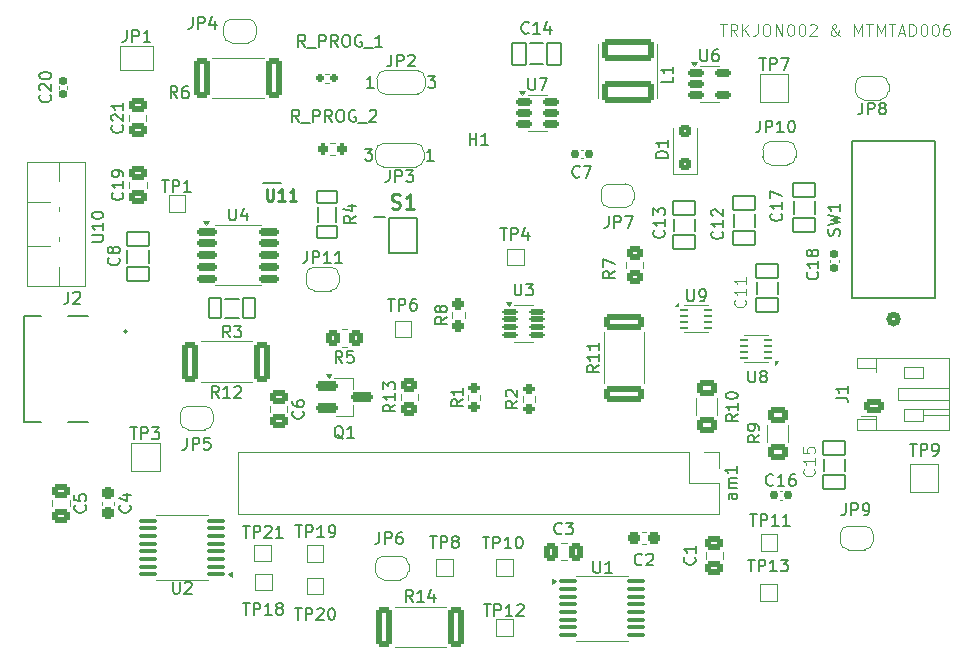
<source format=gbr>
%TF.GenerationSoftware,KiCad,Pcbnew,9.0.0*%
%TF.CreationDate,2025-04-09T08:41:32+02:00*%
%TF.ProjectId,EEE3088F Project PCB,45454533-3038-4384-9620-50726f6a6563,rev?*%
%TF.SameCoordinates,Original*%
%TF.FileFunction,Legend,Top*%
%TF.FilePolarity,Positive*%
%FSLAX46Y46*%
G04 Gerber Fmt 4.6, Leading zero omitted, Abs format (unit mm)*
G04 Created by KiCad (PCBNEW 9.0.0) date 2025-04-09 08:41:32*
%MOMM*%
%LPD*%
G01*
G04 APERTURE LIST*
G04 Aperture macros list*
%AMRoundRect*
0 Rectangle with rounded corners*
0 $1 Rounding radius*
0 $2 $3 $4 $5 $6 $7 $8 $9 X,Y pos of 4 corners*
0 Add a 4 corners polygon primitive as box body*
4,1,4,$2,$3,$4,$5,$6,$7,$8,$9,$2,$3,0*
0 Add four circle primitives for the rounded corners*
1,1,$1+$1,$2,$3*
1,1,$1+$1,$4,$5*
1,1,$1+$1,$6,$7*
1,1,$1+$1,$8,$9*
0 Add four rect primitives between the rounded corners*
20,1,$1+$1,$2,$3,$4,$5,0*
20,1,$1+$1,$4,$5,$6,$7,0*
20,1,$1+$1,$6,$7,$8,$9,0*
20,1,$1+$1,$8,$9,$2,$3,0*%
%AMFreePoly0*
4,1,23,0.500000,-0.750000,0.000000,-0.750000,0.000000,-0.745722,-0.065263,-0.745722,-0.191342,-0.711940,-0.304381,-0.646677,-0.396677,-0.554381,-0.461940,-0.441342,-0.495722,-0.315263,-0.495722,-0.250000,-0.500000,-0.250000,-0.500000,0.250000,-0.495722,0.250000,-0.495722,0.315263,-0.461940,0.441342,-0.396677,0.554381,-0.304381,0.646677,-0.191342,0.711940,-0.065263,0.745722,0.000000,0.745722,
0.000000,0.750000,0.500000,0.750000,0.500000,-0.750000,0.500000,-0.750000,$1*%
%AMFreePoly1*
4,1,23,0.000000,0.745722,0.065263,0.745722,0.191342,0.711940,0.304381,0.646677,0.396677,0.554381,0.461940,0.441342,0.495722,0.315263,0.495722,0.250000,0.500000,0.250000,0.500000,-0.250000,0.495722,-0.250000,0.495722,-0.315263,0.461940,-0.441342,0.396677,-0.554381,0.304381,-0.646677,0.191342,-0.711940,0.065263,-0.745722,0.000000,-0.745722,0.000000,-0.750000,-0.500000,-0.750000,
-0.500000,0.750000,0.000000,0.750000,0.000000,0.745722,0.000000,0.745722,$1*%
%AMFreePoly2*
4,1,23,0.550000,-0.750000,0.000000,-0.750000,0.000000,-0.745722,-0.065263,-0.745722,-0.191342,-0.711940,-0.304381,-0.646677,-0.396677,-0.554381,-0.461940,-0.441342,-0.495722,-0.315263,-0.495722,-0.250000,-0.500000,-0.250000,-0.500000,0.250000,-0.495722,0.250000,-0.495722,0.315263,-0.461940,0.441342,-0.396677,0.554381,-0.304381,0.646677,-0.191342,0.711940,-0.065263,0.745722,0.000000,0.745722,
0.000000,0.750000,0.550000,0.750000,0.550000,-0.750000,0.550000,-0.750000,$1*%
%AMFreePoly3*
4,1,23,0.000000,0.745722,0.065263,0.745722,0.191342,0.711940,0.304381,0.646677,0.396677,0.554381,0.461940,0.441342,0.495722,0.315263,0.495722,0.250000,0.500000,0.250000,0.500000,-0.250000,0.495722,-0.250000,0.495722,-0.315263,0.461940,-0.441342,0.396677,-0.554381,0.304381,-0.646677,0.191342,-0.711940,0.065263,-0.745722,0.000000,-0.745722,0.000000,-0.750000,-0.550000,-0.750000,
-0.550000,0.750000,0.000000,0.750000,0.000000,0.745722,0.000000,0.745722,$1*%
G04 Aperture macros list end*
%ADD10C,0.100000*%
%ADD11C,0.150000*%
%ADD12C,0.098425*%
%ADD13C,0.254000*%
%ADD14C,0.250000*%
%ADD15C,0.120000*%
%ADD16C,0.127000*%
%ADD17C,0.200000*%
%ADD18C,0.152400*%
%ADD19C,0.508000*%
%ADD20C,0.010000*%
%ADD21O,2.000000X1.905000*%
%ADD22R,2.000000X1.905000*%
%ADD23RoundRect,0.155000X-0.155000X0.212500X-0.155000X-0.212500X0.155000X-0.212500X0.155000X0.212500X0*%
%ADD24R,1.000000X1.000000*%
%ADD25RoundRect,0.250000X-0.450000X0.350000X-0.450000X-0.350000X0.450000X-0.350000X0.450000X0.350000X0*%
%ADD26RoundRect,0.249999X1.425001X-0.450001X1.425001X0.450001X-1.425001X0.450001X-1.425001X-0.450001X0*%
%ADD27RoundRect,0.237500X0.237500X-0.250000X0.237500X0.250000X-0.237500X0.250000X-0.237500X-0.250000X0*%
%ADD28RoundRect,0.102000X0.910000X-0.600000X0.910000X0.600000X-0.910000X0.600000X-0.910000X-0.600000X0*%
%ADD29RoundRect,0.150000X-0.512500X-0.150000X0.512500X-0.150000X0.512500X0.150000X-0.512500X0.150000X0*%
%ADD30C,3.800000*%
%ADD31RoundRect,0.062500X0.300000X0.062500X-0.300000X0.062500X-0.300000X-0.062500X0.300000X-0.062500X0*%
%ADD32R,0.900000X1.600000*%
%ADD33FreePoly0,180.000000*%
%ADD34FreePoly1,180.000000*%
%ADD35RoundRect,0.250000X-0.475000X0.337500X-0.475000X-0.337500X0.475000X-0.337500X0.475000X0.337500X0*%
%ADD36FreePoly2,180.000000*%
%ADD37R,1.000000X1.500000*%
%ADD38FreePoly3,180.000000*%
%ADD39RoundRect,0.250000X-0.625000X0.400000X-0.625000X-0.400000X0.625000X-0.400000X0.625000X0.400000X0*%
%ADD40RoundRect,0.249999X-0.450001X-1.425001X0.450001X-1.425001X0.450001X1.425001X-0.450001X1.425001X0*%
%ADD41FreePoly2,0.000000*%
%ADD42FreePoly3,0.000000*%
%ADD43RoundRect,0.200000X0.275000X-0.200000X0.275000X0.200000X-0.275000X0.200000X-0.275000X-0.200000X0*%
%ADD44FreePoly0,0.000000*%
%ADD45FreePoly1,0.000000*%
%ADD46RoundRect,0.155000X0.212500X0.155000X-0.212500X0.155000X-0.212500X-0.155000X0.212500X-0.155000X0*%
%ADD47RoundRect,0.160000X0.197500X0.160000X-0.197500X0.160000X-0.197500X-0.160000X0.197500X-0.160000X0*%
%ADD48RoundRect,0.237500X0.300000X0.237500X-0.300000X0.237500X-0.300000X-0.237500X0.300000X-0.237500X0*%
%ADD49RoundRect,0.249999X1.975001X-0.640001X1.975001X0.640001X-1.975001X0.640001X-1.975001X-0.640001X0*%
%ADD50RoundRect,0.102000X-0.910000X0.600000X-0.910000X-0.600000X0.910000X-0.600000X0.910000X0.600000X0*%
%ADD51RoundRect,0.102000X0.860000X-0.525000X0.860000X0.525000X-0.860000X0.525000X-0.860000X-0.525000X0*%
%ADD52RoundRect,0.200000X-0.750000X-0.200000X0.750000X-0.200000X0.750000X0.200000X-0.750000X0.200000X0*%
%ADD53RoundRect,0.100000X-0.675000X-0.100000X0.675000X-0.100000X0.675000X0.100000X-0.675000X0.100000X0*%
%ADD54R,3.000000X3.000000*%
%ADD55RoundRect,0.200000X-0.200000X-0.275000X0.200000X-0.275000X0.200000X0.275000X-0.200000X0.275000X0*%
%ADD56RoundRect,0.100000X0.675000X0.100000X-0.675000X0.100000X-0.675000X-0.100000X0.675000X-0.100000X0*%
%ADD57RoundRect,0.237500X-0.237500X0.300000X-0.237500X-0.300000X0.237500X-0.300000X0.237500X0.300000X0*%
%ADD58RoundRect,0.155000X-0.212500X-0.155000X0.212500X-0.155000X0.212500X0.155000X-0.212500X0.155000X0*%
%ADD59R,0.950000X0.450000*%
%ADD60R,1.700000X1.700000*%
%ADD61O,1.700000X1.700000*%
%ADD62RoundRect,0.250000X0.300000X-0.300000X0.300000X0.300000X-0.300000X0.300000X-0.300000X-0.300000X0*%
%ADD63RoundRect,0.155000X0.155000X-0.212500X0.155000X0.212500X-0.155000X0.212500X-0.155000X-0.212500X0*%
%ADD64RoundRect,0.102000X0.525000X0.860000X-0.525000X0.860000X-0.525000X-0.860000X0.525000X-0.860000X0*%
%ADD65R,2.000000X2.000000*%
%ADD66RoundRect,0.250000X0.475000X-0.337500X0.475000X0.337500X-0.475000X0.337500X-0.475000X-0.337500X0*%
%ADD67RoundRect,0.249999X0.450001X1.425001X-0.450001X1.425001X-0.450001X-1.425001X0.450001X-1.425001X0*%
%ADD68C,2.057400*%
%ADD69RoundRect,0.125000X-0.537500X-0.125000X0.537500X-0.125000X0.537500X0.125000X-0.537500X0.125000X0*%
%ADD70RoundRect,0.250000X-0.337500X-0.475000X0.337500X-0.475000X0.337500X0.475000X-0.337500X0.475000X0*%
%ADD71RoundRect,0.250000X0.625000X-0.400000X0.625000X0.400000X-0.625000X0.400000X-0.625000X-0.400000X0*%
%ADD72RoundRect,0.250000X0.625000X-0.350000X0.625000X0.350000X-0.625000X0.350000X-0.625000X-0.350000X0*%
%ADD73O,1.750000X1.200000*%
%ADD74C,0.600000*%
%ADD75O,2.204000X1.104000*%
%ADD76O,1.904000X1.104000*%
%ADD77RoundRect,0.250000X0.450000X-0.350000X0.450000X0.350000X-0.450000X0.350000X-0.450000X-0.350000X0*%
%ADD78R,1.525000X0.700000*%
%ADD79R,2.513000X3.402000*%
%ADD80RoundRect,0.150000X-0.687500X-0.150000X0.687500X-0.150000X0.687500X0.150000X-0.687500X0.150000X0*%
%ADD81R,2.100000X3.300000*%
%ADD82RoundRect,0.062500X-0.300000X-0.062500X0.300000X-0.062500X0.300000X0.062500X-0.300000X0.062500X0*%
%ADD83RoundRect,0.250000X0.350000X0.450000X-0.350000X0.450000X-0.350000X-0.450000X0.350000X-0.450000X0*%
%ADD84RoundRect,0.102000X0.600000X0.910000X-0.600000X0.910000X-0.600000X-0.910000X0.600000X-0.910000X0*%
G04 APERTURE END LIST*
D10*
X211291027Y-78432419D02*
X211862455Y-78432419D01*
X211576741Y-79432419D02*
X211576741Y-78432419D01*
X212767217Y-79432419D02*
X212433884Y-78956228D01*
X212195789Y-79432419D02*
X212195789Y-78432419D01*
X212195789Y-78432419D02*
X212576741Y-78432419D01*
X212576741Y-78432419D02*
X212671979Y-78480038D01*
X212671979Y-78480038D02*
X212719598Y-78527657D01*
X212719598Y-78527657D02*
X212767217Y-78622895D01*
X212767217Y-78622895D02*
X212767217Y-78765752D01*
X212767217Y-78765752D02*
X212719598Y-78860990D01*
X212719598Y-78860990D02*
X212671979Y-78908609D01*
X212671979Y-78908609D02*
X212576741Y-78956228D01*
X212576741Y-78956228D02*
X212195789Y-78956228D01*
X213195789Y-79432419D02*
X213195789Y-78432419D01*
X213767217Y-79432419D02*
X213338646Y-78860990D01*
X213767217Y-78432419D02*
X213195789Y-79003847D01*
X214481503Y-78432419D02*
X214481503Y-79146704D01*
X214481503Y-79146704D02*
X214433884Y-79289561D01*
X214433884Y-79289561D02*
X214338646Y-79384800D01*
X214338646Y-79384800D02*
X214195789Y-79432419D01*
X214195789Y-79432419D02*
X214100551Y-79432419D01*
X215148170Y-78432419D02*
X215338646Y-78432419D01*
X215338646Y-78432419D02*
X215433884Y-78480038D01*
X215433884Y-78480038D02*
X215529122Y-78575276D01*
X215529122Y-78575276D02*
X215576741Y-78765752D01*
X215576741Y-78765752D02*
X215576741Y-79099085D01*
X215576741Y-79099085D02*
X215529122Y-79289561D01*
X215529122Y-79289561D02*
X215433884Y-79384800D01*
X215433884Y-79384800D02*
X215338646Y-79432419D01*
X215338646Y-79432419D02*
X215148170Y-79432419D01*
X215148170Y-79432419D02*
X215052932Y-79384800D01*
X215052932Y-79384800D02*
X214957694Y-79289561D01*
X214957694Y-79289561D02*
X214910075Y-79099085D01*
X214910075Y-79099085D02*
X214910075Y-78765752D01*
X214910075Y-78765752D02*
X214957694Y-78575276D01*
X214957694Y-78575276D02*
X215052932Y-78480038D01*
X215052932Y-78480038D02*
X215148170Y-78432419D01*
X216005313Y-79432419D02*
X216005313Y-78432419D01*
X216005313Y-78432419D02*
X216576741Y-79432419D01*
X216576741Y-79432419D02*
X216576741Y-78432419D01*
X217243408Y-78432419D02*
X217338646Y-78432419D01*
X217338646Y-78432419D02*
X217433884Y-78480038D01*
X217433884Y-78480038D02*
X217481503Y-78527657D01*
X217481503Y-78527657D02*
X217529122Y-78622895D01*
X217529122Y-78622895D02*
X217576741Y-78813371D01*
X217576741Y-78813371D02*
X217576741Y-79051466D01*
X217576741Y-79051466D02*
X217529122Y-79241942D01*
X217529122Y-79241942D02*
X217481503Y-79337180D01*
X217481503Y-79337180D02*
X217433884Y-79384800D01*
X217433884Y-79384800D02*
X217338646Y-79432419D01*
X217338646Y-79432419D02*
X217243408Y-79432419D01*
X217243408Y-79432419D02*
X217148170Y-79384800D01*
X217148170Y-79384800D02*
X217100551Y-79337180D01*
X217100551Y-79337180D02*
X217052932Y-79241942D01*
X217052932Y-79241942D02*
X217005313Y-79051466D01*
X217005313Y-79051466D02*
X217005313Y-78813371D01*
X217005313Y-78813371D02*
X217052932Y-78622895D01*
X217052932Y-78622895D02*
X217100551Y-78527657D01*
X217100551Y-78527657D02*
X217148170Y-78480038D01*
X217148170Y-78480038D02*
X217243408Y-78432419D01*
X218195789Y-78432419D02*
X218291027Y-78432419D01*
X218291027Y-78432419D02*
X218386265Y-78480038D01*
X218386265Y-78480038D02*
X218433884Y-78527657D01*
X218433884Y-78527657D02*
X218481503Y-78622895D01*
X218481503Y-78622895D02*
X218529122Y-78813371D01*
X218529122Y-78813371D02*
X218529122Y-79051466D01*
X218529122Y-79051466D02*
X218481503Y-79241942D01*
X218481503Y-79241942D02*
X218433884Y-79337180D01*
X218433884Y-79337180D02*
X218386265Y-79384800D01*
X218386265Y-79384800D02*
X218291027Y-79432419D01*
X218291027Y-79432419D02*
X218195789Y-79432419D01*
X218195789Y-79432419D02*
X218100551Y-79384800D01*
X218100551Y-79384800D02*
X218052932Y-79337180D01*
X218052932Y-79337180D02*
X218005313Y-79241942D01*
X218005313Y-79241942D02*
X217957694Y-79051466D01*
X217957694Y-79051466D02*
X217957694Y-78813371D01*
X217957694Y-78813371D02*
X218005313Y-78622895D01*
X218005313Y-78622895D02*
X218052932Y-78527657D01*
X218052932Y-78527657D02*
X218100551Y-78480038D01*
X218100551Y-78480038D02*
X218195789Y-78432419D01*
X218910075Y-78527657D02*
X218957694Y-78480038D01*
X218957694Y-78480038D02*
X219052932Y-78432419D01*
X219052932Y-78432419D02*
X219291027Y-78432419D01*
X219291027Y-78432419D02*
X219386265Y-78480038D01*
X219386265Y-78480038D02*
X219433884Y-78527657D01*
X219433884Y-78527657D02*
X219481503Y-78622895D01*
X219481503Y-78622895D02*
X219481503Y-78718133D01*
X219481503Y-78718133D02*
X219433884Y-78860990D01*
X219433884Y-78860990D02*
X218862456Y-79432419D01*
X218862456Y-79432419D02*
X219481503Y-79432419D01*
X221481504Y-79432419D02*
X221433885Y-79432419D01*
X221433885Y-79432419D02*
X221338646Y-79384800D01*
X221338646Y-79384800D02*
X221195789Y-79241942D01*
X221195789Y-79241942D02*
X220957694Y-78956228D01*
X220957694Y-78956228D02*
X220862456Y-78813371D01*
X220862456Y-78813371D02*
X220814837Y-78670514D01*
X220814837Y-78670514D02*
X220814837Y-78575276D01*
X220814837Y-78575276D02*
X220862456Y-78480038D01*
X220862456Y-78480038D02*
X220957694Y-78432419D01*
X220957694Y-78432419D02*
X221005313Y-78432419D01*
X221005313Y-78432419D02*
X221100551Y-78480038D01*
X221100551Y-78480038D02*
X221148170Y-78575276D01*
X221148170Y-78575276D02*
X221148170Y-78622895D01*
X221148170Y-78622895D02*
X221100551Y-78718133D01*
X221100551Y-78718133D02*
X221052932Y-78765752D01*
X221052932Y-78765752D02*
X220767218Y-78956228D01*
X220767218Y-78956228D02*
X220719599Y-79003847D01*
X220719599Y-79003847D02*
X220671980Y-79099085D01*
X220671980Y-79099085D02*
X220671980Y-79241942D01*
X220671980Y-79241942D02*
X220719599Y-79337180D01*
X220719599Y-79337180D02*
X220767218Y-79384800D01*
X220767218Y-79384800D02*
X220862456Y-79432419D01*
X220862456Y-79432419D02*
X221005313Y-79432419D01*
X221005313Y-79432419D02*
X221100551Y-79384800D01*
X221100551Y-79384800D02*
X221148170Y-79337180D01*
X221148170Y-79337180D02*
X221291027Y-79146704D01*
X221291027Y-79146704D02*
X221338646Y-79003847D01*
X221338646Y-79003847D02*
X221338646Y-78908609D01*
X222671980Y-79432419D02*
X222671980Y-78432419D01*
X222671980Y-78432419D02*
X223005313Y-79146704D01*
X223005313Y-79146704D02*
X223338646Y-78432419D01*
X223338646Y-78432419D02*
X223338646Y-79432419D01*
X223671980Y-78432419D02*
X224243408Y-78432419D01*
X223957694Y-79432419D02*
X223957694Y-78432419D01*
X224576742Y-79432419D02*
X224576742Y-78432419D01*
X224576742Y-78432419D02*
X224910075Y-79146704D01*
X224910075Y-79146704D02*
X225243408Y-78432419D01*
X225243408Y-78432419D02*
X225243408Y-79432419D01*
X225576742Y-78432419D02*
X226148170Y-78432419D01*
X225862456Y-79432419D02*
X225862456Y-78432419D01*
X226433885Y-79146704D02*
X226910075Y-79146704D01*
X226338647Y-79432419D02*
X226671980Y-78432419D01*
X226671980Y-78432419D02*
X227005313Y-79432419D01*
X227338647Y-79432419D02*
X227338647Y-78432419D01*
X227338647Y-78432419D02*
X227576742Y-78432419D01*
X227576742Y-78432419D02*
X227719599Y-78480038D01*
X227719599Y-78480038D02*
X227814837Y-78575276D01*
X227814837Y-78575276D02*
X227862456Y-78670514D01*
X227862456Y-78670514D02*
X227910075Y-78860990D01*
X227910075Y-78860990D02*
X227910075Y-79003847D01*
X227910075Y-79003847D02*
X227862456Y-79194323D01*
X227862456Y-79194323D02*
X227814837Y-79289561D01*
X227814837Y-79289561D02*
X227719599Y-79384800D01*
X227719599Y-79384800D02*
X227576742Y-79432419D01*
X227576742Y-79432419D02*
X227338647Y-79432419D01*
X228529123Y-78432419D02*
X228624361Y-78432419D01*
X228624361Y-78432419D02*
X228719599Y-78480038D01*
X228719599Y-78480038D02*
X228767218Y-78527657D01*
X228767218Y-78527657D02*
X228814837Y-78622895D01*
X228814837Y-78622895D02*
X228862456Y-78813371D01*
X228862456Y-78813371D02*
X228862456Y-79051466D01*
X228862456Y-79051466D02*
X228814837Y-79241942D01*
X228814837Y-79241942D02*
X228767218Y-79337180D01*
X228767218Y-79337180D02*
X228719599Y-79384800D01*
X228719599Y-79384800D02*
X228624361Y-79432419D01*
X228624361Y-79432419D02*
X228529123Y-79432419D01*
X228529123Y-79432419D02*
X228433885Y-79384800D01*
X228433885Y-79384800D02*
X228386266Y-79337180D01*
X228386266Y-79337180D02*
X228338647Y-79241942D01*
X228338647Y-79241942D02*
X228291028Y-79051466D01*
X228291028Y-79051466D02*
X228291028Y-78813371D01*
X228291028Y-78813371D02*
X228338647Y-78622895D01*
X228338647Y-78622895D02*
X228386266Y-78527657D01*
X228386266Y-78527657D02*
X228433885Y-78480038D01*
X228433885Y-78480038D02*
X228529123Y-78432419D01*
X229481504Y-78432419D02*
X229576742Y-78432419D01*
X229576742Y-78432419D02*
X229671980Y-78480038D01*
X229671980Y-78480038D02*
X229719599Y-78527657D01*
X229719599Y-78527657D02*
X229767218Y-78622895D01*
X229767218Y-78622895D02*
X229814837Y-78813371D01*
X229814837Y-78813371D02*
X229814837Y-79051466D01*
X229814837Y-79051466D02*
X229767218Y-79241942D01*
X229767218Y-79241942D02*
X229719599Y-79337180D01*
X229719599Y-79337180D02*
X229671980Y-79384800D01*
X229671980Y-79384800D02*
X229576742Y-79432419D01*
X229576742Y-79432419D02*
X229481504Y-79432419D01*
X229481504Y-79432419D02*
X229386266Y-79384800D01*
X229386266Y-79384800D02*
X229338647Y-79337180D01*
X229338647Y-79337180D02*
X229291028Y-79241942D01*
X229291028Y-79241942D02*
X229243409Y-79051466D01*
X229243409Y-79051466D02*
X229243409Y-78813371D01*
X229243409Y-78813371D02*
X229291028Y-78622895D01*
X229291028Y-78622895D02*
X229338647Y-78527657D01*
X229338647Y-78527657D02*
X229386266Y-78480038D01*
X229386266Y-78480038D02*
X229481504Y-78432419D01*
X230671980Y-78432419D02*
X230481504Y-78432419D01*
X230481504Y-78432419D02*
X230386266Y-78480038D01*
X230386266Y-78480038D02*
X230338647Y-78527657D01*
X230338647Y-78527657D02*
X230243409Y-78670514D01*
X230243409Y-78670514D02*
X230195790Y-78860990D01*
X230195790Y-78860990D02*
X230195790Y-79241942D01*
X230195790Y-79241942D02*
X230243409Y-79337180D01*
X230243409Y-79337180D02*
X230291028Y-79384800D01*
X230291028Y-79384800D02*
X230386266Y-79432419D01*
X230386266Y-79432419D02*
X230576742Y-79432419D01*
X230576742Y-79432419D02*
X230671980Y-79384800D01*
X230671980Y-79384800D02*
X230719599Y-79337180D01*
X230719599Y-79337180D02*
X230767218Y-79241942D01*
X230767218Y-79241942D02*
X230767218Y-79003847D01*
X230767218Y-79003847D02*
X230719599Y-78908609D01*
X230719599Y-78908609D02*
X230671980Y-78860990D01*
X230671980Y-78860990D02*
X230576742Y-78813371D01*
X230576742Y-78813371D02*
X230386266Y-78813371D01*
X230386266Y-78813371D02*
X230291028Y-78860990D01*
X230291028Y-78860990D02*
X230243409Y-78908609D01*
X230243409Y-78908609D02*
X230195790Y-79003847D01*
D11*
X158104819Y-96848094D02*
X158914342Y-96848094D01*
X158914342Y-96848094D02*
X159009580Y-96800475D01*
X159009580Y-96800475D02*
X159057200Y-96752856D01*
X159057200Y-96752856D02*
X159104819Y-96657618D01*
X159104819Y-96657618D02*
X159104819Y-96467142D01*
X159104819Y-96467142D02*
X159057200Y-96371904D01*
X159057200Y-96371904D02*
X159009580Y-96324285D01*
X159009580Y-96324285D02*
X158914342Y-96276666D01*
X158914342Y-96276666D02*
X158104819Y-96276666D01*
X159104819Y-95276666D02*
X159104819Y-95848094D01*
X159104819Y-95562380D02*
X158104819Y-95562380D01*
X158104819Y-95562380D02*
X158247676Y-95657618D01*
X158247676Y-95657618D02*
X158342914Y-95752856D01*
X158342914Y-95752856D02*
X158390533Y-95848094D01*
X158104819Y-94657618D02*
X158104819Y-94562380D01*
X158104819Y-94562380D02*
X158152438Y-94467142D01*
X158152438Y-94467142D02*
X158200057Y-94419523D01*
X158200057Y-94419523D02*
X158295295Y-94371904D01*
X158295295Y-94371904D02*
X158485771Y-94324285D01*
X158485771Y-94324285D02*
X158723866Y-94324285D01*
X158723866Y-94324285D02*
X158914342Y-94371904D01*
X158914342Y-94371904D02*
X159009580Y-94419523D01*
X159009580Y-94419523D02*
X159057200Y-94467142D01*
X159057200Y-94467142D02*
X159104819Y-94562380D01*
X159104819Y-94562380D02*
X159104819Y-94657618D01*
X159104819Y-94657618D02*
X159057200Y-94752856D01*
X159057200Y-94752856D02*
X159009580Y-94800475D01*
X159009580Y-94800475D02*
X158914342Y-94848094D01*
X158914342Y-94848094D02*
X158723866Y-94895713D01*
X158723866Y-94895713D02*
X158485771Y-94895713D01*
X158485771Y-94895713D02*
X158295295Y-94848094D01*
X158295295Y-94848094D02*
X158200057Y-94800475D01*
X158200057Y-94800475D02*
X158152438Y-94752856D01*
X158152438Y-94752856D02*
X158104819Y-94657618D01*
X154579580Y-84422857D02*
X154627200Y-84470476D01*
X154627200Y-84470476D02*
X154674819Y-84613333D01*
X154674819Y-84613333D02*
X154674819Y-84708571D01*
X154674819Y-84708571D02*
X154627200Y-84851428D01*
X154627200Y-84851428D02*
X154531961Y-84946666D01*
X154531961Y-84946666D02*
X154436723Y-84994285D01*
X154436723Y-84994285D02*
X154246247Y-85041904D01*
X154246247Y-85041904D02*
X154103390Y-85041904D01*
X154103390Y-85041904D02*
X153912914Y-84994285D01*
X153912914Y-84994285D02*
X153817676Y-84946666D01*
X153817676Y-84946666D02*
X153722438Y-84851428D01*
X153722438Y-84851428D02*
X153674819Y-84708571D01*
X153674819Y-84708571D02*
X153674819Y-84613333D01*
X153674819Y-84613333D02*
X153722438Y-84470476D01*
X153722438Y-84470476D02*
X153770057Y-84422857D01*
X153770057Y-84041904D02*
X153722438Y-83994285D01*
X153722438Y-83994285D02*
X153674819Y-83899047D01*
X153674819Y-83899047D02*
X153674819Y-83660952D01*
X153674819Y-83660952D02*
X153722438Y-83565714D01*
X153722438Y-83565714D02*
X153770057Y-83518095D01*
X153770057Y-83518095D02*
X153865295Y-83470476D01*
X153865295Y-83470476D02*
X153960533Y-83470476D01*
X153960533Y-83470476D02*
X154103390Y-83518095D01*
X154103390Y-83518095D02*
X154674819Y-84089523D01*
X154674819Y-84089523D02*
X154674819Y-83470476D01*
X153674819Y-82851428D02*
X153674819Y-82756190D01*
X153674819Y-82756190D02*
X153722438Y-82660952D01*
X153722438Y-82660952D02*
X153770057Y-82613333D01*
X153770057Y-82613333D02*
X153865295Y-82565714D01*
X153865295Y-82565714D02*
X154055771Y-82518095D01*
X154055771Y-82518095D02*
X154293866Y-82518095D01*
X154293866Y-82518095D02*
X154484342Y-82565714D01*
X154484342Y-82565714D02*
X154579580Y-82613333D01*
X154579580Y-82613333D02*
X154627200Y-82660952D01*
X154627200Y-82660952D02*
X154674819Y-82756190D01*
X154674819Y-82756190D02*
X154674819Y-82851428D01*
X154674819Y-82851428D02*
X154627200Y-82946666D01*
X154627200Y-82946666D02*
X154579580Y-82994285D01*
X154579580Y-82994285D02*
X154484342Y-83041904D01*
X154484342Y-83041904D02*
X154293866Y-83089523D01*
X154293866Y-83089523D02*
X154055771Y-83089523D01*
X154055771Y-83089523D02*
X153865295Y-83041904D01*
X153865295Y-83041904D02*
X153770057Y-82994285D01*
X153770057Y-82994285D02*
X153722438Y-82946666D01*
X153722438Y-82946666D02*
X153674819Y-82851428D01*
X175351905Y-120874819D02*
X175923333Y-120874819D01*
X175637619Y-121874819D02*
X175637619Y-120874819D01*
X176256667Y-121874819D02*
X176256667Y-120874819D01*
X176256667Y-120874819D02*
X176637619Y-120874819D01*
X176637619Y-120874819D02*
X176732857Y-120922438D01*
X176732857Y-120922438D02*
X176780476Y-120970057D01*
X176780476Y-120970057D02*
X176828095Y-121065295D01*
X176828095Y-121065295D02*
X176828095Y-121208152D01*
X176828095Y-121208152D02*
X176780476Y-121303390D01*
X176780476Y-121303390D02*
X176732857Y-121351009D01*
X176732857Y-121351009D02*
X176637619Y-121398628D01*
X176637619Y-121398628D02*
X176256667Y-121398628D01*
X177780476Y-121874819D02*
X177209048Y-121874819D01*
X177494762Y-121874819D02*
X177494762Y-120874819D01*
X177494762Y-120874819D02*
X177399524Y-121017676D01*
X177399524Y-121017676D02*
X177304286Y-121112914D01*
X177304286Y-121112914D02*
X177209048Y-121160533D01*
X178256667Y-121874819D02*
X178447143Y-121874819D01*
X178447143Y-121874819D02*
X178542381Y-121827200D01*
X178542381Y-121827200D02*
X178590000Y-121779580D01*
X178590000Y-121779580D02*
X178685238Y-121636723D01*
X178685238Y-121636723D02*
X178732857Y-121446247D01*
X178732857Y-121446247D02*
X178732857Y-121065295D01*
X178732857Y-121065295D02*
X178685238Y-120970057D01*
X178685238Y-120970057D02*
X178637619Y-120922438D01*
X178637619Y-120922438D02*
X178542381Y-120874819D01*
X178542381Y-120874819D02*
X178351905Y-120874819D01*
X178351905Y-120874819D02*
X178256667Y-120922438D01*
X178256667Y-120922438D02*
X178209048Y-120970057D01*
X178209048Y-120970057D02*
X178161429Y-121065295D01*
X178161429Y-121065295D02*
X178161429Y-121303390D01*
X178161429Y-121303390D02*
X178209048Y-121398628D01*
X178209048Y-121398628D02*
X178256667Y-121446247D01*
X178256667Y-121446247D02*
X178351905Y-121493866D01*
X178351905Y-121493866D02*
X178542381Y-121493866D01*
X178542381Y-121493866D02*
X178637619Y-121446247D01*
X178637619Y-121446247D02*
X178685238Y-121398628D01*
X178685238Y-121398628D02*
X178732857Y-121303390D01*
X202394819Y-99356666D02*
X201918628Y-99689999D01*
X202394819Y-99928094D02*
X201394819Y-99928094D01*
X201394819Y-99928094D02*
X201394819Y-99547142D01*
X201394819Y-99547142D02*
X201442438Y-99451904D01*
X201442438Y-99451904D02*
X201490057Y-99404285D01*
X201490057Y-99404285D02*
X201585295Y-99356666D01*
X201585295Y-99356666D02*
X201728152Y-99356666D01*
X201728152Y-99356666D02*
X201823390Y-99404285D01*
X201823390Y-99404285D02*
X201871009Y-99451904D01*
X201871009Y-99451904D02*
X201918628Y-99547142D01*
X201918628Y-99547142D02*
X201918628Y-99928094D01*
X201394819Y-99023332D02*
X201394819Y-98356666D01*
X201394819Y-98356666D02*
X202394819Y-98785237D01*
X201034819Y-107322857D02*
X200558628Y-107656190D01*
X201034819Y-107894285D02*
X200034819Y-107894285D01*
X200034819Y-107894285D02*
X200034819Y-107513333D01*
X200034819Y-107513333D02*
X200082438Y-107418095D01*
X200082438Y-107418095D02*
X200130057Y-107370476D01*
X200130057Y-107370476D02*
X200225295Y-107322857D01*
X200225295Y-107322857D02*
X200368152Y-107322857D01*
X200368152Y-107322857D02*
X200463390Y-107370476D01*
X200463390Y-107370476D02*
X200511009Y-107418095D01*
X200511009Y-107418095D02*
X200558628Y-107513333D01*
X200558628Y-107513333D02*
X200558628Y-107894285D01*
X201034819Y-106370476D02*
X201034819Y-106941904D01*
X201034819Y-106656190D02*
X200034819Y-106656190D01*
X200034819Y-106656190D02*
X200177676Y-106751428D01*
X200177676Y-106751428D02*
X200272914Y-106846666D01*
X200272914Y-106846666D02*
X200320533Y-106941904D01*
X201034819Y-105418095D02*
X201034819Y-105989523D01*
X201034819Y-105703809D02*
X200034819Y-105703809D01*
X200034819Y-105703809D02*
X200177676Y-105799047D01*
X200177676Y-105799047D02*
X200272914Y-105894285D01*
X200272914Y-105894285D02*
X200320533Y-105989523D01*
X188174819Y-103216666D02*
X187698628Y-103549999D01*
X188174819Y-103788094D02*
X187174819Y-103788094D01*
X187174819Y-103788094D02*
X187174819Y-103407142D01*
X187174819Y-103407142D02*
X187222438Y-103311904D01*
X187222438Y-103311904D02*
X187270057Y-103264285D01*
X187270057Y-103264285D02*
X187365295Y-103216666D01*
X187365295Y-103216666D02*
X187508152Y-103216666D01*
X187508152Y-103216666D02*
X187603390Y-103264285D01*
X187603390Y-103264285D02*
X187651009Y-103311904D01*
X187651009Y-103311904D02*
X187698628Y-103407142D01*
X187698628Y-103407142D02*
X187698628Y-103788094D01*
X187603390Y-102645237D02*
X187555771Y-102740475D01*
X187555771Y-102740475D02*
X187508152Y-102788094D01*
X187508152Y-102788094D02*
X187412914Y-102835713D01*
X187412914Y-102835713D02*
X187365295Y-102835713D01*
X187365295Y-102835713D02*
X187270057Y-102788094D01*
X187270057Y-102788094D02*
X187222438Y-102740475D01*
X187222438Y-102740475D02*
X187174819Y-102645237D01*
X187174819Y-102645237D02*
X187174819Y-102454761D01*
X187174819Y-102454761D02*
X187222438Y-102359523D01*
X187222438Y-102359523D02*
X187270057Y-102311904D01*
X187270057Y-102311904D02*
X187365295Y-102264285D01*
X187365295Y-102264285D02*
X187412914Y-102264285D01*
X187412914Y-102264285D02*
X187508152Y-102311904D01*
X187508152Y-102311904D02*
X187555771Y-102359523D01*
X187555771Y-102359523D02*
X187603390Y-102454761D01*
X187603390Y-102454761D02*
X187603390Y-102645237D01*
X187603390Y-102645237D02*
X187651009Y-102740475D01*
X187651009Y-102740475D02*
X187698628Y-102788094D01*
X187698628Y-102788094D02*
X187793866Y-102835713D01*
X187793866Y-102835713D02*
X187984342Y-102835713D01*
X187984342Y-102835713D02*
X188079580Y-102788094D01*
X188079580Y-102788094D02*
X188127200Y-102740475D01*
X188127200Y-102740475D02*
X188174819Y-102645237D01*
X188174819Y-102645237D02*
X188174819Y-102454761D01*
X188174819Y-102454761D02*
X188127200Y-102359523D01*
X188127200Y-102359523D02*
X188079580Y-102311904D01*
X188079580Y-102311904D02*
X187984342Y-102264285D01*
X187984342Y-102264285D02*
X187793866Y-102264285D01*
X187793866Y-102264285D02*
X187698628Y-102311904D01*
X187698628Y-102311904D02*
X187651009Y-102359523D01*
X187651009Y-102359523D02*
X187603390Y-102454761D01*
D12*
X219232261Y-116102857D02*
X219279881Y-116150476D01*
X219279881Y-116150476D02*
X219327500Y-116293333D01*
X219327500Y-116293333D02*
X219327500Y-116388571D01*
X219327500Y-116388571D02*
X219279881Y-116531428D01*
X219279881Y-116531428D02*
X219184642Y-116626666D01*
X219184642Y-116626666D02*
X219089404Y-116674285D01*
X219089404Y-116674285D02*
X218898928Y-116721904D01*
X218898928Y-116721904D02*
X218756071Y-116721904D01*
X218756071Y-116721904D02*
X218565595Y-116674285D01*
X218565595Y-116674285D02*
X218470357Y-116626666D01*
X218470357Y-116626666D02*
X218375119Y-116531428D01*
X218375119Y-116531428D02*
X218327500Y-116388571D01*
X218327500Y-116388571D02*
X218327500Y-116293333D01*
X218327500Y-116293333D02*
X218375119Y-116150476D01*
X218375119Y-116150476D02*
X218422738Y-116102857D01*
X219327500Y-115150476D02*
X219327500Y-115721904D01*
X219327500Y-115436190D02*
X218327500Y-115436190D01*
X218327500Y-115436190D02*
X218470357Y-115531428D01*
X218470357Y-115531428D02*
X218565595Y-115626666D01*
X218565595Y-115626666D02*
X218613214Y-115721904D01*
X218327500Y-114245714D02*
X218327500Y-114721904D01*
X218327500Y-114721904D02*
X218803690Y-114769523D01*
X218803690Y-114769523D02*
X218756071Y-114721904D01*
X218756071Y-114721904D02*
X218708452Y-114626666D01*
X218708452Y-114626666D02*
X218708452Y-114388571D01*
X218708452Y-114388571D02*
X218756071Y-114293333D01*
X218756071Y-114293333D02*
X218803690Y-114245714D01*
X218803690Y-114245714D02*
X218898928Y-114198095D01*
X218898928Y-114198095D02*
X219137023Y-114198095D01*
X219137023Y-114198095D02*
X219232261Y-114245714D01*
X219232261Y-114245714D02*
X219279881Y-114293333D01*
X219279881Y-114293333D02*
X219327500Y-114388571D01*
X219327500Y-114388571D02*
X219327500Y-114626666D01*
X219327500Y-114626666D02*
X219279881Y-114721904D01*
X219279881Y-114721904D02*
X219232261Y-114769523D01*
D11*
X192708095Y-95684819D02*
X193279523Y-95684819D01*
X192993809Y-96684819D02*
X192993809Y-95684819D01*
X193612857Y-96684819D02*
X193612857Y-95684819D01*
X193612857Y-95684819D02*
X193993809Y-95684819D01*
X193993809Y-95684819D02*
X194089047Y-95732438D01*
X194089047Y-95732438D02*
X194136666Y-95780057D01*
X194136666Y-95780057D02*
X194184285Y-95875295D01*
X194184285Y-95875295D02*
X194184285Y-96018152D01*
X194184285Y-96018152D02*
X194136666Y-96113390D01*
X194136666Y-96113390D02*
X194089047Y-96161009D01*
X194089047Y-96161009D02*
X193993809Y-96208628D01*
X193993809Y-96208628D02*
X193612857Y-96208628D01*
X195041428Y-96018152D02*
X195041428Y-96684819D01*
X194803333Y-95637200D02*
X194565238Y-96351485D01*
X194565238Y-96351485D02*
X195184285Y-96351485D01*
X164058095Y-91626819D02*
X164629523Y-91626819D01*
X164343809Y-92626819D02*
X164343809Y-91626819D01*
X164962857Y-92626819D02*
X164962857Y-91626819D01*
X164962857Y-91626819D02*
X165343809Y-91626819D01*
X165343809Y-91626819D02*
X165439047Y-91674438D01*
X165439047Y-91674438D02*
X165486666Y-91722057D01*
X165486666Y-91722057D02*
X165534285Y-91817295D01*
X165534285Y-91817295D02*
X165534285Y-91960152D01*
X165534285Y-91960152D02*
X165486666Y-92055390D01*
X165486666Y-92055390D02*
X165439047Y-92103009D01*
X165439047Y-92103009D02*
X165343809Y-92150628D01*
X165343809Y-92150628D02*
X164962857Y-92150628D01*
X166486666Y-92626819D02*
X165915238Y-92626819D01*
X166200952Y-92626819D02*
X166200952Y-91626819D01*
X166200952Y-91626819D02*
X166105714Y-91769676D01*
X166105714Y-91769676D02*
X166010476Y-91864914D01*
X166010476Y-91864914D02*
X165915238Y-91912533D01*
X209648095Y-80562319D02*
X209648095Y-81371842D01*
X209648095Y-81371842D02*
X209695714Y-81467080D01*
X209695714Y-81467080D02*
X209743333Y-81514700D01*
X209743333Y-81514700D02*
X209838571Y-81562319D01*
X209838571Y-81562319D02*
X210029047Y-81562319D01*
X210029047Y-81562319D02*
X210124285Y-81514700D01*
X210124285Y-81514700D02*
X210171904Y-81467080D01*
X210171904Y-81467080D02*
X210219523Y-81371842D01*
X210219523Y-81371842D02*
X210219523Y-80562319D01*
X211124285Y-80562319D02*
X210933809Y-80562319D01*
X210933809Y-80562319D02*
X210838571Y-80609938D01*
X210838571Y-80609938D02*
X210790952Y-80657557D01*
X210790952Y-80657557D02*
X210695714Y-80800414D01*
X210695714Y-80800414D02*
X210648095Y-80990890D01*
X210648095Y-80990890D02*
X210648095Y-81371842D01*
X210648095Y-81371842D02*
X210695714Y-81467080D01*
X210695714Y-81467080D02*
X210743333Y-81514700D01*
X210743333Y-81514700D02*
X210838571Y-81562319D01*
X210838571Y-81562319D02*
X211029047Y-81562319D01*
X211029047Y-81562319D02*
X211124285Y-81514700D01*
X211124285Y-81514700D02*
X211171904Y-81467080D01*
X211171904Y-81467080D02*
X211219523Y-81371842D01*
X211219523Y-81371842D02*
X211219523Y-81133747D01*
X211219523Y-81133747D02*
X211171904Y-81038509D01*
X211171904Y-81038509D02*
X211124285Y-80990890D01*
X211124285Y-80990890D02*
X211029047Y-80943271D01*
X211029047Y-80943271D02*
X210838571Y-80943271D01*
X210838571Y-80943271D02*
X210743333Y-80990890D01*
X210743333Y-80990890D02*
X210695714Y-81038509D01*
X210695714Y-81038509D02*
X210648095Y-81133747D01*
X190108095Y-88644819D02*
X190108095Y-87644819D01*
X190108095Y-88121009D02*
X190679523Y-88121009D01*
X190679523Y-88644819D02*
X190679523Y-87644819D01*
X191679523Y-88644819D02*
X191108095Y-88644819D01*
X191393809Y-88644819D02*
X191393809Y-87644819D01*
X191393809Y-87644819D02*
X191298571Y-87787676D01*
X191298571Y-87787676D02*
X191203333Y-87882914D01*
X191203333Y-87882914D02*
X191108095Y-87930533D01*
X195078095Y-83012319D02*
X195078095Y-83821842D01*
X195078095Y-83821842D02*
X195125714Y-83917080D01*
X195125714Y-83917080D02*
X195173333Y-83964700D01*
X195173333Y-83964700D02*
X195268571Y-84012319D01*
X195268571Y-84012319D02*
X195459047Y-84012319D01*
X195459047Y-84012319D02*
X195554285Y-83964700D01*
X195554285Y-83964700D02*
X195601904Y-83917080D01*
X195601904Y-83917080D02*
X195649523Y-83821842D01*
X195649523Y-83821842D02*
X195649523Y-83012319D01*
X196030476Y-83012319D02*
X196697142Y-83012319D01*
X196697142Y-83012319D02*
X196268571Y-84012319D01*
X213708095Y-107774819D02*
X213708095Y-108584342D01*
X213708095Y-108584342D02*
X213755714Y-108679580D01*
X213755714Y-108679580D02*
X213803333Y-108727200D01*
X213803333Y-108727200D02*
X213898571Y-108774819D01*
X213898571Y-108774819D02*
X214089047Y-108774819D01*
X214089047Y-108774819D02*
X214184285Y-108727200D01*
X214184285Y-108727200D02*
X214231904Y-108679580D01*
X214231904Y-108679580D02*
X214279523Y-108584342D01*
X214279523Y-108584342D02*
X214279523Y-107774819D01*
X214898571Y-108203390D02*
X214803333Y-108155771D01*
X214803333Y-108155771D02*
X214755714Y-108108152D01*
X214755714Y-108108152D02*
X214708095Y-108012914D01*
X214708095Y-108012914D02*
X214708095Y-107965295D01*
X214708095Y-107965295D02*
X214755714Y-107870057D01*
X214755714Y-107870057D02*
X214803333Y-107822438D01*
X214803333Y-107822438D02*
X214898571Y-107774819D01*
X214898571Y-107774819D02*
X215089047Y-107774819D01*
X215089047Y-107774819D02*
X215184285Y-107822438D01*
X215184285Y-107822438D02*
X215231904Y-107870057D01*
X215231904Y-107870057D02*
X215279523Y-107965295D01*
X215279523Y-107965295D02*
X215279523Y-108012914D01*
X215279523Y-108012914D02*
X215231904Y-108108152D01*
X215231904Y-108108152D02*
X215184285Y-108155771D01*
X215184285Y-108155771D02*
X215089047Y-108203390D01*
X215089047Y-108203390D02*
X214898571Y-108203390D01*
X214898571Y-108203390D02*
X214803333Y-108251009D01*
X214803333Y-108251009D02*
X214755714Y-108298628D01*
X214755714Y-108298628D02*
X214708095Y-108393866D01*
X214708095Y-108393866D02*
X214708095Y-108584342D01*
X214708095Y-108584342D02*
X214755714Y-108679580D01*
X214755714Y-108679580D02*
X214803333Y-108727200D01*
X214803333Y-108727200D02*
X214898571Y-108774819D01*
X214898571Y-108774819D02*
X215089047Y-108774819D01*
X215089047Y-108774819D02*
X215184285Y-108727200D01*
X215184285Y-108727200D02*
X215231904Y-108679580D01*
X215231904Y-108679580D02*
X215279523Y-108584342D01*
X215279523Y-108584342D02*
X215279523Y-108393866D01*
X215279523Y-108393866D02*
X215231904Y-108298628D01*
X215231904Y-108298628D02*
X215184285Y-108251009D01*
X215184285Y-108251009D02*
X215089047Y-108203390D01*
X223336666Y-85074819D02*
X223336666Y-85789104D01*
X223336666Y-85789104D02*
X223289047Y-85931961D01*
X223289047Y-85931961D02*
X223193809Y-86027200D01*
X223193809Y-86027200D02*
X223050952Y-86074819D01*
X223050952Y-86074819D02*
X222955714Y-86074819D01*
X223812857Y-86074819D02*
X223812857Y-85074819D01*
X223812857Y-85074819D02*
X224193809Y-85074819D01*
X224193809Y-85074819D02*
X224289047Y-85122438D01*
X224289047Y-85122438D02*
X224336666Y-85170057D01*
X224336666Y-85170057D02*
X224384285Y-85265295D01*
X224384285Y-85265295D02*
X224384285Y-85408152D01*
X224384285Y-85408152D02*
X224336666Y-85503390D01*
X224336666Y-85503390D02*
X224289047Y-85551009D01*
X224289047Y-85551009D02*
X224193809Y-85598628D01*
X224193809Y-85598628D02*
X223812857Y-85598628D01*
X224955714Y-85503390D02*
X224860476Y-85455771D01*
X224860476Y-85455771D02*
X224812857Y-85408152D01*
X224812857Y-85408152D02*
X224765238Y-85312914D01*
X224765238Y-85312914D02*
X224765238Y-85265295D01*
X224765238Y-85265295D02*
X224812857Y-85170057D01*
X224812857Y-85170057D02*
X224860476Y-85122438D01*
X224860476Y-85122438D02*
X224955714Y-85074819D01*
X224955714Y-85074819D02*
X225146190Y-85074819D01*
X225146190Y-85074819D02*
X225241428Y-85122438D01*
X225241428Y-85122438D02*
X225289047Y-85170057D01*
X225289047Y-85170057D02*
X225336666Y-85265295D01*
X225336666Y-85265295D02*
X225336666Y-85312914D01*
X225336666Y-85312914D02*
X225289047Y-85408152D01*
X225289047Y-85408152D02*
X225241428Y-85455771D01*
X225241428Y-85455771D02*
X225146190Y-85503390D01*
X225146190Y-85503390D02*
X224955714Y-85503390D01*
X224955714Y-85503390D02*
X224860476Y-85551009D01*
X224860476Y-85551009D02*
X224812857Y-85598628D01*
X224812857Y-85598628D02*
X224765238Y-85693866D01*
X224765238Y-85693866D02*
X224765238Y-85884342D01*
X224765238Y-85884342D02*
X224812857Y-85979580D01*
X224812857Y-85979580D02*
X224860476Y-86027200D01*
X224860476Y-86027200D02*
X224955714Y-86074819D01*
X224955714Y-86074819D02*
X225146190Y-86074819D01*
X225146190Y-86074819D02*
X225241428Y-86027200D01*
X225241428Y-86027200D02*
X225289047Y-85979580D01*
X225289047Y-85979580D02*
X225336666Y-85884342D01*
X225336666Y-85884342D02*
X225336666Y-85693866D01*
X225336666Y-85693866D02*
X225289047Y-85598628D01*
X225289047Y-85598628D02*
X225241428Y-85551009D01*
X225241428Y-85551009D02*
X225146190Y-85503390D01*
X157539580Y-119166666D02*
X157587200Y-119214285D01*
X157587200Y-119214285D02*
X157634819Y-119357142D01*
X157634819Y-119357142D02*
X157634819Y-119452380D01*
X157634819Y-119452380D02*
X157587200Y-119595237D01*
X157587200Y-119595237D02*
X157491961Y-119690475D01*
X157491961Y-119690475D02*
X157396723Y-119738094D01*
X157396723Y-119738094D02*
X157206247Y-119785713D01*
X157206247Y-119785713D02*
X157063390Y-119785713D01*
X157063390Y-119785713D02*
X156872914Y-119738094D01*
X156872914Y-119738094D02*
X156777676Y-119690475D01*
X156777676Y-119690475D02*
X156682438Y-119595237D01*
X156682438Y-119595237D02*
X156634819Y-119452380D01*
X156634819Y-119452380D02*
X156634819Y-119357142D01*
X156634819Y-119357142D02*
X156682438Y-119214285D01*
X156682438Y-119214285D02*
X156730057Y-119166666D01*
X156634819Y-118261904D02*
X156634819Y-118738094D01*
X156634819Y-118738094D02*
X157111009Y-118785713D01*
X157111009Y-118785713D02*
X157063390Y-118738094D01*
X157063390Y-118738094D02*
X157015771Y-118642856D01*
X157015771Y-118642856D02*
X157015771Y-118404761D01*
X157015771Y-118404761D02*
X157063390Y-118309523D01*
X157063390Y-118309523D02*
X157111009Y-118261904D01*
X157111009Y-118261904D02*
X157206247Y-118214285D01*
X157206247Y-118214285D02*
X157444342Y-118214285D01*
X157444342Y-118214285D02*
X157539580Y-118261904D01*
X157539580Y-118261904D02*
X157587200Y-118309523D01*
X157587200Y-118309523D02*
X157634819Y-118404761D01*
X157634819Y-118404761D02*
X157634819Y-118642856D01*
X157634819Y-118642856D02*
X157587200Y-118738094D01*
X157587200Y-118738094D02*
X157539580Y-118785713D01*
X183346666Y-90784819D02*
X183346666Y-91499104D01*
X183346666Y-91499104D02*
X183299047Y-91641961D01*
X183299047Y-91641961D02*
X183203809Y-91737200D01*
X183203809Y-91737200D02*
X183060952Y-91784819D01*
X183060952Y-91784819D02*
X182965714Y-91784819D01*
X183822857Y-91784819D02*
X183822857Y-90784819D01*
X183822857Y-90784819D02*
X184203809Y-90784819D01*
X184203809Y-90784819D02*
X184299047Y-90832438D01*
X184299047Y-90832438D02*
X184346666Y-90880057D01*
X184346666Y-90880057D02*
X184394285Y-90975295D01*
X184394285Y-90975295D02*
X184394285Y-91118152D01*
X184394285Y-91118152D02*
X184346666Y-91213390D01*
X184346666Y-91213390D02*
X184299047Y-91261009D01*
X184299047Y-91261009D02*
X184203809Y-91308628D01*
X184203809Y-91308628D02*
X183822857Y-91308628D01*
X184727619Y-90784819D02*
X185346666Y-90784819D01*
X185346666Y-90784819D02*
X185013333Y-91165771D01*
X185013333Y-91165771D02*
X185156190Y-91165771D01*
X185156190Y-91165771D02*
X185251428Y-91213390D01*
X185251428Y-91213390D02*
X185299047Y-91261009D01*
X185299047Y-91261009D02*
X185346666Y-91356247D01*
X185346666Y-91356247D02*
X185346666Y-91594342D01*
X185346666Y-91594342D02*
X185299047Y-91689580D01*
X185299047Y-91689580D02*
X185251428Y-91737200D01*
X185251428Y-91737200D02*
X185156190Y-91784819D01*
X185156190Y-91784819D02*
X184870476Y-91784819D01*
X184870476Y-91784819D02*
X184775238Y-91737200D01*
X184775238Y-91737200D02*
X184727619Y-91689580D01*
X181246667Y-88984819D02*
X181865714Y-88984819D01*
X181865714Y-88984819D02*
X181532381Y-89365771D01*
X181532381Y-89365771D02*
X181675238Y-89365771D01*
X181675238Y-89365771D02*
X181770476Y-89413390D01*
X181770476Y-89413390D02*
X181818095Y-89461009D01*
X181818095Y-89461009D02*
X181865714Y-89556247D01*
X181865714Y-89556247D02*
X181865714Y-89794342D01*
X181865714Y-89794342D02*
X181818095Y-89889580D01*
X181818095Y-89889580D02*
X181770476Y-89937200D01*
X181770476Y-89937200D02*
X181675238Y-89984819D01*
X181675238Y-89984819D02*
X181389524Y-89984819D01*
X181389524Y-89984819D02*
X181294286Y-89937200D01*
X181294286Y-89937200D02*
X181246667Y-89889580D01*
X187065714Y-89984819D02*
X186494286Y-89984819D01*
X186780000Y-89984819D02*
X186780000Y-88984819D01*
X186780000Y-88984819D02*
X186684762Y-89127676D01*
X186684762Y-89127676D02*
X186589524Y-89222914D01*
X186589524Y-89222914D02*
X186494286Y-89270533D01*
X212804819Y-111482857D02*
X212328628Y-111816190D01*
X212804819Y-112054285D02*
X211804819Y-112054285D01*
X211804819Y-112054285D02*
X211804819Y-111673333D01*
X211804819Y-111673333D02*
X211852438Y-111578095D01*
X211852438Y-111578095D02*
X211900057Y-111530476D01*
X211900057Y-111530476D02*
X211995295Y-111482857D01*
X211995295Y-111482857D02*
X212138152Y-111482857D01*
X212138152Y-111482857D02*
X212233390Y-111530476D01*
X212233390Y-111530476D02*
X212281009Y-111578095D01*
X212281009Y-111578095D02*
X212328628Y-111673333D01*
X212328628Y-111673333D02*
X212328628Y-112054285D01*
X212804819Y-110530476D02*
X212804819Y-111101904D01*
X212804819Y-110816190D02*
X211804819Y-110816190D01*
X211804819Y-110816190D02*
X211947676Y-110911428D01*
X211947676Y-110911428D02*
X212042914Y-111006666D01*
X212042914Y-111006666D02*
X212090533Y-111101904D01*
X211804819Y-109911428D02*
X211804819Y-109816190D01*
X211804819Y-109816190D02*
X211852438Y-109720952D01*
X211852438Y-109720952D02*
X211900057Y-109673333D01*
X211900057Y-109673333D02*
X211995295Y-109625714D01*
X211995295Y-109625714D02*
X212185771Y-109578095D01*
X212185771Y-109578095D02*
X212423866Y-109578095D01*
X212423866Y-109578095D02*
X212614342Y-109625714D01*
X212614342Y-109625714D02*
X212709580Y-109673333D01*
X212709580Y-109673333D02*
X212757200Y-109720952D01*
X212757200Y-109720952D02*
X212804819Y-109816190D01*
X212804819Y-109816190D02*
X212804819Y-109911428D01*
X212804819Y-109911428D02*
X212757200Y-110006666D01*
X212757200Y-110006666D02*
X212709580Y-110054285D01*
X212709580Y-110054285D02*
X212614342Y-110101904D01*
X212614342Y-110101904D02*
X212423866Y-110149523D01*
X212423866Y-110149523D02*
X212185771Y-110149523D01*
X212185771Y-110149523D02*
X211995295Y-110101904D01*
X211995295Y-110101904D02*
X211900057Y-110054285D01*
X211900057Y-110054285D02*
X211852438Y-110006666D01*
X211852438Y-110006666D02*
X211804819Y-109911428D01*
X165363333Y-84694819D02*
X165030000Y-84218628D01*
X164791905Y-84694819D02*
X164791905Y-83694819D01*
X164791905Y-83694819D02*
X165172857Y-83694819D01*
X165172857Y-83694819D02*
X165268095Y-83742438D01*
X165268095Y-83742438D02*
X165315714Y-83790057D01*
X165315714Y-83790057D02*
X165363333Y-83885295D01*
X165363333Y-83885295D02*
X165363333Y-84028152D01*
X165363333Y-84028152D02*
X165315714Y-84123390D01*
X165315714Y-84123390D02*
X165268095Y-84171009D01*
X165268095Y-84171009D02*
X165172857Y-84218628D01*
X165172857Y-84218628D02*
X164791905Y-84218628D01*
X166220476Y-83694819D02*
X166030000Y-83694819D01*
X166030000Y-83694819D02*
X165934762Y-83742438D01*
X165934762Y-83742438D02*
X165887143Y-83790057D01*
X165887143Y-83790057D02*
X165791905Y-83932914D01*
X165791905Y-83932914D02*
X165744286Y-84123390D01*
X165744286Y-84123390D02*
X165744286Y-84504342D01*
X165744286Y-84504342D02*
X165791905Y-84599580D01*
X165791905Y-84599580D02*
X165839524Y-84647200D01*
X165839524Y-84647200D02*
X165934762Y-84694819D01*
X165934762Y-84694819D02*
X166125238Y-84694819D01*
X166125238Y-84694819D02*
X166220476Y-84647200D01*
X166220476Y-84647200D02*
X166268095Y-84599580D01*
X166268095Y-84599580D02*
X166315714Y-84504342D01*
X166315714Y-84504342D02*
X166315714Y-84266247D01*
X166315714Y-84266247D02*
X166268095Y-84171009D01*
X166268095Y-84171009D02*
X166220476Y-84123390D01*
X166220476Y-84123390D02*
X166125238Y-84075771D01*
X166125238Y-84075771D02*
X165934762Y-84075771D01*
X165934762Y-84075771D02*
X165839524Y-84123390D01*
X165839524Y-84123390D02*
X165791905Y-84171009D01*
X165791905Y-84171009D02*
X165744286Y-84266247D01*
X183466666Y-81014819D02*
X183466666Y-81729104D01*
X183466666Y-81729104D02*
X183419047Y-81871961D01*
X183419047Y-81871961D02*
X183323809Y-81967200D01*
X183323809Y-81967200D02*
X183180952Y-82014819D01*
X183180952Y-82014819D02*
X183085714Y-82014819D01*
X183942857Y-82014819D02*
X183942857Y-81014819D01*
X183942857Y-81014819D02*
X184323809Y-81014819D01*
X184323809Y-81014819D02*
X184419047Y-81062438D01*
X184419047Y-81062438D02*
X184466666Y-81110057D01*
X184466666Y-81110057D02*
X184514285Y-81205295D01*
X184514285Y-81205295D02*
X184514285Y-81348152D01*
X184514285Y-81348152D02*
X184466666Y-81443390D01*
X184466666Y-81443390D02*
X184419047Y-81491009D01*
X184419047Y-81491009D02*
X184323809Y-81538628D01*
X184323809Y-81538628D02*
X183942857Y-81538628D01*
X184895238Y-81110057D02*
X184942857Y-81062438D01*
X184942857Y-81062438D02*
X185038095Y-81014819D01*
X185038095Y-81014819D02*
X185276190Y-81014819D01*
X185276190Y-81014819D02*
X185371428Y-81062438D01*
X185371428Y-81062438D02*
X185419047Y-81110057D01*
X185419047Y-81110057D02*
X185466666Y-81205295D01*
X185466666Y-81205295D02*
X185466666Y-81300533D01*
X185466666Y-81300533D02*
X185419047Y-81443390D01*
X185419047Y-81443390D02*
X184847619Y-82014819D01*
X184847619Y-82014819D02*
X185466666Y-82014819D01*
X181985714Y-83814819D02*
X181414286Y-83814819D01*
X181700000Y-83814819D02*
X181700000Y-82814819D01*
X181700000Y-82814819D02*
X181604762Y-82957676D01*
X181604762Y-82957676D02*
X181509524Y-83052914D01*
X181509524Y-83052914D02*
X181414286Y-83100533D01*
X186566667Y-82814819D02*
X187185714Y-82814819D01*
X187185714Y-82814819D02*
X186852381Y-83195771D01*
X186852381Y-83195771D02*
X186995238Y-83195771D01*
X186995238Y-83195771D02*
X187090476Y-83243390D01*
X187090476Y-83243390D02*
X187138095Y-83291009D01*
X187138095Y-83291009D02*
X187185714Y-83386247D01*
X187185714Y-83386247D02*
X187185714Y-83624342D01*
X187185714Y-83624342D02*
X187138095Y-83719580D01*
X187138095Y-83719580D02*
X187090476Y-83767200D01*
X187090476Y-83767200D02*
X186995238Y-83814819D01*
X186995238Y-83814819D02*
X186709524Y-83814819D01*
X186709524Y-83814819D02*
X186614286Y-83767200D01*
X186614286Y-83767200D02*
X186566667Y-83719580D01*
X189524819Y-110211666D02*
X189048628Y-110544999D01*
X189524819Y-110783094D02*
X188524819Y-110783094D01*
X188524819Y-110783094D02*
X188524819Y-110402142D01*
X188524819Y-110402142D02*
X188572438Y-110306904D01*
X188572438Y-110306904D02*
X188620057Y-110259285D01*
X188620057Y-110259285D02*
X188715295Y-110211666D01*
X188715295Y-110211666D02*
X188858152Y-110211666D01*
X188858152Y-110211666D02*
X188953390Y-110259285D01*
X188953390Y-110259285D02*
X189001009Y-110306904D01*
X189001009Y-110306904D02*
X189048628Y-110402142D01*
X189048628Y-110402142D02*
X189048628Y-110783094D01*
X189524819Y-109259285D02*
X189524819Y-109830713D01*
X189524819Y-109544999D02*
X188524819Y-109544999D01*
X188524819Y-109544999D02*
X188667676Y-109640237D01*
X188667676Y-109640237D02*
X188762914Y-109735475D01*
X188762914Y-109735475D02*
X188810533Y-109830713D01*
X182466666Y-121454819D02*
X182466666Y-122169104D01*
X182466666Y-122169104D02*
X182419047Y-122311961D01*
X182419047Y-122311961D02*
X182323809Y-122407200D01*
X182323809Y-122407200D02*
X182180952Y-122454819D01*
X182180952Y-122454819D02*
X182085714Y-122454819D01*
X182942857Y-122454819D02*
X182942857Y-121454819D01*
X182942857Y-121454819D02*
X183323809Y-121454819D01*
X183323809Y-121454819D02*
X183419047Y-121502438D01*
X183419047Y-121502438D02*
X183466666Y-121550057D01*
X183466666Y-121550057D02*
X183514285Y-121645295D01*
X183514285Y-121645295D02*
X183514285Y-121788152D01*
X183514285Y-121788152D02*
X183466666Y-121883390D01*
X183466666Y-121883390D02*
X183419047Y-121931009D01*
X183419047Y-121931009D02*
X183323809Y-121978628D01*
X183323809Y-121978628D02*
X182942857Y-121978628D01*
X184371428Y-121454819D02*
X184180952Y-121454819D01*
X184180952Y-121454819D02*
X184085714Y-121502438D01*
X184085714Y-121502438D02*
X184038095Y-121550057D01*
X184038095Y-121550057D02*
X183942857Y-121692914D01*
X183942857Y-121692914D02*
X183895238Y-121883390D01*
X183895238Y-121883390D02*
X183895238Y-122264342D01*
X183895238Y-122264342D02*
X183942857Y-122359580D01*
X183942857Y-122359580D02*
X183990476Y-122407200D01*
X183990476Y-122407200D02*
X184085714Y-122454819D01*
X184085714Y-122454819D02*
X184276190Y-122454819D01*
X184276190Y-122454819D02*
X184371428Y-122407200D01*
X184371428Y-122407200D02*
X184419047Y-122359580D01*
X184419047Y-122359580D02*
X184466666Y-122264342D01*
X184466666Y-122264342D02*
X184466666Y-122026247D01*
X184466666Y-122026247D02*
X184419047Y-121931009D01*
X184419047Y-121931009D02*
X184371428Y-121883390D01*
X184371428Y-121883390D02*
X184276190Y-121835771D01*
X184276190Y-121835771D02*
X184085714Y-121835771D01*
X184085714Y-121835771D02*
X183990476Y-121883390D01*
X183990476Y-121883390D02*
X183942857Y-121931009D01*
X183942857Y-121931009D02*
X183895238Y-122026247D01*
X199423333Y-91329580D02*
X199375714Y-91377200D01*
X199375714Y-91377200D02*
X199232857Y-91424819D01*
X199232857Y-91424819D02*
X199137619Y-91424819D01*
X199137619Y-91424819D02*
X198994762Y-91377200D01*
X198994762Y-91377200D02*
X198899524Y-91281961D01*
X198899524Y-91281961D02*
X198851905Y-91186723D01*
X198851905Y-91186723D02*
X198804286Y-90996247D01*
X198804286Y-90996247D02*
X198804286Y-90853390D01*
X198804286Y-90853390D02*
X198851905Y-90662914D01*
X198851905Y-90662914D02*
X198899524Y-90567676D01*
X198899524Y-90567676D02*
X198994762Y-90472438D01*
X198994762Y-90472438D02*
X199137619Y-90424819D01*
X199137619Y-90424819D02*
X199232857Y-90424819D01*
X199232857Y-90424819D02*
X199375714Y-90472438D01*
X199375714Y-90472438D02*
X199423333Y-90520057D01*
X199756667Y-90424819D02*
X200423333Y-90424819D01*
X200423333Y-90424819D02*
X199994762Y-91424819D01*
X176177618Y-80344819D02*
X175844285Y-79868628D01*
X175606190Y-80344819D02*
X175606190Y-79344819D01*
X175606190Y-79344819D02*
X175987142Y-79344819D01*
X175987142Y-79344819D02*
X176082380Y-79392438D01*
X176082380Y-79392438D02*
X176129999Y-79440057D01*
X176129999Y-79440057D02*
X176177618Y-79535295D01*
X176177618Y-79535295D02*
X176177618Y-79678152D01*
X176177618Y-79678152D02*
X176129999Y-79773390D01*
X176129999Y-79773390D02*
X176082380Y-79821009D01*
X176082380Y-79821009D02*
X175987142Y-79868628D01*
X175987142Y-79868628D02*
X175606190Y-79868628D01*
X176368095Y-80440057D02*
X177129999Y-80440057D01*
X177368095Y-80344819D02*
X177368095Y-79344819D01*
X177368095Y-79344819D02*
X177749047Y-79344819D01*
X177749047Y-79344819D02*
X177844285Y-79392438D01*
X177844285Y-79392438D02*
X177891904Y-79440057D01*
X177891904Y-79440057D02*
X177939523Y-79535295D01*
X177939523Y-79535295D02*
X177939523Y-79678152D01*
X177939523Y-79678152D02*
X177891904Y-79773390D01*
X177891904Y-79773390D02*
X177844285Y-79821009D01*
X177844285Y-79821009D02*
X177749047Y-79868628D01*
X177749047Y-79868628D02*
X177368095Y-79868628D01*
X178939523Y-80344819D02*
X178606190Y-79868628D01*
X178368095Y-80344819D02*
X178368095Y-79344819D01*
X178368095Y-79344819D02*
X178749047Y-79344819D01*
X178749047Y-79344819D02*
X178844285Y-79392438D01*
X178844285Y-79392438D02*
X178891904Y-79440057D01*
X178891904Y-79440057D02*
X178939523Y-79535295D01*
X178939523Y-79535295D02*
X178939523Y-79678152D01*
X178939523Y-79678152D02*
X178891904Y-79773390D01*
X178891904Y-79773390D02*
X178844285Y-79821009D01*
X178844285Y-79821009D02*
X178749047Y-79868628D01*
X178749047Y-79868628D02*
X178368095Y-79868628D01*
X179558571Y-79344819D02*
X179749047Y-79344819D01*
X179749047Y-79344819D02*
X179844285Y-79392438D01*
X179844285Y-79392438D02*
X179939523Y-79487676D01*
X179939523Y-79487676D02*
X179987142Y-79678152D01*
X179987142Y-79678152D02*
X179987142Y-80011485D01*
X179987142Y-80011485D02*
X179939523Y-80201961D01*
X179939523Y-80201961D02*
X179844285Y-80297200D01*
X179844285Y-80297200D02*
X179749047Y-80344819D01*
X179749047Y-80344819D02*
X179558571Y-80344819D01*
X179558571Y-80344819D02*
X179463333Y-80297200D01*
X179463333Y-80297200D02*
X179368095Y-80201961D01*
X179368095Y-80201961D02*
X179320476Y-80011485D01*
X179320476Y-80011485D02*
X179320476Y-79678152D01*
X179320476Y-79678152D02*
X179368095Y-79487676D01*
X179368095Y-79487676D02*
X179463333Y-79392438D01*
X179463333Y-79392438D02*
X179558571Y-79344819D01*
X180939523Y-79392438D02*
X180844285Y-79344819D01*
X180844285Y-79344819D02*
X180701428Y-79344819D01*
X180701428Y-79344819D02*
X180558571Y-79392438D01*
X180558571Y-79392438D02*
X180463333Y-79487676D01*
X180463333Y-79487676D02*
X180415714Y-79582914D01*
X180415714Y-79582914D02*
X180368095Y-79773390D01*
X180368095Y-79773390D02*
X180368095Y-79916247D01*
X180368095Y-79916247D02*
X180415714Y-80106723D01*
X180415714Y-80106723D02*
X180463333Y-80201961D01*
X180463333Y-80201961D02*
X180558571Y-80297200D01*
X180558571Y-80297200D02*
X180701428Y-80344819D01*
X180701428Y-80344819D02*
X180796666Y-80344819D01*
X180796666Y-80344819D02*
X180939523Y-80297200D01*
X180939523Y-80297200D02*
X180987142Y-80249580D01*
X180987142Y-80249580D02*
X180987142Y-79916247D01*
X180987142Y-79916247D02*
X180796666Y-79916247D01*
X181177619Y-80440057D02*
X181939523Y-80440057D01*
X182701428Y-80344819D02*
X182130000Y-80344819D01*
X182415714Y-80344819D02*
X182415714Y-79344819D01*
X182415714Y-79344819D02*
X182320476Y-79487676D01*
X182320476Y-79487676D02*
X182225238Y-79582914D01*
X182225238Y-79582914D02*
X182130000Y-79630533D01*
X204693333Y-124159580D02*
X204645714Y-124207200D01*
X204645714Y-124207200D02*
X204502857Y-124254819D01*
X204502857Y-124254819D02*
X204407619Y-124254819D01*
X204407619Y-124254819D02*
X204264762Y-124207200D01*
X204264762Y-124207200D02*
X204169524Y-124111961D01*
X204169524Y-124111961D02*
X204121905Y-124016723D01*
X204121905Y-124016723D02*
X204074286Y-123826247D01*
X204074286Y-123826247D02*
X204074286Y-123683390D01*
X204074286Y-123683390D02*
X204121905Y-123492914D01*
X204121905Y-123492914D02*
X204169524Y-123397676D01*
X204169524Y-123397676D02*
X204264762Y-123302438D01*
X204264762Y-123302438D02*
X204407619Y-123254819D01*
X204407619Y-123254819D02*
X204502857Y-123254819D01*
X204502857Y-123254819D02*
X204645714Y-123302438D01*
X204645714Y-123302438D02*
X204693333Y-123350057D01*
X205074286Y-123350057D02*
X205121905Y-123302438D01*
X205121905Y-123302438D02*
X205217143Y-123254819D01*
X205217143Y-123254819D02*
X205455238Y-123254819D01*
X205455238Y-123254819D02*
X205550476Y-123302438D01*
X205550476Y-123302438D02*
X205598095Y-123350057D01*
X205598095Y-123350057D02*
X205645714Y-123445295D01*
X205645714Y-123445295D02*
X205645714Y-123540533D01*
X205645714Y-123540533D02*
X205598095Y-123683390D01*
X205598095Y-123683390D02*
X205026667Y-124254819D01*
X205026667Y-124254819D02*
X205645714Y-124254819D01*
X207294819Y-82886666D02*
X207294819Y-83362856D01*
X207294819Y-83362856D02*
X206294819Y-83362856D01*
X207294819Y-82029523D02*
X207294819Y-82600951D01*
X207294819Y-82315237D02*
X206294819Y-82315237D01*
X206294819Y-82315237D02*
X206437676Y-82410475D01*
X206437676Y-82410475D02*
X206532914Y-82505713D01*
X206532914Y-82505713D02*
X206580533Y-82600951D01*
X183198095Y-101684819D02*
X183769523Y-101684819D01*
X183483809Y-102684819D02*
X183483809Y-101684819D01*
X184102857Y-102684819D02*
X184102857Y-101684819D01*
X184102857Y-101684819D02*
X184483809Y-101684819D01*
X184483809Y-101684819D02*
X184579047Y-101732438D01*
X184579047Y-101732438D02*
X184626666Y-101780057D01*
X184626666Y-101780057D02*
X184674285Y-101875295D01*
X184674285Y-101875295D02*
X184674285Y-102018152D01*
X184674285Y-102018152D02*
X184626666Y-102113390D01*
X184626666Y-102113390D02*
X184579047Y-102161009D01*
X184579047Y-102161009D02*
X184483809Y-102208628D01*
X184483809Y-102208628D02*
X184102857Y-102208628D01*
X185531428Y-101684819D02*
X185340952Y-101684819D01*
X185340952Y-101684819D02*
X185245714Y-101732438D01*
X185245714Y-101732438D02*
X185198095Y-101780057D01*
X185198095Y-101780057D02*
X185102857Y-101922914D01*
X185102857Y-101922914D02*
X185055238Y-102113390D01*
X185055238Y-102113390D02*
X185055238Y-102494342D01*
X185055238Y-102494342D02*
X185102857Y-102589580D01*
X185102857Y-102589580D02*
X185150476Y-102637200D01*
X185150476Y-102637200D02*
X185245714Y-102684819D01*
X185245714Y-102684819D02*
X185436190Y-102684819D01*
X185436190Y-102684819D02*
X185531428Y-102637200D01*
X185531428Y-102637200D02*
X185579047Y-102589580D01*
X185579047Y-102589580D02*
X185626666Y-102494342D01*
X185626666Y-102494342D02*
X185626666Y-102256247D01*
X185626666Y-102256247D02*
X185579047Y-102161009D01*
X185579047Y-102161009D02*
X185531428Y-102113390D01*
X185531428Y-102113390D02*
X185436190Y-102065771D01*
X185436190Y-102065771D02*
X185245714Y-102065771D01*
X185245714Y-102065771D02*
X185150476Y-102113390D01*
X185150476Y-102113390D02*
X185102857Y-102161009D01*
X185102857Y-102161009D02*
X185055238Y-102256247D01*
X211479580Y-95992857D02*
X211527200Y-96040476D01*
X211527200Y-96040476D02*
X211574819Y-96183333D01*
X211574819Y-96183333D02*
X211574819Y-96278571D01*
X211574819Y-96278571D02*
X211527200Y-96421428D01*
X211527200Y-96421428D02*
X211431961Y-96516666D01*
X211431961Y-96516666D02*
X211336723Y-96564285D01*
X211336723Y-96564285D02*
X211146247Y-96611904D01*
X211146247Y-96611904D02*
X211003390Y-96611904D01*
X211003390Y-96611904D02*
X210812914Y-96564285D01*
X210812914Y-96564285D02*
X210717676Y-96516666D01*
X210717676Y-96516666D02*
X210622438Y-96421428D01*
X210622438Y-96421428D02*
X210574819Y-96278571D01*
X210574819Y-96278571D02*
X210574819Y-96183333D01*
X210574819Y-96183333D02*
X210622438Y-96040476D01*
X210622438Y-96040476D02*
X210670057Y-95992857D01*
X211574819Y-95040476D02*
X211574819Y-95611904D01*
X211574819Y-95326190D02*
X210574819Y-95326190D01*
X210574819Y-95326190D02*
X210717676Y-95421428D01*
X210717676Y-95421428D02*
X210812914Y-95516666D01*
X210812914Y-95516666D02*
X210860533Y-95611904D01*
X210670057Y-94659523D02*
X210622438Y-94611904D01*
X210622438Y-94611904D02*
X210574819Y-94516666D01*
X210574819Y-94516666D02*
X210574819Y-94278571D01*
X210574819Y-94278571D02*
X210622438Y-94183333D01*
X210622438Y-94183333D02*
X210670057Y-94135714D01*
X210670057Y-94135714D02*
X210765295Y-94088095D01*
X210765295Y-94088095D02*
X210860533Y-94088095D01*
X210860533Y-94088095D02*
X211003390Y-94135714D01*
X211003390Y-94135714D02*
X211574819Y-94707142D01*
X211574819Y-94707142D02*
X211574819Y-94088095D01*
X180454819Y-94666666D02*
X179978628Y-94999999D01*
X180454819Y-95238094D02*
X179454819Y-95238094D01*
X179454819Y-95238094D02*
X179454819Y-94857142D01*
X179454819Y-94857142D02*
X179502438Y-94761904D01*
X179502438Y-94761904D02*
X179550057Y-94714285D01*
X179550057Y-94714285D02*
X179645295Y-94666666D01*
X179645295Y-94666666D02*
X179788152Y-94666666D01*
X179788152Y-94666666D02*
X179883390Y-94714285D01*
X179883390Y-94714285D02*
X179931009Y-94761904D01*
X179931009Y-94761904D02*
X179978628Y-94857142D01*
X179978628Y-94857142D02*
X179978628Y-95238094D01*
X179788152Y-93809523D02*
X180454819Y-93809523D01*
X179407200Y-94047618D02*
X180121485Y-94285713D01*
X180121485Y-94285713D02*
X180121485Y-93666666D01*
X179404761Y-113550057D02*
X179309523Y-113502438D01*
X179309523Y-113502438D02*
X179214285Y-113407200D01*
X179214285Y-113407200D02*
X179071428Y-113264342D01*
X179071428Y-113264342D02*
X178976190Y-113216723D01*
X178976190Y-113216723D02*
X178880952Y-113216723D01*
X178928571Y-113454819D02*
X178833333Y-113407200D01*
X178833333Y-113407200D02*
X178738095Y-113311961D01*
X178738095Y-113311961D02*
X178690476Y-113121485D01*
X178690476Y-113121485D02*
X178690476Y-112788152D01*
X178690476Y-112788152D02*
X178738095Y-112597676D01*
X178738095Y-112597676D02*
X178833333Y-112502438D01*
X178833333Y-112502438D02*
X178928571Y-112454819D01*
X178928571Y-112454819D02*
X179119047Y-112454819D01*
X179119047Y-112454819D02*
X179214285Y-112502438D01*
X179214285Y-112502438D02*
X179309523Y-112597676D01*
X179309523Y-112597676D02*
X179357142Y-112788152D01*
X179357142Y-112788152D02*
X179357142Y-113121485D01*
X179357142Y-113121485D02*
X179309523Y-113311961D01*
X179309523Y-113311961D02*
X179214285Y-113407200D01*
X179214285Y-113407200D02*
X179119047Y-113454819D01*
X179119047Y-113454819D02*
X178928571Y-113454819D01*
X180309523Y-113454819D02*
X179738095Y-113454819D01*
X180023809Y-113454819D02*
X180023809Y-112454819D01*
X180023809Y-112454819D02*
X179928571Y-112597676D01*
X179928571Y-112597676D02*
X179833333Y-112692914D01*
X179833333Y-112692914D02*
X179738095Y-112740533D01*
X200588095Y-123894819D02*
X200588095Y-124704342D01*
X200588095Y-124704342D02*
X200635714Y-124799580D01*
X200635714Y-124799580D02*
X200683333Y-124847200D01*
X200683333Y-124847200D02*
X200778571Y-124894819D01*
X200778571Y-124894819D02*
X200969047Y-124894819D01*
X200969047Y-124894819D02*
X201064285Y-124847200D01*
X201064285Y-124847200D02*
X201111904Y-124799580D01*
X201111904Y-124799580D02*
X201159523Y-124704342D01*
X201159523Y-124704342D02*
X201159523Y-123894819D01*
X202159523Y-124894819D02*
X201588095Y-124894819D01*
X201873809Y-124894819D02*
X201873809Y-123894819D01*
X201873809Y-123894819D02*
X201778571Y-124037676D01*
X201778571Y-124037676D02*
X201683333Y-124132914D01*
X201683333Y-124132914D02*
X201588095Y-124180533D01*
X175677618Y-86694819D02*
X175344285Y-86218628D01*
X175106190Y-86694819D02*
X175106190Y-85694819D01*
X175106190Y-85694819D02*
X175487142Y-85694819D01*
X175487142Y-85694819D02*
X175582380Y-85742438D01*
X175582380Y-85742438D02*
X175629999Y-85790057D01*
X175629999Y-85790057D02*
X175677618Y-85885295D01*
X175677618Y-85885295D02*
X175677618Y-86028152D01*
X175677618Y-86028152D02*
X175629999Y-86123390D01*
X175629999Y-86123390D02*
X175582380Y-86171009D01*
X175582380Y-86171009D02*
X175487142Y-86218628D01*
X175487142Y-86218628D02*
X175106190Y-86218628D01*
X175868095Y-86790057D02*
X176629999Y-86790057D01*
X176868095Y-86694819D02*
X176868095Y-85694819D01*
X176868095Y-85694819D02*
X177249047Y-85694819D01*
X177249047Y-85694819D02*
X177344285Y-85742438D01*
X177344285Y-85742438D02*
X177391904Y-85790057D01*
X177391904Y-85790057D02*
X177439523Y-85885295D01*
X177439523Y-85885295D02*
X177439523Y-86028152D01*
X177439523Y-86028152D02*
X177391904Y-86123390D01*
X177391904Y-86123390D02*
X177344285Y-86171009D01*
X177344285Y-86171009D02*
X177249047Y-86218628D01*
X177249047Y-86218628D02*
X176868095Y-86218628D01*
X178439523Y-86694819D02*
X178106190Y-86218628D01*
X177868095Y-86694819D02*
X177868095Y-85694819D01*
X177868095Y-85694819D02*
X178249047Y-85694819D01*
X178249047Y-85694819D02*
X178344285Y-85742438D01*
X178344285Y-85742438D02*
X178391904Y-85790057D01*
X178391904Y-85790057D02*
X178439523Y-85885295D01*
X178439523Y-85885295D02*
X178439523Y-86028152D01*
X178439523Y-86028152D02*
X178391904Y-86123390D01*
X178391904Y-86123390D02*
X178344285Y-86171009D01*
X178344285Y-86171009D02*
X178249047Y-86218628D01*
X178249047Y-86218628D02*
X177868095Y-86218628D01*
X179058571Y-85694819D02*
X179249047Y-85694819D01*
X179249047Y-85694819D02*
X179344285Y-85742438D01*
X179344285Y-85742438D02*
X179439523Y-85837676D01*
X179439523Y-85837676D02*
X179487142Y-86028152D01*
X179487142Y-86028152D02*
X179487142Y-86361485D01*
X179487142Y-86361485D02*
X179439523Y-86551961D01*
X179439523Y-86551961D02*
X179344285Y-86647200D01*
X179344285Y-86647200D02*
X179249047Y-86694819D01*
X179249047Y-86694819D02*
X179058571Y-86694819D01*
X179058571Y-86694819D02*
X178963333Y-86647200D01*
X178963333Y-86647200D02*
X178868095Y-86551961D01*
X178868095Y-86551961D02*
X178820476Y-86361485D01*
X178820476Y-86361485D02*
X178820476Y-86028152D01*
X178820476Y-86028152D02*
X178868095Y-85837676D01*
X178868095Y-85837676D02*
X178963333Y-85742438D01*
X178963333Y-85742438D02*
X179058571Y-85694819D01*
X180439523Y-85742438D02*
X180344285Y-85694819D01*
X180344285Y-85694819D02*
X180201428Y-85694819D01*
X180201428Y-85694819D02*
X180058571Y-85742438D01*
X180058571Y-85742438D02*
X179963333Y-85837676D01*
X179963333Y-85837676D02*
X179915714Y-85932914D01*
X179915714Y-85932914D02*
X179868095Y-86123390D01*
X179868095Y-86123390D02*
X179868095Y-86266247D01*
X179868095Y-86266247D02*
X179915714Y-86456723D01*
X179915714Y-86456723D02*
X179963333Y-86551961D01*
X179963333Y-86551961D02*
X180058571Y-86647200D01*
X180058571Y-86647200D02*
X180201428Y-86694819D01*
X180201428Y-86694819D02*
X180296666Y-86694819D01*
X180296666Y-86694819D02*
X180439523Y-86647200D01*
X180439523Y-86647200D02*
X180487142Y-86599580D01*
X180487142Y-86599580D02*
X180487142Y-86266247D01*
X180487142Y-86266247D02*
X180296666Y-86266247D01*
X180677619Y-86790057D02*
X181439523Y-86790057D01*
X181630000Y-85790057D02*
X181677619Y-85742438D01*
X181677619Y-85742438D02*
X181772857Y-85694819D01*
X181772857Y-85694819D02*
X182010952Y-85694819D01*
X182010952Y-85694819D02*
X182106190Y-85742438D01*
X182106190Y-85742438D02*
X182153809Y-85790057D01*
X182153809Y-85790057D02*
X182201428Y-85885295D01*
X182201428Y-85885295D02*
X182201428Y-85980533D01*
X182201428Y-85980533D02*
X182153809Y-86123390D01*
X182153809Y-86123390D02*
X181582381Y-86694819D01*
X181582381Y-86694819D02*
X182201428Y-86694819D01*
X164988095Y-125654819D02*
X164988095Y-126464342D01*
X164988095Y-126464342D02*
X165035714Y-126559580D01*
X165035714Y-126559580D02*
X165083333Y-126607200D01*
X165083333Y-126607200D02*
X165178571Y-126654819D01*
X165178571Y-126654819D02*
X165369047Y-126654819D01*
X165369047Y-126654819D02*
X165464285Y-126607200D01*
X165464285Y-126607200D02*
X165511904Y-126559580D01*
X165511904Y-126559580D02*
X165559523Y-126464342D01*
X165559523Y-126464342D02*
X165559523Y-125654819D01*
X165988095Y-125750057D02*
X166035714Y-125702438D01*
X166035714Y-125702438D02*
X166130952Y-125654819D01*
X166130952Y-125654819D02*
X166369047Y-125654819D01*
X166369047Y-125654819D02*
X166464285Y-125702438D01*
X166464285Y-125702438D02*
X166511904Y-125750057D01*
X166511904Y-125750057D02*
X166559523Y-125845295D01*
X166559523Y-125845295D02*
X166559523Y-125940533D01*
X166559523Y-125940533D02*
X166511904Y-126083390D01*
X166511904Y-126083390D02*
X165940476Y-126654819D01*
X165940476Y-126654819D02*
X166559523Y-126654819D01*
X161339580Y-119166666D02*
X161387200Y-119214285D01*
X161387200Y-119214285D02*
X161434819Y-119357142D01*
X161434819Y-119357142D02*
X161434819Y-119452380D01*
X161434819Y-119452380D02*
X161387200Y-119595237D01*
X161387200Y-119595237D02*
X161291961Y-119690475D01*
X161291961Y-119690475D02*
X161196723Y-119738094D01*
X161196723Y-119738094D02*
X161006247Y-119785713D01*
X161006247Y-119785713D02*
X160863390Y-119785713D01*
X160863390Y-119785713D02*
X160672914Y-119738094D01*
X160672914Y-119738094D02*
X160577676Y-119690475D01*
X160577676Y-119690475D02*
X160482438Y-119595237D01*
X160482438Y-119595237D02*
X160434819Y-119452380D01*
X160434819Y-119452380D02*
X160434819Y-119357142D01*
X160434819Y-119357142D02*
X160482438Y-119214285D01*
X160482438Y-119214285D02*
X160530057Y-119166666D01*
X160768152Y-118309523D02*
X161434819Y-118309523D01*
X160387200Y-118547618D02*
X161101485Y-118785713D01*
X161101485Y-118785713D02*
X161101485Y-118166666D01*
X215807142Y-117429580D02*
X215759523Y-117477200D01*
X215759523Y-117477200D02*
X215616666Y-117524819D01*
X215616666Y-117524819D02*
X215521428Y-117524819D01*
X215521428Y-117524819D02*
X215378571Y-117477200D01*
X215378571Y-117477200D02*
X215283333Y-117381961D01*
X215283333Y-117381961D02*
X215235714Y-117286723D01*
X215235714Y-117286723D02*
X215188095Y-117096247D01*
X215188095Y-117096247D02*
X215188095Y-116953390D01*
X215188095Y-116953390D02*
X215235714Y-116762914D01*
X215235714Y-116762914D02*
X215283333Y-116667676D01*
X215283333Y-116667676D02*
X215378571Y-116572438D01*
X215378571Y-116572438D02*
X215521428Y-116524819D01*
X215521428Y-116524819D02*
X215616666Y-116524819D01*
X215616666Y-116524819D02*
X215759523Y-116572438D01*
X215759523Y-116572438D02*
X215807142Y-116620057D01*
X216759523Y-117524819D02*
X216188095Y-117524819D01*
X216473809Y-117524819D02*
X216473809Y-116524819D01*
X216473809Y-116524819D02*
X216378571Y-116667676D01*
X216378571Y-116667676D02*
X216283333Y-116762914D01*
X216283333Y-116762914D02*
X216188095Y-116810533D01*
X217616666Y-116524819D02*
X217426190Y-116524819D01*
X217426190Y-116524819D02*
X217330952Y-116572438D01*
X217330952Y-116572438D02*
X217283333Y-116620057D01*
X217283333Y-116620057D02*
X217188095Y-116762914D01*
X217188095Y-116762914D02*
X217140476Y-116953390D01*
X217140476Y-116953390D02*
X217140476Y-117334342D01*
X217140476Y-117334342D02*
X217188095Y-117429580D01*
X217188095Y-117429580D02*
X217235714Y-117477200D01*
X217235714Y-117477200D02*
X217330952Y-117524819D01*
X217330952Y-117524819D02*
X217521428Y-117524819D01*
X217521428Y-117524819D02*
X217616666Y-117477200D01*
X217616666Y-117477200D02*
X217664285Y-117429580D01*
X217664285Y-117429580D02*
X217711904Y-117334342D01*
X217711904Y-117334342D02*
X217711904Y-117096247D01*
X217711904Y-117096247D02*
X217664285Y-117001009D01*
X217664285Y-117001009D02*
X217616666Y-116953390D01*
X217616666Y-116953390D02*
X217521428Y-116905771D01*
X217521428Y-116905771D02*
X217330952Y-116905771D01*
X217330952Y-116905771D02*
X217235714Y-116953390D01*
X217235714Y-116953390D02*
X217188095Y-117001009D01*
X217188095Y-117001009D02*
X217140476Y-117096247D01*
D13*
X183492380Y-94013842D02*
X183673809Y-94074318D01*
X183673809Y-94074318D02*
X183976190Y-94074318D01*
X183976190Y-94074318D02*
X184097142Y-94013842D01*
X184097142Y-94013842D02*
X184157618Y-93953365D01*
X184157618Y-93953365D02*
X184218095Y-93832413D01*
X184218095Y-93832413D02*
X184218095Y-93711461D01*
X184218095Y-93711461D02*
X184157618Y-93590508D01*
X184157618Y-93590508D02*
X184097142Y-93530032D01*
X184097142Y-93530032D02*
X183976190Y-93469556D01*
X183976190Y-93469556D02*
X183734285Y-93409080D01*
X183734285Y-93409080D02*
X183613333Y-93348603D01*
X183613333Y-93348603D02*
X183552856Y-93288127D01*
X183552856Y-93288127D02*
X183492380Y-93167175D01*
X183492380Y-93167175D02*
X183492380Y-93046222D01*
X183492380Y-93046222D02*
X183552856Y-92925270D01*
X183552856Y-92925270D02*
X183613333Y-92864794D01*
X183613333Y-92864794D02*
X183734285Y-92804318D01*
X183734285Y-92804318D02*
X184036666Y-92804318D01*
X184036666Y-92804318D02*
X184218095Y-92864794D01*
X185427619Y-94074318D02*
X184701904Y-94074318D01*
X185064761Y-94074318D02*
X185064761Y-92804318D01*
X185064761Y-92804318D02*
X184943809Y-92985746D01*
X184943809Y-92985746D02*
X184822857Y-93106699D01*
X184822857Y-93106699D02*
X184701904Y-93167175D01*
D11*
X170901905Y-120904819D02*
X171473333Y-120904819D01*
X171187619Y-121904819D02*
X171187619Y-120904819D01*
X171806667Y-121904819D02*
X171806667Y-120904819D01*
X171806667Y-120904819D02*
X172187619Y-120904819D01*
X172187619Y-120904819D02*
X172282857Y-120952438D01*
X172282857Y-120952438D02*
X172330476Y-121000057D01*
X172330476Y-121000057D02*
X172378095Y-121095295D01*
X172378095Y-121095295D02*
X172378095Y-121238152D01*
X172378095Y-121238152D02*
X172330476Y-121333390D01*
X172330476Y-121333390D02*
X172282857Y-121381009D01*
X172282857Y-121381009D02*
X172187619Y-121428628D01*
X172187619Y-121428628D02*
X171806667Y-121428628D01*
X172759048Y-121000057D02*
X172806667Y-120952438D01*
X172806667Y-120952438D02*
X172901905Y-120904819D01*
X172901905Y-120904819D02*
X173140000Y-120904819D01*
X173140000Y-120904819D02*
X173235238Y-120952438D01*
X173235238Y-120952438D02*
X173282857Y-121000057D01*
X173282857Y-121000057D02*
X173330476Y-121095295D01*
X173330476Y-121095295D02*
X173330476Y-121190533D01*
X173330476Y-121190533D02*
X173282857Y-121333390D01*
X173282857Y-121333390D02*
X172711429Y-121904819D01*
X172711429Y-121904819D02*
X173330476Y-121904819D01*
X174282857Y-121904819D02*
X173711429Y-121904819D01*
X173997143Y-121904819D02*
X173997143Y-120904819D01*
X173997143Y-120904819D02*
X173901905Y-121047676D01*
X173901905Y-121047676D02*
X173806667Y-121142914D01*
X173806667Y-121142914D02*
X173711429Y-121190533D01*
X212704819Y-118198571D02*
X212181009Y-118198571D01*
X212181009Y-118198571D02*
X212085771Y-118246190D01*
X212085771Y-118246190D02*
X212038152Y-118341428D01*
X212038152Y-118341428D02*
X212038152Y-118531904D01*
X212038152Y-118531904D02*
X212085771Y-118627142D01*
X212657200Y-118198571D02*
X212704819Y-118293809D01*
X212704819Y-118293809D02*
X212704819Y-118531904D01*
X212704819Y-118531904D02*
X212657200Y-118627142D01*
X212657200Y-118627142D02*
X212561961Y-118674761D01*
X212561961Y-118674761D02*
X212466723Y-118674761D01*
X212466723Y-118674761D02*
X212371485Y-118627142D01*
X212371485Y-118627142D02*
X212323866Y-118531904D01*
X212323866Y-118531904D02*
X212323866Y-118293809D01*
X212323866Y-118293809D02*
X212276247Y-118198571D01*
X212704819Y-117722380D02*
X212038152Y-117722380D01*
X212133390Y-117722380D02*
X212085771Y-117674761D01*
X212085771Y-117674761D02*
X212038152Y-117579523D01*
X212038152Y-117579523D02*
X212038152Y-117436666D01*
X212038152Y-117436666D02*
X212085771Y-117341428D01*
X212085771Y-117341428D02*
X212181009Y-117293809D01*
X212181009Y-117293809D02*
X212704819Y-117293809D01*
X212181009Y-117293809D02*
X212085771Y-117246190D01*
X212085771Y-117246190D02*
X212038152Y-117150952D01*
X212038152Y-117150952D02*
X212038152Y-117008095D01*
X212038152Y-117008095D02*
X212085771Y-116912856D01*
X212085771Y-116912856D02*
X212181009Y-116865237D01*
X212181009Y-116865237D02*
X212704819Y-116865237D01*
X212704819Y-115865238D02*
X212704819Y-116436666D01*
X212704819Y-116150952D02*
X211704819Y-116150952D01*
X211704819Y-116150952D02*
X211847676Y-116246190D01*
X211847676Y-116246190D02*
X211942914Y-116341428D01*
X211942914Y-116341428D02*
X211990533Y-116436666D01*
X206869819Y-89752594D02*
X205869819Y-89752594D01*
X205869819Y-89752594D02*
X205869819Y-89514499D01*
X205869819Y-89514499D02*
X205917438Y-89371642D01*
X205917438Y-89371642D02*
X206012676Y-89276404D01*
X206012676Y-89276404D02*
X206107914Y-89228785D01*
X206107914Y-89228785D02*
X206298390Y-89181166D01*
X206298390Y-89181166D02*
X206441247Y-89181166D01*
X206441247Y-89181166D02*
X206631723Y-89228785D01*
X206631723Y-89228785D02*
X206726961Y-89276404D01*
X206726961Y-89276404D02*
X206822200Y-89371642D01*
X206822200Y-89371642D02*
X206869819Y-89514499D01*
X206869819Y-89514499D02*
X206869819Y-89752594D01*
X206869819Y-88228785D02*
X206869819Y-88800213D01*
X206869819Y-88514499D02*
X205869819Y-88514499D01*
X205869819Y-88514499D02*
X206012676Y-88609737D01*
X206012676Y-88609737D02*
X206107914Y-88704975D01*
X206107914Y-88704975D02*
X206155533Y-88800213D01*
X186738095Y-121784819D02*
X187309523Y-121784819D01*
X187023809Y-122784819D02*
X187023809Y-121784819D01*
X187642857Y-122784819D02*
X187642857Y-121784819D01*
X187642857Y-121784819D02*
X188023809Y-121784819D01*
X188023809Y-121784819D02*
X188119047Y-121832438D01*
X188119047Y-121832438D02*
X188166666Y-121880057D01*
X188166666Y-121880057D02*
X188214285Y-121975295D01*
X188214285Y-121975295D02*
X188214285Y-122118152D01*
X188214285Y-122118152D02*
X188166666Y-122213390D01*
X188166666Y-122213390D02*
X188119047Y-122261009D01*
X188119047Y-122261009D02*
X188023809Y-122308628D01*
X188023809Y-122308628D02*
X187642857Y-122308628D01*
X188785714Y-122213390D02*
X188690476Y-122165771D01*
X188690476Y-122165771D02*
X188642857Y-122118152D01*
X188642857Y-122118152D02*
X188595238Y-122022914D01*
X188595238Y-122022914D02*
X188595238Y-121975295D01*
X188595238Y-121975295D02*
X188642857Y-121880057D01*
X188642857Y-121880057D02*
X188690476Y-121832438D01*
X188690476Y-121832438D02*
X188785714Y-121784819D01*
X188785714Y-121784819D02*
X188976190Y-121784819D01*
X188976190Y-121784819D02*
X189071428Y-121832438D01*
X189071428Y-121832438D02*
X189119047Y-121880057D01*
X189119047Y-121880057D02*
X189166666Y-121975295D01*
X189166666Y-121975295D02*
X189166666Y-122022914D01*
X189166666Y-122022914D02*
X189119047Y-122118152D01*
X189119047Y-122118152D02*
X189071428Y-122165771D01*
X189071428Y-122165771D02*
X188976190Y-122213390D01*
X188976190Y-122213390D02*
X188785714Y-122213390D01*
X188785714Y-122213390D02*
X188690476Y-122261009D01*
X188690476Y-122261009D02*
X188642857Y-122308628D01*
X188642857Y-122308628D02*
X188595238Y-122403866D01*
X188595238Y-122403866D02*
X188595238Y-122594342D01*
X188595238Y-122594342D02*
X188642857Y-122689580D01*
X188642857Y-122689580D02*
X188690476Y-122737200D01*
X188690476Y-122737200D02*
X188785714Y-122784819D01*
X188785714Y-122784819D02*
X188976190Y-122784819D01*
X188976190Y-122784819D02*
X189071428Y-122737200D01*
X189071428Y-122737200D02*
X189119047Y-122689580D01*
X189119047Y-122689580D02*
X189166666Y-122594342D01*
X189166666Y-122594342D02*
X189166666Y-122403866D01*
X189166666Y-122403866D02*
X189119047Y-122308628D01*
X189119047Y-122308628D02*
X189071428Y-122261009D01*
X189071428Y-122261009D02*
X188976190Y-122213390D01*
X219539580Y-99422857D02*
X219587200Y-99470476D01*
X219587200Y-99470476D02*
X219634819Y-99613333D01*
X219634819Y-99613333D02*
X219634819Y-99708571D01*
X219634819Y-99708571D02*
X219587200Y-99851428D01*
X219587200Y-99851428D02*
X219491961Y-99946666D01*
X219491961Y-99946666D02*
X219396723Y-99994285D01*
X219396723Y-99994285D02*
X219206247Y-100041904D01*
X219206247Y-100041904D02*
X219063390Y-100041904D01*
X219063390Y-100041904D02*
X218872914Y-99994285D01*
X218872914Y-99994285D02*
X218777676Y-99946666D01*
X218777676Y-99946666D02*
X218682438Y-99851428D01*
X218682438Y-99851428D02*
X218634819Y-99708571D01*
X218634819Y-99708571D02*
X218634819Y-99613333D01*
X218634819Y-99613333D02*
X218682438Y-99470476D01*
X218682438Y-99470476D02*
X218730057Y-99422857D01*
X219634819Y-98470476D02*
X219634819Y-99041904D01*
X219634819Y-98756190D02*
X218634819Y-98756190D01*
X218634819Y-98756190D02*
X218777676Y-98851428D01*
X218777676Y-98851428D02*
X218872914Y-98946666D01*
X218872914Y-98946666D02*
X218920533Y-99041904D01*
X219063390Y-97899047D02*
X219015771Y-97994285D01*
X219015771Y-97994285D02*
X218968152Y-98041904D01*
X218968152Y-98041904D02*
X218872914Y-98089523D01*
X218872914Y-98089523D02*
X218825295Y-98089523D01*
X218825295Y-98089523D02*
X218730057Y-98041904D01*
X218730057Y-98041904D02*
X218682438Y-97994285D01*
X218682438Y-97994285D02*
X218634819Y-97899047D01*
X218634819Y-97899047D02*
X218634819Y-97708571D01*
X218634819Y-97708571D02*
X218682438Y-97613333D01*
X218682438Y-97613333D02*
X218730057Y-97565714D01*
X218730057Y-97565714D02*
X218825295Y-97518095D01*
X218825295Y-97518095D02*
X218872914Y-97518095D01*
X218872914Y-97518095D02*
X218968152Y-97565714D01*
X218968152Y-97565714D02*
X219015771Y-97613333D01*
X219015771Y-97613333D02*
X219063390Y-97708571D01*
X219063390Y-97708571D02*
X219063390Y-97899047D01*
X219063390Y-97899047D02*
X219111009Y-97994285D01*
X219111009Y-97994285D02*
X219158628Y-98041904D01*
X219158628Y-98041904D02*
X219253866Y-98089523D01*
X219253866Y-98089523D02*
X219444342Y-98089523D01*
X219444342Y-98089523D02*
X219539580Y-98041904D01*
X219539580Y-98041904D02*
X219587200Y-97994285D01*
X219587200Y-97994285D02*
X219634819Y-97899047D01*
X219634819Y-97899047D02*
X219634819Y-97708571D01*
X219634819Y-97708571D02*
X219587200Y-97613333D01*
X219587200Y-97613333D02*
X219539580Y-97565714D01*
X219539580Y-97565714D02*
X219444342Y-97518095D01*
X219444342Y-97518095D02*
X219253866Y-97518095D01*
X219253866Y-97518095D02*
X219158628Y-97565714D01*
X219158628Y-97565714D02*
X219111009Y-97613333D01*
X219111009Y-97613333D02*
X219063390Y-97708571D01*
X169833333Y-104954819D02*
X169500000Y-104478628D01*
X169261905Y-104954819D02*
X169261905Y-103954819D01*
X169261905Y-103954819D02*
X169642857Y-103954819D01*
X169642857Y-103954819D02*
X169738095Y-104002438D01*
X169738095Y-104002438D02*
X169785714Y-104050057D01*
X169785714Y-104050057D02*
X169833333Y-104145295D01*
X169833333Y-104145295D02*
X169833333Y-104288152D01*
X169833333Y-104288152D02*
X169785714Y-104383390D01*
X169785714Y-104383390D02*
X169738095Y-104431009D01*
X169738095Y-104431009D02*
X169642857Y-104478628D01*
X169642857Y-104478628D02*
X169261905Y-104478628D01*
X170166667Y-103954819D02*
X170785714Y-103954819D01*
X170785714Y-103954819D02*
X170452381Y-104335771D01*
X170452381Y-104335771D02*
X170595238Y-104335771D01*
X170595238Y-104335771D02*
X170690476Y-104383390D01*
X170690476Y-104383390D02*
X170738095Y-104431009D01*
X170738095Y-104431009D02*
X170785714Y-104526247D01*
X170785714Y-104526247D02*
X170785714Y-104764342D01*
X170785714Y-104764342D02*
X170738095Y-104859580D01*
X170738095Y-104859580D02*
X170690476Y-104907200D01*
X170690476Y-104907200D02*
X170595238Y-104954819D01*
X170595238Y-104954819D02*
X170309524Y-104954819D01*
X170309524Y-104954819D02*
X170214286Y-104907200D01*
X170214286Y-104907200D02*
X170166667Y-104859580D01*
D12*
X213402261Y-101782857D02*
X213449881Y-101830476D01*
X213449881Y-101830476D02*
X213497500Y-101973333D01*
X213497500Y-101973333D02*
X213497500Y-102068571D01*
X213497500Y-102068571D02*
X213449881Y-102211428D01*
X213449881Y-102211428D02*
X213354642Y-102306666D01*
X213354642Y-102306666D02*
X213259404Y-102354285D01*
X213259404Y-102354285D02*
X213068928Y-102401904D01*
X213068928Y-102401904D02*
X212926071Y-102401904D01*
X212926071Y-102401904D02*
X212735595Y-102354285D01*
X212735595Y-102354285D02*
X212640357Y-102306666D01*
X212640357Y-102306666D02*
X212545119Y-102211428D01*
X212545119Y-102211428D02*
X212497500Y-102068571D01*
X212497500Y-102068571D02*
X212497500Y-101973333D01*
X212497500Y-101973333D02*
X212545119Y-101830476D01*
X212545119Y-101830476D02*
X212592738Y-101782857D01*
X213497500Y-100830476D02*
X213497500Y-101401904D01*
X213497500Y-101116190D02*
X212497500Y-101116190D01*
X212497500Y-101116190D02*
X212640357Y-101211428D01*
X212640357Y-101211428D02*
X212735595Y-101306666D01*
X212735595Y-101306666D02*
X212783214Y-101401904D01*
X213497500Y-99878095D02*
X213497500Y-100449523D01*
X213497500Y-100163809D02*
X212497500Y-100163809D01*
X212497500Y-100163809D02*
X212640357Y-100259047D01*
X212640357Y-100259047D02*
X212735595Y-100354285D01*
X212735595Y-100354285D02*
X212783214Y-100449523D01*
D11*
X161388095Y-112566819D02*
X161959523Y-112566819D01*
X161673809Y-113566819D02*
X161673809Y-112566819D01*
X162292857Y-113566819D02*
X162292857Y-112566819D01*
X162292857Y-112566819D02*
X162673809Y-112566819D01*
X162673809Y-112566819D02*
X162769047Y-112614438D01*
X162769047Y-112614438D02*
X162816666Y-112662057D01*
X162816666Y-112662057D02*
X162864285Y-112757295D01*
X162864285Y-112757295D02*
X162864285Y-112900152D01*
X162864285Y-112900152D02*
X162816666Y-112995390D01*
X162816666Y-112995390D02*
X162769047Y-113043009D01*
X162769047Y-113043009D02*
X162673809Y-113090628D01*
X162673809Y-113090628D02*
X162292857Y-113090628D01*
X163197619Y-112566819D02*
X163816666Y-112566819D01*
X163816666Y-112566819D02*
X163483333Y-112947771D01*
X163483333Y-112947771D02*
X163626190Y-112947771D01*
X163626190Y-112947771D02*
X163721428Y-112995390D01*
X163721428Y-112995390D02*
X163769047Y-113043009D01*
X163769047Y-113043009D02*
X163816666Y-113138247D01*
X163816666Y-113138247D02*
X163816666Y-113376342D01*
X163816666Y-113376342D02*
X163769047Y-113471580D01*
X163769047Y-113471580D02*
X163721428Y-113519200D01*
X163721428Y-113519200D02*
X163626190Y-113566819D01*
X163626190Y-113566819D02*
X163340476Y-113566819D01*
X163340476Y-113566819D02*
X163245238Y-113519200D01*
X163245238Y-113519200D02*
X163197619Y-113471580D01*
X160679580Y-87002857D02*
X160727200Y-87050476D01*
X160727200Y-87050476D02*
X160774819Y-87193333D01*
X160774819Y-87193333D02*
X160774819Y-87288571D01*
X160774819Y-87288571D02*
X160727200Y-87431428D01*
X160727200Y-87431428D02*
X160631961Y-87526666D01*
X160631961Y-87526666D02*
X160536723Y-87574285D01*
X160536723Y-87574285D02*
X160346247Y-87621904D01*
X160346247Y-87621904D02*
X160203390Y-87621904D01*
X160203390Y-87621904D02*
X160012914Y-87574285D01*
X160012914Y-87574285D02*
X159917676Y-87526666D01*
X159917676Y-87526666D02*
X159822438Y-87431428D01*
X159822438Y-87431428D02*
X159774819Y-87288571D01*
X159774819Y-87288571D02*
X159774819Y-87193333D01*
X159774819Y-87193333D02*
X159822438Y-87050476D01*
X159822438Y-87050476D02*
X159870057Y-87002857D01*
X159870057Y-86621904D02*
X159822438Y-86574285D01*
X159822438Y-86574285D02*
X159774819Y-86479047D01*
X159774819Y-86479047D02*
X159774819Y-86240952D01*
X159774819Y-86240952D02*
X159822438Y-86145714D01*
X159822438Y-86145714D02*
X159870057Y-86098095D01*
X159870057Y-86098095D02*
X159965295Y-86050476D01*
X159965295Y-86050476D02*
X160060533Y-86050476D01*
X160060533Y-86050476D02*
X160203390Y-86098095D01*
X160203390Y-86098095D02*
X160774819Y-86669523D01*
X160774819Y-86669523D02*
X160774819Y-86050476D01*
X160774819Y-85098095D02*
X160774819Y-85669523D01*
X160774819Y-85383809D02*
X159774819Y-85383809D01*
X159774819Y-85383809D02*
X159917676Y-85479047D01*
X159917676Y-85479047D02*
X160012914Y-85574285D01*
X160012914Y-85574285D02*
X160060533Y-85669523D01*
X168857142Y-110074819D02*
X168523809Y-109598628D01*
X168285714Y-110074819D02*
X168285714Y-109074819D01*
X168285714Y-109074819D02*
X168666666Y-109074819D01*
X168666666Y-109074819D02*
X168761904Y-109122438D01*
X168761904Y-109122438D02*
X168809523Y-109170057D01*
X168809523Y-109170057D02*
X168857142Y-109265295D01*
X168857142Y-109265295D02*
X168857142Y-109408152D01*
X168857142Y-109408152D02*
X168809523Y-109503390D01*
X168809523Y-109503390D02*
X168761904Y-109551009D01*
X168761904Y-109551009D02*
X168666666Y-109598628D01*
X168666666Y-109598628D02*
X168285714Y-109598628D01*
X169809523Y-110074819D02*
X169238095Y-110074819D01*
X169523809Y-110074819D02*
X169523809Y-109074819D01*
X169523809Y-109074819D02*
X169428571Y-109217676D01*
X169428571Y-109217676D02*
X169333333Y-109312914D01*
X169333333Y-109312914D02*
X169238095Y-109360533D01*
X170190476Y-109170057D02*
X170238095Y-109122438D01*
X170238095Y-109122438D02*
X170333333Y-109074819D01*
X170333333Y-109074819D02*
X170571428Y-109074819D01*
X170571428Y-109074819D02*
X170666666Y-109122438D01*
X170666666Y-109122438D02*
X170714285Y-109170057D01*
X170714285Y-109170057D02*
X170761904Y-109265295D01*
X170761904Y-109265295D02*
X170761904Y-109360533D01*
X170761904Y-109360533D02*
X170714285Y-109503390D01*
X170714285Y-109503390D02*
X170142857Y-110074819D01*
X170142857Y-110074819D02*
X170761904Y-110074819D01*
X166166666Y-113454819D02*
X166166666Y-114169104D01*
X166166666Y-114169104D02*
X166119047Y-114311961D01*
X166119047Y-114311961D02*
X166023809Y-114407200D01*
X166023809Y-114407200D02*
X165880952Y-114454819D01*
X165880952Y-114454819D02*
X165785714Y-114454819D01*
X166642857Y-114454819D02*
X166642857Y-113454819D01*
X166642857Y-113454819D02*
X167023809Y-113454819D01*
X167023809Y-113454819D02*
X167119047Y-113502438D01*
X167119047Y-113502438D02*
X167166666Y-113550057D01*
X167166666Y-113550057D02*
X167214285Y-113645295D01*
X167214285Y-113645295D02*
X167214285Y-113788152D01*
X167214285Y-113788152D02*
X167166666Y-113883390D01*
X167166666Y-113883390D02*
X167119047Y-113931009D01*
X167119047Y-113931009D02*
X167023809Y-113978628D01*
X167023809Y-113978628D02*
X166642857Y-113978628D01*
X168119047Y-113454819D02*
X167642857Y-113454819D01*
X167642857Y-113454819D02*
X167595238Y-113931009D01*
X167595238Y-113931009D02*
X167642857Y-113883390D01*
X167642857Y-113883390D02*
X167738095Y-113835771D01*
X167738095Y-113835771D02*
X167976190Y-113835771D01*
X167976190Y-113835771D02*
X168071428Y-113883390D01*
X168071428Y-113883390D02*
X168119047Y-113931009D01*
X168119047Y-113931009D02*
X168166666Y-114026247D01*
X168166666Y-114026247D02*
X168166666Y-114264342D01*
X168166666Y-114264342D02*
X168119047Y-114359580D01*
X168119047Y-114359580D02*
X168071428Y-114407200D01*
X168071428Y-114407200D02*
X167976190Y-114454819D01*
X167976190Y-114454819D02*
X167738095Y-114454819D01*
X167738095Y-114454819D02*
X167642857Y-114407200D01*
X167642857Y-114407200D02*
X167595238Y-114359580D01*
X214638095Y-81276819D02*
X215209523Y-81276819D01*
X214923809Y-82276819D02*
X214923809Y-81276819D01*
X215542857Y-82276819D02*
X215542857Y-81276819D01*
X215542857Y-81276819D02*
X215923809Y-81276819D01*
X215923809Y-81276819D02*
X216019047Y-81324438D01*
X216019047Y-81324438D02*
X216066666Y-81372057D01*
X216066666Y-81372057D02*
X216114285Y-81467295D01*
X216114285Y-81467295D02*
X216114285Y-81610152D01*
X216114285Y-81610152D02*
X216066666Y-81705390D01*
X216066666Y-81705390D02*
X216019047Y-81753009D01*
X216019047Y-81753009D02*
X215923809Y-81800628D01*
X215923809Y-81800628D02*
X215542857Y-81800628D01*
X216447619Y-81276819D02*
X217114285Y-81276819D01*
X217114285Y-81276819D02*
X216685714Y-82276819D01*
X221407200Y-96333332D02*
X221454819Y-96190475D01*
X221454819Y-96190475D02*
X221454819Y-95952380D01*
X221454819Y-95952380D02*
X221407200Y-95857142D01*
X221407200Y-95857142D02*
X221359580Y-95809523D01*
X221359580Y-95809523D02*
X221264342Y-95761904D01*
X221264342Y-95761904D02*
X221169104Y-95761904D01*
X221169104Y-95761904D02*
X221073866Y-95809523D01*
X221073866Y-95809523D02*
X221026247Y-95857142D01*
X221026247Y-95857142D02*
X220978628Y-95952380D01*
X220978628Y-95952380D02*
X220931009Y-96142856D01*
X220931009Y-96142856D02*
X220883390Y-96238094D01*
X220883390Y-96238094D02*
X220835771Y-96285713D01*
X220835771Y-96285713D02*
X220740533Y-96333332D01*
X220740533Y-96333332D02*
X220645295Y-96333332D01*
X220645295Y-96333332D02*
X220550057Y-96285713D01*
X220550057Y-96285713D02*
X220502438Y-96238094D01*
X220502438Y-96238094D02*
X220454819Y-96142856D01*
X220454819Y-96142856D02*
X220454819Y-95904761D01*
X220454819Y-95904761D02*
X220502438Y-95761904D01*
X220454819Y-95428570D02*
X221454819Y-95190475D01*
X221454819Y-95190475D02*
X220740533Y-94999999D01*
X220740533Y-94999999D02*
X221454819Y-94809523D01*
X221454819Y-94809523D02*
X220454819Y-94571428D01*
X221454819Y-93666666D02*
X221454819Y-94238094D01*
X221454819Y-93952380D02*
X220454819Y-93952380D01*
X220454819Y-93952380D02*
X220597676Y-94047618D01*
X220597676Y-94047618D02*
X220692914Y-94142856D01*
X220692914Y-94142856D02*
X220740533Y-94238094D01*
X193918095Y-100404819D02*
X193918095Y-101214342D01*
X193918095Y-101214342D02*
X193965714Y-101309580D01*
X193965714Y-101309580D02*
X194013333Y-101357200D01*
X194013333Y-101357200D02*
X194108571Y-101404819D01*
X194108571Y-101404819D02*
X194299047Y-101404819D01*
X194299047Y-101404819D02*
X194394285Y-101357200D01*
X194394285Y-101357200D02*
X194441904Y-101309580D01*
X194441904Y-101309580D02*
X194489523Y-101214342D01*
X194489523Y-101214342D02*
X194489523Y-100404819D01*
X194870476Y-100404819D02*
X195489523Y-100404819D01*
X195489523Y-100404819D02*
X195156190Y-100785771D01*
X195156190Y-100785771D02*
X195299047Y-100785771D01*
X195299047Y-100785771D02*
X195394285Y-100833390D01*
X195394285Y-100833390D02*
X195441904Y-100881009D01*
X195441904Y-100881009D02*
X195489523Y-100976247D01*
X195489523Y-100976247D02*
X195489523Y-101214342D01*
X195489523Y-101214342D02*
X195441904Y-101309580D01*
X195441904Y-101309580D02*
X195394285Y-101357200D01*
X195394285Y-101357200D02*
X195299047Y-101404819D01*
X195299047Y-101404819D02*
X195013333Y-101404819D01*
X195013333Y-101404819D02*
X194918095Y-101357200D01*
X194918095Y-101357200D02*
X194870476Y-101309580D01*
X197903333Y-121539580D02*
X197855714Y-121587200D01*
X197855714Y-121587200D02*
X197712857Y-121634819D01*
X197712857Y-121634819D02*
X197617619Y-121634819D01*
X197617619Y-121634819D02*
X197474762Y-121587200D01*
X197474762Y-121587200D02*
X197379524Y-121491961D01*
X197379524Y-121491961D02*
X197331905Y-121396723D01*
X197331905Y-121396723D02*
X197284286Y-121206247D01*
X197284286Y-121206247D02*
X197284286Y-121063390D01*
X197284286Y-121063390D02*
X197331905Y-120872914D01*
X197331905Y-120872914D02*
X197379524Y-120777676D01*
X197379524Y-120777676D02*
X197474762Y-120682438D01*
X197474762Y-120682438D02*
X197617619Y-120634819D01*
X197617619Y-120634819D02*
X197712857Y-120634819D01*
X197712857Y-120634819D02*
X197855714Y-120682438D01*
X197855714Y-120682438D02*
X197903333Y-120730057D01*
X198236667Y-120634819D02*
X198855714Y-120634819D01*
X198855714Y-120634819D02*
X198522381Y-121015771D01*
X198522381Y-121015771D02*
X198665238Y-121015771D01*
X198665238Y-121015771D02*
X198760476Y-121063390D01*
X198760476Y-121063390D02*
X198808095Y-121111009D01*
X198808095Y-121111009D02*
X198855714Y-121206247D01*
X198855714Y-121206247D02*
X198855714Y-121444342D01*
X198855714Y-121444342D02*
X198808095Y-121539580D01*
X198808095Y-121539580D02*
X198760476Y-121587200D01*
X198760476Y-121587200D02*
X198665238Y-121634819D01*
X198665238Y-121634819D02*
X198379524Y-121634819D01*
X198379524Y-121634819D02*
X198284286Y-121587200D01*
X198284286Y-121587200D02*
X198236667Y-121539580D01*
X227378095Y-113964819D02*
X227949523Y-113964819D01*
X227663809Y-114964819D02*
X227663809Y-113964819D01*
X228282857Y-114964819D02*
X228282857Y-113964819D01*
X228282857Y-113964819D02*
X228663809Y-113964819D01*
X228663809Y-113964819D02*
X228759047Y-114012438D01*
X228759047Y-114012438D02*
X228806666Y-114060057D01*
X228806666Y-114060057D02*
X228854285Y-114155295D01*
X228854285Y-114155295D02*
X228854285Y-114298152D01*
X228854285Y-114298152D02*
X228806666Y-114393390D01*
X228806666Y-114393390D02*
X228759047Y-114441009D01*
X228759047Y-114441009D02*
X228663809Y-114488628D01*
X228663809Y-114488628D02*
X228282857Y-114488628D01*
X229330476Y-114964819D02*
X229520952Y-114964819D01*
X229520952Y-114964819D02*
X229616190Y-114917200D01*
X229616190Y-114917200D02*
X229663809Y-114869580D01*
X229663809Y-114869580D02*
X229759047Y-114726723D01*
X229759047Y-114726723D02*
X229806666Y-114536247D01*
X229806666Y-114536247D02*
X229806666Y-114155295D01*
X229806666Y-114155295D02*
X229759047Y-114060057D01*
X229759047Y-114060057D02*
X229711428Y-114012438D01*
X229711428Y-114012438D02*
X229616190Y-113964819D01*
X229616190Y-113964819D02*
X229425714Y-113964819D01*
X229425714Y-113964819D02*
X229330476Y-114012438D01*
X229330476Y-114012438D02*
X229282857Y-114060057D01*
X229282857Y-114060057D02*
X229235238Y-114155295D01*
X229235238Y-114155295D02*
X229235238Y-114393390D01*
X229235238Y-114393390D02*
X229282857Y-114488628D01*
X229282857Y-114488628D02*
X229330476Y-114536247D01*
X229330476Y-114536247D02*
X229425714Y-114583866D01*
X229425714Y-114583866D02*
X229616190Y-114583866D01*
X229616190Y-114583866D02*
X229711428Y-114536247D01*
X229711428Y-114536247D02*
X229759047Y-114488628D01*
X229759047Y-114488628D02*
X229806666Y-114393390D01*
X201866666Y-94674819D02*
X201866666Y-95389104D01*
X201866666Y-95389104D02*
X201819047Y-95531961D01*
X201819047Y-95531961D02*
X201723809Y-95627200D01*
X201723809Y-95627200D02*
X201580952Y-95674819D01*
X201580952Y-95674819D02*
X201485714Y-95674819D01*
X202342857Y-95674819D02*
X202342857Y-94674819D01*
X202342857Y-94674819D02*
X202723809Y-94674819D01*
X202723809Y-94674819D02*
X202819047Y-94722438D01*
X202819047Y-94722438D02*
X202866666Y-94770057D01*
X202866666Y-94770057D02*
X202914285Y-94865295D01*
X202914285Y-94865295D02*
X202914285Y-95008152D01*
X202914285Y-95008152D02*
X202866666Y-95103390D01*
X202866666Y-95103390D02*
X202819047Y-95151009D01*
X202819047Y-95151009D02*
X202723809Y-95198628D01*
X202723809Y-95198628D02*
X202342857Y-95198628D01*
X203247619Y-94674819D02*
X203914285Y-94674819D01*
X203914285Y-94674819D02*
X203485714Y-95674819D01*
X160699580Y-92692857D02*
X160747200Y-92740476D01*
X160747200Y-92740476D02*
X160794819Y-92883333D01*
X160794819Y-92883333D02*
X160794819Y-92978571D01*
X160794819Y-92978571D02*
X160747200Y-93121428D01*
X160747200Y-93121428D02*
X160651961Y-93216666D01*
X160651961Y-93216666D02*
X160556723Y-93264285D01*
X160556723Y-93264285D02*
X160366247Y-93311904D01*
X160366247Y-93311904D02*
X160223390Y-93311904D01*
X160223390Y-93311904D02*
X160032914Y-93264285D01*
X160032914Y-93264285D02*
X159937676Y-93216666D01*
X159937676Y-93216666D02*
X159842438Y-93121428D01*
X159842438Y-93121428D02*
X159794819Y-92978571D01*
X159794819Y-92978571D02*
X159794819Y-92883333D01*
X159794819Y-92883333D02*
X159842438Y-92740476D01*
X159842438Y-92740476D02*
X159890057Y-92692857D01*
X160794819Y-91740476D02*
X160794819Y-92311904D01*
X160794819Y-92026190D02*
X159794819Y-92026190D01*
X159794819Y-92026190D02*
X159937676Y-92121428D01*
X159937676Y-92121428D02*
X160032914Y-92216666D01*
X160032914Y-92216666D02*
X160080533Y-92311904D01*
X160794819Y-91264285D02*
X160794819Y-91073809D01*
X160794819Y-91073809D02*
X160747200Y-90978571D01*
X160747200Y-90978571D02*
X160699580Y-90930952D01*
X160699580Y-90930952D02*
X160556723Y-90835714D01*
X160556723Y-90835714D02*
X160366247Y-90788095D01*
X160366247Y-90788095D02*
X159985295Y-90788095D01*
X159985295Y-90788095D02*
X159890057Y-90835714D01*
X159890057Y-90835714D02*
X159842438Y-90883333D01*
X159842438Y-90883333D02*
X159794819Y-90978571D01*
X159794819Y-90978571D02*
X159794819Y-91169047D01*
X159794819Y-91169047D02*
X159842438Y-91264285D01*
X159842438Y-91264285D02*
X159890057Y-91311904D01*
X159890057Y-91311904D02*
X159985295Y-91359523D01*
X159985295Y-91359523D02*
X160223390Y-91359523D01*
X160223390Y-91359523D02*
X160318628Y-91311904D01*
X160318628Y-91311904D02*
X160366247Y-91264285D01*
X160366247Y-91264285D02*
X160413866Y-91169047D01*
X160413866Y-91169047D02*
X160413866Y-90978571D01*
X160413866Y-90978571D02*
X160366247Y-90883333D01*
X160366247Y-90883333D02*
X160318628Y-90835714D01*
X160318628Y-90835714D02*
X160223390Y-90788095D01*
X176340476Y-97654819D02*
X176340476Y-98369104D01*
X176340476Y-98369104D02*
X176292857Y-98511961D01*
X176292857Y-98511961D02*
X176197619Y-98607200D01*
X176197619Y-98607200D02*
X176054762Y-98654819D01*
X176054762Y-98654819D02*
X175959524Y-98654819D01*
X176816667Y-98654819D02*
X176816667Y-97654819D01*
X176816667Y-97654819D02*
X177197619Y-97654819D01*
X177197619Y-97654819D02*
X177292857Y-97702438D01*
X177292857Y-97702438D02*
X177340476Y-97750057D01*
X177340476Y-97750057D02*
X177388095Y-97845295D01*
X177388095Y-97845295D02*
X177388095Y-97988152D01*
X177388095Y-97988152D02*
X177340476Y-98083390D01*
X177340476Y-98083390D02*
X177292857Y-98131009D01*
X177292857Y-98131009D02*
X177197619Y-98178628D01*
X177197619Y-98178628D02*
X176816667Y-98178628D01*
X178340476Y-98654819D02*
X177769048Y-98654819D01*
X178054762Y-98654819D02*
X178054762Y-97654819D01*
X178054762Y-97654819D02*
X177959524Y-97797676D01*
X177959524Y-97797676D02*
X177864286Y-97892914D01*
X177864286Y-97892914D02*
X177769048Y-97940533D01*
X179292857Y-98654819D02*
X178721429Y-98654819D01*
X179007143Y-98654819D02*
X179007143Y-97654819D01*
X179007143Y-97654819D02*
X178911905Y-97797676D01*
X178911905Y-97797676D02*
X178816667Y-97892914D01*
X178816667Y-97892914D02*
X178721429Y-97940533D01*
X214644819Y-113236666D02*
X214168628Y-113569999D01*
X214644819Y-113808094D02*
X213644819Y-113808094D01*
X213644819Y-113808094D02*
X213644819Y-113427142D01*
X213644819Y-113427142D02*
X213692438Y-113331904D01*
X213692438Y-113331904D02*
X213740057Y-113284285D01*
X213740057Y-113284285D02*
X213835295Y-113236666D01*
X213835295Y-113236666D02*
X213978152Y-113236666D01*
X213978152Y-113236666D02*
X214073390Y-113284285D01*
X214073390Y-113284285D02*
X214121009Y-113331904D01*
X214121009Y-113331904D02*
X214168628Y-113427142D01*
X214168628Y-113427142D02*
X214168628Y-113808094D01*
X214644819Y-112760475D02*
X214644819Y-112569999D01*
X214644819Y-112569999D02*
X214597200Y-112474761D01*
X214597200Y-112474761D02*
X214549580Y-112427142D01*
X214549580Y-112427142D02*
X214406723Y-112331904D01*
X214406723Y-112331904D02*
X214216247Y-112284285D01*
X214216247Y-112284285D02*
X213835295Y-112284285D01*
X213835295Y-112284285D02*
X213740057Y-112331904D01*
X213740057Y-112331904D02*
X213692438Y-112379523D01*
X213692438Y-112379523D02*
X213644819Y-112474761D01*
X213644819Y-112474761D02*
X213644819Y-112665237D01*
X213644819Y-112665237D02*
X213692438Y-112760475D01*
X213692438Y-112760475D02*
X213740057Y-112808094D01*
X213740057Y-112808094D02*
X213835295Y-112855713D01*
X213835295Y-112855713D02*
X214073390Y-112855713D01*
X214073390Y-112855713D02*
X214168628Y-112808094D01*
X214168628Y-112808094D02*
X214216247Y-112760475D01*
X214216247Y-112760475D02*
X214263866Y-112665237D01*
X214263866Y-112665237D02*
X214263866Y-112474761D01*
X214263866Y-112474761D02*
X214216247Y-112379523D01*
X214216247Y-112379523D02*
X214168628Y-112331904D01*
X214168628Y-112331904D02*
X214073390Y-112284285D01*
X160379580Y-98226666D02*
X160427200Y-98274285D01*
X160427200Y-98274285D02*
X160474819Y-98417142D01*
X160474819Y-98417142D02*
X160474819Y-98512380D01*
X160474819Y-98512380D02*
X160427200Y-98655237D01*
X160427200Y-98655237D02*
X160331961Y-98750475D01*
X160331961Y-98750475D02*
X160236723Y-98798094D01*
X160236723Y-98798094D02*
X160046247Y-98845713D01*
X160046247Y-98845713D02*
X159903390Y-98845713D01*
X159903390Y-98845713D02*
X159712914Y-98798094D01*
X159712914Y-98798094D02*
X159617676Y-98750475D01*
X159617676Y-98750475D02*
X159522438Y-98655237D01*
X159522438Y-98655237D02*
X159474819Y-98512380D01*
X159474819Y-98512380D02*
X159474819Y-98417142D01*
X159474819Y-98417142D02*
X159522438Y-98274285D01*
X159522438Y-98274285D02*
X159570057Y-98226666D01*
X159903390Y-97655237D02*
X159855771Y-97750475D01*
X159855771Y-97750475D02*
X159808152Y-97798094D01*
X159808152Y-97798094D02*
X159712914Y-97845713D01*
X159712914Y-97845713D02*
X159665295Y-97845713D01*
X159665295Y-97845713D02*
X159570057Y-97798094D01*
X159570057Y-97798094D02*
X159522438Y-97750475D01*
X159522438Y-97750475D02*
X159474819Y-97655237D01*
X159474819Y-97655237D02*
X159474819Y-97464761D01*
X159474819Y-97464761D02*
X159522438Y-97369523D01*
X159522438Y-97369523D02*
X159570057Y-97321904D01*
X159570057Y-97321904D02*
X159665295Y-97274285D01*
X159665295Y-97274285D02*
X159712914Y-97274285D01*
X159712914Y-97274285D02*
X159808152Y-97321904D01*
X159808152Y-97321904D02*
X159855771Y-97369523D01*
X159855771Y-97369523D02*
X159903390Y-97464761D01*
X159903390Y-97464761D02*
X159903390Y-97655237D01*
X159903390Y-97655237D02*
X159951009Y-97750475D01*
X159951009Y-97750475D02*
X159998628Y-97798094D01*
X159998628Y-97798094D02*
X160093866Y-97845713D01*
X160093866Y-97845713D02*
X160284342Y-97845713D01*
X160284342Y-97845713D02*
X160379580Y-97798094D01*
X160379580Y-97798094D02*
X160427200Y-97750475D01*
X160427200Y-97750475D02*
X160474819Y-97655237D01*
X160474819Y-97655237D02*
X160474819Y-97464761D01*
X160474819Y-97464761D02*
X160427200Y-97369523D01*
X160427200Y-97369523D02*
X160379580Y-97321904D01*
X160379580Y-97321904D02*
X160284342Y-97274285D01*
X160284342Y-97274285D02*
X160093866Y-97274285D01*
X160093866Y-97274285D02*
X159998628Y-97321904D01*
X159998628Y-97321904D02*
X159951009Y-97369523D01*
X159951009Y-97369523D02*
X159903390Y-97464761D01*
X221124819Y-110063333D02*
X221839104Y-110063333D01*
X221839104Y-110063333D02*
X221981961Y-110110952D01*
X221981961Y-110110952D02*
X222077200Y-110206190D01*
X222077200Y-110206190D02*
X222124819Y-110349047D01*
X222124819Y-110349047D02*
X222124819Y-110444285D01*
X222124819Y-109063333D02*
X222124819Y-109634761D01*
X222124819Y-109349047D02*
X221124819Y-109349047D01*
X221124819Y-109349047D02*
X221267676Y-109444285D01*
X221267676Y-109444285D02*
X221362914Y-109539523D01*
X221362914Y-109539523D02*
X221410533Y-109634761D01*
X191301905Y-127546819D02*
X191873333Y-127546819D01*
X191587619Y-128546819D02*
X191587619Y-127546819D01*
X192206667Y-128546819D02*
X192206667Y-127546819D01*
X192206667Y-127546819D02*
X192587619Y-127546819D01*
X192587619Y-127546819D02*
X192682857Y-127594438D01*
X192682857Y-127594438D02*
X192730476Y-127642057D01*
X192730476Y-127642057D02*
X192778095Y-127737295D01*
X192778095Y-127737295D02*
X192778095Y-127880152D01*
X192778095Y-127880152D02*
X192730476Y-127975390D01*
X192730476Y-127975390D02*
X192682857Y-128023009D01*
X192682857Y-128023009D02*
X192587619Y-128070628D01*
X192587619Y-128070628D02*
X192206667Y-128070628D01*
X193730476Y-128546819D02*
X193159048Y-128546819D01*
X193444762Y-128546819D02*
X193444762Y-127546819D01*
X193444762Y-127546819D02*
X193349524Y-127689676D01*
X193349524Y-127689676D02*
X193254286Y-127784914D01*
X193254286Y-127784914D02*
X193159048Y-127832533D01*
X194111429Y-127642057D02*
X194159048Y-127594438D01*
X194159048Y-127594438D02*
X194254286Y-127546819D01*
X194254286Y-127546819D02*
X194492381Y-127546819D01*
X194492381Y-127546819D02*
X194587619Y-127594438D01*
X194587619Y-127594438D02*
X194635238Y-127642057D01*
X194635238Y-127642057D02*
X194682857Y-127737295D01*
X194682857Y-127737295D02*
X194682857Y-127832533D01*
X194682857Y-127832533D02*
X194635238Y-127975390D01*
X194635238Y-127975390D02*
X194063810Y-128546819D01*
X194063810Y-128546819D02*
X194682857Y-128546819D01*
X156136666Y-101104819D02*
X156136666Y-101819104D01*
X156136666Y-101819104D02*
X156089047Y-101961961D01*
X156089047Y-101961961D02*
X155993809Y-102057200D01*
X155993809Y-102057200D02*
X155850952Y-102104819D01*
X155850952Y-102104819D02*
X155755714Y-102104819D01*
X156565238Y-101200057D02*
X156612857Y-101152438D01*
X156612857Y-101152438D02*
X156708095Y-101104819D01*
X156708095Y-101104819D02*
X156946190Y-101104819D01*
X156946190Y-101104819D02*
X157041428Y-101152438D01*
X157041428Y-101152438D02*
X157089047Y-101200057D01*
X157089047Y-101200057D02*
X157136666Y-101295295D01*
X157136666Y-101295295D02*
X157136666Y-101390533D01*
X157136666Y-101390533D02*
X157089047Y-101533390D01*
X157089047Y-101533390D02*
X156517619Y-102104819D01*
X156517619Y-102104819D02*
X157136666Y-102104819D01*
X209149580Y-123576666D02*
X209197200Y-123624285D01*
X209197200Y-123624285D02*
X209244819Y-123767142D01*
X209244819Y-123767142D02*
X209244819Y-123862380D01*
X209244819Y-123862380D02*
X209197200Y-124005237D01*
X209197200Y-124005237D02*
X209101961Y-124100475D01*
X209101961Y-124100475D02*
X209006723Y-124148094D01*
X209006723Y-124148094D02*
X208816247Y-124195713D01*
X208816247Y-124195713D02*
X208673390Y-124195713D01*
X208673390Y-124195713D02*
X208482914Y-124148094D01*
X208482914Y-124148094D02*
X208387676Y-124100475D01*
X208387676Y-124100475D02*
X208292438Y-124005237D01*
X208292438Y-124005237D02*
X208244819Y-123862380D01*
X208244819Y-123862380D02*
X208244819Y-123767142D01*
X208244819Y-123767142D02*
X208292438Y-123624285D01*
X208292438Y-123624285D02*
X208340057Y-123576666D01*
X209244819Y-122624285D02*
X209244819Y-123195713D01*
X209244819Y-122909999D02*
X208244819Y-122909999D01*
X208244819Y-122909999D02*
X208387676Y-123005237D01*
X208387676Y-123005237D02*
X208482914Y-123100475D01*
X208482914Y-123100475D02*
X208530533Y-123195713D01*
X191201905Y-121824819D02*
X191773333Y-121824819D01*
X191487619Y-122824819D02*
X191487619Y-121824819D01*
X192106667Y-122824819D02*
X192106667Y-121824819D01*
X192106667Y-121824819D02*
X192487619Y-121824819D01*
X192487619Y-121824819D02*
X192582857Y-121872438D01*
X192582857Y-121872438D02*
X192630476Y-121920057D01*
X192630476Y-121920057D02*
X192678095Y-122015295D01*
X192678095Y-122015295D02*
X192678095Y-122158152D01*
X192678095Y-122158152D02*
X192630476Y-122253390D01*
X192630476Y-122253390D02*
X192582857Y-122301009D01*
X192582857Y-122301009D02*
X192487619Y-122348628D01*
X192487619Y-122348628D02*
X192106667Y-122348628D01*
X193630476Y-122824819D02*
X193059048Y-122824819D01*
X193344762Y-122824819D02*
X193344762Y-121824819D01*
X193344762Y-121824819D02*
X193249524Y-121967676D01*
X193249524Y-121967676D02*
X193154286Y-122062914D01*
X193154286Y-122062914D02*
X193059048Y-122110533D01*
X194249524Y-121824819D02*
X194344762Y-121824819D01*
X194344762Y-121824819D02*
X194440000Y-121872438D01*
X194440000Y-121872438D02*
X194487619Y-121920057D01*
X194487619Y-121920057D02*
X194535238Y-122015295D01*
X194535238Y-122015295D02*
X194582857Y-122205771D01*
X194582857Y-122205771D02*
X194582857Y-122443866D01*
X194582857Y-122443866D02*
X194535238Y-122634342D01*
X194535238Y-122634342D02*
X194487619Y-122729580D01*
X194487619Y-122729580D02*
X194440000Y-122777200D01*
X194440000Y-122777200D02*
X194344762Y-122824819D01*
X194344762Y-122824819D02*
X194249524Y-122824819D01*
X194249524Y-122824819D02*
X194154286Y-122777200D01*
X194154286Y-122777200D02*
X194106667Y-122729580D01*
X194106667Y-122729580D02*
X194059048Y-122634342D01*
X194059048Y-122634342D02*
X194011429Y-122443866D01*
X194011429Y-122443866D02*
X194011429Y-122205771D01*
X194011429Y-122205771D02*
X194059048Y-122015295D01*
X194059048Y-122015295D02*
X194106667Y-121920057D01*
X194106667Y-121920057D02*
X194154286Y-121872438D01*
X194154286Y-121872438D02*
X194249524Y-121824819D01*
X166646666Y-77814819D02*
X166646666Y-78529104D01*
X166646666Y-78529104D02*
X166599047Y-78671961D01*
X166599047Y-78671961D02*
X166503809Y-78767200D01*
X166503809Y-78767200D02*
X166360952Y-78814819D01*
X166360952Y-78814819D02*
X166265714Y-78814819D01*
X167122857Y-78814819D02*
X167122857Y-77814819D01*
X167122857Y-77814819D02*
X167503809Y-77814819D01*
X167503809Y-77814819D02*
X167599047Y-77862438D01*
X167599047Y-77862438D02*
X167646666Y-77910057D01*
X167646666Y-77910057D02*
X167694285Y-78005295D01*
X167694285Y-78005295D02*
X167694285Y-78148152D01*
X167694285Y-78148152D02*
X167646666Y-78243390D01*
X167646666Y-78243390D02*
X167599047Y-78291009D01*
X167599047Y-78291009D02*
X167503809Y-78338628D01*
X167503809Y-78338628D02*
X167122857Y-78338628D01*
X168551428Y-78148152D02*
X168551428Y-78814819D01*
X168313333Y-77767200D02*
X168075238Y-78481485D01*
X168075238Y-78481485D02*
X168694285Y-78481485D01*
X185287142Y-127334819D02*
X184953809Y-126858628D01*
X184715714Y-127334819D02*
X184715714Y-126334819D01*
X184715714Y-126334819D02*
X185096666Y-126334819D01*
X185096666Y-126334819D02*
X185191904Y-126382438D01*
X185191904Y-126382438D02*
X185239523Y-126430057D01*
X185239523Y-126430057D02*
X185287142Y-126525295D01*
X185287142Y-126525295D02*
X185287142Y-126668152D01*
X185287142Y-126668152D02*
X185239523Y-126763390D01*
X185239523Y-126763390D02*
X185191904Y-126811009D01*
X185191904Y-126811009D02*
X185096666Y-126858628D01*
X185096666Y-126858628D02*
X184715714Y-126858628D01*
X186239523Y-127334819D02*
X185668095Y-127334819D01*
X185953809Y-127334819D02*
X185953809Y-126334819D01*
X185953809Y-126334819D02*
X185858571Y-126477676D01*
X185858571Y-126477676D02*
X185763333Y-126572914D01*
X185763333Y-126572914D02*
X185668095Y-126620533D01*
X187096666Y-126668152D02*
X187096666Y-127334819D01*
X186858571Y-126287200D02*
X186620476Y-127001485D01*
X186620476Y-127001485D02*
X187239523Y-127001485D01*
X213831905Y-119914819D02*
X214403333Y-119914819D01*
X214117619Y-120914819D02*
X214117619Y-119914819D01*
X214736667Y-120914819D02*
X214736667Y-119914819D01*
X214736667Y-119914819D02*
X215117619Y-119914819D01*
X215117619Y-119914819D02*
X215212857Y-119962438D01*
X215212857Y-119962438D02*
X215260476Y-120010057D01*
X215260476Y-120010057D02*
X215308095Y-120105295D01*
X215308095Y-120105295D02*
X215308095Y-120248152D01*
X215308095Y-120248152D02*
X215260476Y-120343390D01*
X215260476Y-120343390D02*
X215212857Y-120391009D01*
X215212857Y-120391009D02*
X215117619Y-120438628D01*
X215117619Y-120438628D02*
X214736667Y-120438628D01*
X216260476Y-120914819D02*
X215689048Y-120914819D01*
X215974762Y-120914819D02*
X215974762Y-119914819D01*
X215974762Y-119914819D02*
X215879524Y-120057676D01*
X215879524Y-120057676D02*
X215784286Y-120152914D01*
X215784286Y-120152914D02*
X215689048Y-120200533D01*
X217212857Y-120914819D02*
X216641429Y-120914819D01*
X216927143Y-120914819D02*
X216927143Y-119914819D01*
X216927143Y-119914819D02*
X216831905Y-120057676D01*
X216831905Y-120057676D02*
X216736667Y-120152914D01*
X216736667Y-120152914D02*
X216641429Y-120200533D01*
X175979580Y-111206666D02*
X176027200Y-111254285D01*
X176027200Y-111254285D02*
X176074819Y-111397142D01*
X176074819Y-111397142D02*
X176074819Y-111492380D01*
X176074819Y-111492380D02*
X176027200Y-111635237D01*
X176027200Y-111635237D02*
X175931961Y-111730475D01*
X175931961Y-111730475D02*
X175836723Y-111778094D01*
X175836723Y-111778094D02*
X175646247Y-111825713D01*
X175646247Y-111825713D02*
X175503390Y-111825713D01*
X175503390Y-111825713D02*
X175312914Y-111778094D01*
X175312914Y-111778094D02*
X175217676Y-111730475D01*
X175217676Y-111730475D02*
X175122438Y-111635237D01*
X175122438Y-111635237D02*
X175074819Y-111492380D01*
X175074819Y-111492380D02*
X175074819Y-111397142D01*
X175074819Y-111397142D02*
X175122438Y-111254285D01*
X175122438Y-111254285D02*
X175170057Y-111206666D01*
X175074819Y-110349523D02*
X175074819Y-110539999D01*
X175074819Y-110539999D02*
X175122438Y-110635237D01*
X175122438Y-110635237D02*
X175170057Y-110682856D01*
X175170057Y-110682856D02*
X175312914Y-110778094D01*
X175312914Y-110778094D02*
X175503390Y-110825713D01*
X175503390Y-110825713D02*
X175884342Y-110825713D01*
X175884342Y-110825713D02*
X175979580Y-110778094D01*
X175979580Y-110778094D02*
X176027200Y-110730475D01*
X176027200Y-110730475D02*
X176074819Y-110635237D01*
X176074819Y-110635237D02*
X176074819Y-110444761D01*
X176074819Y-110444761D02*
X176027200Y-110349523D01*
X176027200Y-110349523D02*
X175979580Y-110301904D01*
X175979580Y-110301904D02*
X175884342Y-110254285D01*
X175884342Y-110254285D02*
X175646247Y-110254285D01*
X175646247Y-110254285D02*
X175551009Y-110301904D01*
X175551009Y-110301904D02*
X175503390Y-110349523D01*
X175503390Y-110349523D02*
X175455771Y-110444761D01*
X175455771Y-110444761D02*
X175455771Y-110635237D01*
X175455771Y-110635237D02*
X175503390Y-110730475D01*
X175503390Y-110730475D02*
X175551009Y-110778094D01*
X175551009Y-110778094D02*
X175646247Y-110825713D01*
X183804819Y-110642857D02*
X183328628Y-110976190D01*
X183804819Y-111214285D02*
X182804819Y-111214285D01*
X182804819Y-111214285D02*
X182804819Y-110833333D01*
X182804819Y-110833333D02*
X182852438Y-110738095D01*
X182852438Y-110738095D02*
X182900057Y-110690476D01*
X182900057Y-110690476D02*
X182995295Y-110642857D01*
X182995295Y-110642857D02*
X183138152Y-110642857D01*
X183138152Y-110642857D02*
X183233390Y-110690476D01*
X183233390Y-110690476D02*
X183281009Y-110738095D01*
X183281009Y-110738095D02*
X183328628Y-110833333D01*
X183328628Y-110833333D02*
X183328628Y-111214285D01*
X183804819Y-109690476D02*
X183804819Y-110261904D01*
X183804819Y-109976190D02*
X182804819Y-109976190D01*
X182804819Y-109976190D02*
X182947676Y-110071428D01*
X182947676Y-110071428D02*
X183042914Y-110166666D01*
X183042914Y-110166666D02*
X183090533Y-110261904D01*
X182804819Y-109357142D02*
X182804819Y-108738095D01*
X182804819Y-108738095D02*
X183185771Y-109071428D01*
X183185771Y-109071428D02*
X183185771Y-108928571D01*
X183185771Y-108928571D02*
X183233390Y-108833333D01*
X183233390Y-108833333D02*
X183281009Y-108785714D01*
X183281009Y-108785714D02*
X183376247Y-108738095D01*
X183376247Y-108738095D02*
X183614342Y-108738095D01*
X183614342Y-108738095D02*
X183709580Y-108785714D01*
X183709580Y-108785714D02*
X183757200Y-108833333D01*
X183757200Y-108833333D02*
X183804819Y-108928571D01*
X183804819Y-108928571D02*
X183804819Y-109214285D01*
X183804819Y-109214285D02*
X183757200Y-109309523D01*
X183757200Y-109309523D02*
X183709580Y-109357142D01*
D14*
X172911905Y-92369619D02*
X172911905Y-93179142D01*
X172911905Y-93179142D02*
X172959524Y-93274380D01*
X172959524Y-93274380D02*
X173007143Y-93322000D01*
X173007143Y-93322000D02*
X173102381Y-93369619D01*
X173102381Y-93369619D02*
X173292857Y-93369619D01*
X173292857Y-93369619D02*
X173388095Y-93322000D01*
X173388095Y-93322000D02*
X173435714Y-93274380D01*
X173435714Y-93274380D02*
X173483333Y-93179142D01*
X173483333Y-93179142D02*
X173483333Y-92369619D01*
X174483333Y-93369619D02*
X173911905Y-93369619D01*
X174197619Y-93369619D02*
X174197619Y-92369619D01*
X174197619Y-92369619D02*
X174102381Y-92512476D01*
X174102381Y-92512476D02*
X174007143Y-92607714D01*
X174007143Y-92607714D02*
X173911905Y-92655333D01*
X175435714Y-93369619D02*
X174864286Y-93369619D01*
X175150000Y-93369619D02*
X175150000Y-92369619D01*
X175150000Y-92369619D02*
X175054762Y-92512476D01*
X175054762Y-92512476D02*
X174959524Y-92607714D01*
X174959524Y-92607714D02*
X174864286Y-92655333D01*
D11*
X169738095Y-94054819D02*
X169738095Y-94864342D01*
X169738095Y-94864342D02*
X169785714Y-94959580D01*
X169785714Y-94959580D02*
X169833333Y-95007200D01*
X169833333Y-95007200D02*
X169928571Y-95054819D01*
X169928571Y-95054819D02*
X170119047Y-95054819D01*
X170119047Y-95054819D02*
X170214285Y-95007200D01*
X170214285Y-95007200D02*
X170261904Y-94959580D01*
X170261904Y-94959580D02*
X170309523Y-94864342D01*
X170309523Y-94864342D02*
X170309523Y-94054819D01*
X171214285Y-94388152D02*
X171214285Y-95054819D01*
X170976190Y-94007200D02*
X170738095Y-94721485D01*
X170738095Y-94721485D02*
X171357142Y-94721485D01*
X161076666Y-78934819D02*
X161076666Y-79649104D01*
X161076666Y-79649104D02*
X161029047Y-79791961D01*
X161029047Y-79791961D02*
X160933809Y-79887200D01*
X160933809Y-79887200D02*
X160790952Y-79934819D01*
X160790952Y-79934819D02*
X160695714Y-79934819D01*
X161552857Y-79934819D02*
X161552857Y-78934819D01*
X161552857Y-78934819D02*
X161933809Y-78934819D01*
X161933809Y-78934819D02*
X162029047Y-78982438D01*
X162029047Y-78982438D02*
X162076666Y-79030057D01*
X162076666Y-79030057D02*
X162124285Y-79125295D01*
X162124285Y-79125295D02*
X162124285Y-79268152D01*
X162124285Y-79268152D02*
X162076666Y-79363390D01*
X162076666Y-79363390D02*
X162029047Y-79411009D01*
X162029047Y-79411009D02*
X161933809Y-79458628D01*
X161933809Y-79458628D02*
X161552857Y-79458628D01*
X163076666Y-79934819D02*
X162505238Y-79934819D01*
X162790952Y-79934819D02*
X162790952Y-78934819D01*
X162790952Y-78934819D02*
X162695714Y-79077676D01*
X162695714Y-79077676D02*
X162600476Y-79172914D01*
X162600476Y-79172914D02*
X162505238Y-79220533D01*
X208530595Y-100894819D02*
X208530595Y-101704342D01*
X208530595Y-101704342D02*
X208578214Y-101799580D01*
X208578214Y-101799580D02*
X208625833Y-101847200D01*
X208625833Y-101847200D02*
X208721071Y-101894819D01*
X208721071Y-101894819D02*
X208911547Y-101894819D01*
X208911547Y-101894819D02*
X209006785Y-101847200D01*
X209006785Y-101847200D02*
X209054404Y-101799580D01*
X209054404Y-101799580D02*
X209102023Y-101704342D01*
X209102023Y-101704342D02*
X209102023Y-100894819D01*
X209625833Y-101894819D02*
X209816309Y-101894819D01*
X209816309Y-101894819D02*
X209911547Y-101847200D01*
X209911547Y-101847200D02*
X209959166Y-101799580D01*
X209959166Y-101799580D02*
X210054404Y-101656723D01*
X210054404Y-101656723D02*
X210102023Y-101466247D01*
X210102023Y-101466247D02*
X210102023Y-101085295D01*
X210102023Y-101085295D02*
X210054404Y-100990057D01*
X210054404Y-100990057D02*
X210006785Y-100942438D01*
X210006785Y-100942438D02*
X209911547Y-100894819D01*
X209911547Y-100894819D02*
X209721071Y-100894819D01*
X209721071Y-100894819D02*
X209625833Y-100942438D01*
X209625833Y-100942438D02*
X209578214Y-100990057D01*
X209578214Y-100990057D02*
X209530595Y-101085295D01*
X209530595Y-101085295D02*
X209530595Y-101323390D01*
X209530595Y-101323390D02*
X209578214Y-101418628D01*
X209578214Y-101418628D02*
X209625833Y-101466247D01*
X209625833Y-101466247D02*
X209721071Y-101513866D01*
X209721071Y-101513866D02*
X209911547Y-101513866D01*
X209911547Y-101513866D02*
X210006785Y-101466247D01*
X210006785Y-101466247D02*
X210054404Y-101418628D01*
X210054404Y-101418628D02*
X210102023Y-101323390D01*
X216479580Y-94472857D02*
X216527200Y-94520476D01*
X216527200Y-94520476D02*
X216574819Y-94663333D01*
X216574819Y-94663333D02*
X216574819Y-94758571D01*
X216574819Y-94758571D02*
X216527200Y-94901428D01*
X216527200Y-94901428D02*
X216431961Y-94996666D01*
X216431961Y-94996666D02*
X216336723Y-95044285D01*
X216336723Y-95044285D02*
X216146247Y-95091904D01*
X216146247Y-95091904D02*
X216003390Y-95091904D01*
X216003390Y-95091904D02*
X215812914Y-95044285D01*
X215812914Y-95044285D02*
X215717676Y-94996666D01*
X215717676Y-94996666D02*
X215622438Y-94901428D01*
X215622438Y-94901428D02*
X215574819Y-94758571D01*
X215574819Y-94758571D02*
X215574819Y-94663333D01*
X215574819Y-94663333D02*
X215622438Y-94520476D01*
X215622438Y-94520476D02*
X215670057Y-94472857D01*
X216574819Y-93520476D02*
X216574819Y-94091904D01*
X216574819Y-93806190D02*
X215574819Y-93806190D01*
X215574819Y-93806190D02*
X215717676Y-93901428D01*
X215717676Y-93901428D02*
X215812914Y-93996666D01*
X215812914Y-93996666D02*
X215860533Y-94091904D01*
X215574819Y-93187142D02*
X215574819Y-92520476D01*
X215574819Y-92520476D02*
X216574819Y-92949047D01*
X206549580Y-95902857D02*
X206597200Y-95950476D01*
X206597200Y-95950476D02*
X206644819Y-96093333D01*
X206644819Y-96093333D02*
X206644819Y-96188571D01*
X206644819Y-96188571D02*
X206597200Y-96331428D01*
X206597200Y-96331428D02*
X206501961Y-96426666D01*
X206501961Y-96426666D02*
X206406723Y-96474285D01*
X206406723Y-96474285D02*
X206216247Y-96521904D01*
X206216247Y-96521904D02*
X206073390Y-96521904D01*
X206073390Y-96521904D02*
X205882914Y-96474285D01*
X205882914Y-96474285D02*
X205787676Y-96426666D01*
X205787676Y-96426666D02*
X205692438Y-96331428D01*
X205692438Y-96331428D02*
X205644819Y-96188571D01*
X205644819Y-96188571D02*
X205644819Y-96093333D01*
X205644819Y-96093333D02*
X205692438Y-95950476D01*
X205692438Y-95950476D02*
X205740057Y-95902857D01*
X206644819Y-94950476D02*
X206644819Y-95521904D01*
X206644819Y-95236190D02*
X205644819Y-95236190D01*
X205644819Y-95236190D02*
X205787676Y-95331428D01*
X205787676Y-95331428D02*
X205882914Y-95426666D01*
X205882914Y-95426666D02*
X205930533Y-95521904D01*
X205644819Y-94617142D02*
X205644819Y-93998095D01*
X205644819Y-93998095D02*
X206025771Y-94331428D01*
X206025771Y-94331428D02*
X206025771Y-94188571D01*
X206025771Y-94188571D02*
X206073390Y-94093333D01*
X206073390Y-94093333D02*
X206121009Y-94045714D01*
X206121009Y-94045714D02*
X206216247Y-93998095D01*
X206216247Y-93998095D02*
X206454342Y-93998095D01*
X206454342Y-93998095D02*
X206549580Y-94045714D01*
X206549580Y-94045714D02*
X206597200Y-94093333D01*
X206597200Y-94093333D02*
X206644819Y-94188571D01*
X206644819Y-94188571D02*
X206644819Y-94474285D01*
X206644819Y-94474285D02*
X206597200Y-94569523D01*
X206597200Y-94569523D02*
X206549580Y-94617142D01*
X214690476Y-86604819D02*
X214690476Y-87319104D01*
X214690476Y-87319104D02*
X214642857Y-87461961D01*
X214642857Y-87461961D02*
X214547619Y-87557200D01*
X214547619Y-87557200D02*
X214404762Y-87604819D01*
X214404762Y-87604819D02*
X214309524Y-87604819D01*
X215166667Y-87604819D02*
X215166667Y-86604819D01*
X215166667Y-86604819D02*
X215547619Y-86604819D01*
X215547619Y-86604819D02*
X215642857Y-86652438D01*
X215642857Y-86652438D02*
X215690476Y-86700057D01*
X215690476Y-86700057D02*
X215738095Y-86795295D01*
X215738095Y-86795295D02*
X215738095Y-86938152D01*
X215738095Y-86938152D02*
X215690476Y-87033390D01*
X215690476Y-87033390D02*
X215642857Y-87081009D01*
X215642857Y-87081009D02*
X215547619Y-87128628D01*
X215547619Y-87128628D02*
X215166667Y-87128628D01*
X216690476Y-87604819D02*
X216119048Y-87604819D01*
X216404762Y-87604819D02*
X216404762Y-86604819D01*
X216404762Y-86604819D02*
X216309524Y-86747676D01*
X216309524Y-86747676D02*
X216214286Y-86842914D01*
X216214286Y-86842914D02*
X216119048Y-86890533D01*
X217309524Y-86604819D02*
X217404762Y-86604819D01*
X217404762Y-86604819D02*
X217500000Y-86652438D01*
X217500000Y-86652438D02*
X217547619Y-86700057D01*
X217547619Y-86700057D02*
X217595238Y-86795295D01*
X217595238Y-86795295D02*
X217642857Y-86985771D01*
X217642857Y-86985771D02*
X217642857Y-87223866D01*
X217642857Y-87223866D02*
X217595238Y-87414342D01*
X217595238Y-87414342D02*
X217547619Y-87509580D01*
X217547619Y-87509580D02*
X217500000Y-87557200D01*
X217500000Y-87557200D02*
X217404762Y-87604819D01*
X217404762Y-87604819D02*
X217309524Y-87604819D01*
X217309524Y-87604819D02*
X217214286Y-87557200D01*
X217214286Y-87557200D02*
X217166667Y-87509580D01*
X217166667Y-87509580D02*
X217119048Y-87414342D01*
X217119048Y-87414342D02*
X217071429Y-87223866D01*
X217071429Y-87223866D02*
X217071429Y-86985771D01*
X217071429Y-86985771D02*
X217119048Y-86795295D01*
X217119048Y-86795295D02*
X217166667Y-86700057D01*
X217166667Y-86700057D02*
X217214286Y-86652438D01*
X217214286Y-86652438D02*
X217309524Y-86604819D01*
X179333333Y-107104819D02*
X179000000Y-106628628D01*
X178761905Y-107104819D02*
X178761905Y-106104819D01*
X178761905Y-106104819D02*
X179142857Y-106104819D01*
X179142857Y-106104819D02*
X179238095Y-106152438D01*
X179238095Y-106152438D02*
X179285714Y-106200057D01*
X179285714Y-106200057D02*
X179333333Y-106295295D01*
X179333333Y-106295295D02*
X179333333Y-106438152D01*
X179333333Y-106438152D02*
X179285714Y-106533390D01*
X179285714Y-106533390D02*
X179238095Y-106581009D01*
X179238095Y-106581009D02*
X179142857Y-106628628D01*
X179142857Y-106628628D02*
X178761905Y-106628628D01*
X180238095Y-106104819D02*
X179761905Y-106104819D01*
X179761905Y-106104819D02*
X179714286Y-106581009D01*
X179714286Y-106581009D02*
X179761905Y-106533390D01*
X179761905Y-106533390D02*
X179857143Y-106485771D01*
X179857143Y-106485771D02*
X180095238Y-106485771D01*
X180095238Y-106485771D02*
X180190476Y-106533390D01*
X180190476Y-106533390D02*
X180238095Y-106581009D01*
X180238095Y-106581009D02*
X180285714Y-106676247D01*
X180285714Y-106676247D02*
X180285714Y-106914342D01*
X180285714Y-106914342D02*
X180238095Y-107009580D01*
X180238095Y-107009580D02*
X180190476Y-107057200D01*
X180190476Y-107057200D02*
X180095238Y-107104819D01*
X180095238Y-107104819D02*
X179857143Y-107104819D01*
X179857143Y-107104819D02*
X179761905Y-107057200D01*
X179761905Y-107057200D02*
X179714286Y-107009580D01*
X170901905Y-127454819D02*
X171473333Y-127454819D01*
X171187619Y-128454819D02*
X171187619Y-127454819D01*
X171806667Y-128454819D02*
X171806667Y-127454819D01*
X171806667Y-127454819D02*
X172187619Y-127454819D01*
X172187619Y-127454819D02*
X172282857Y-127502438D01*
X172282857Y-127502438D02*
X172330476Y-127550057D01*
X172330476Y-127550057D02*
X172378095Y-127645295D01*
X172378095Y-127645295D02*
X172378095Y-127788152D01*
X172378095Y-127788152D02*
X172330476Y-127883390D01*
X172330476Y-127883390D02*
X172282857Y-127931009D01*
X172282857Y-127931009D02*
X172187619Y-127978628D01*
X172187619Y-127978628D02*
X171806667Y-127978628D01*
X173330476Y-128454819D02*
X172759048Y-128454819D01*
X173044762Y-128454819D02*
X173044762Y-127454819D01*
X173044762Y-127454819D02*
X172949524Y-127597676D01*
X172949524Y-127597676D02*
X172854286Y-127692914D01*
X172854286Y-127692914D02*
X172759048Y-127740533D01*
X173901905Y-127883390D02*
X173806667Y-127835771D01*
X173806667Y-127835771D02*
X173759048Y-127788152D01*
X173759048Y-127788152D02*
X173711429Y-127692914D01*
X173711429Y-127692914D02*
X173711429Y-127645295D01*
X173711429Y-127645295D02*
X173759048Y-127550057D01*
X173759048Y-127550057D02*
X173806667Y-127502438D01*
X173806667Y-127502438D02*
X173901905Y-127454819D01*
X173901905Y-127454819D02*
X174092381Y-127454819D01*
X174092381Y-127454819D02*
X174187619Y-127502438D01*
X174187619Y-127502438D02*
X174235238Y-127550057D01*
X174235238Y-127550057D02*
X174282857Y-127645295D01*
X174282857Y-127645295D02*
X174282857Y-127692914D01*
X174282857Y-127692914D02*
X174235238Y-127788152D01*
X174235238Y-127788152D02*
X174187619Y-127835771D01*
X174187619Y-127835771D02*
X174092381Y-127883390D01*
X174092381Y-127883390D02*
X173901905Y-127883390D01*
X173901905Y-127883390D02*
X173806667Y-127931009D01*
X173806667Y-127931009D02*
X173759048Y-127978628D01*
X173759048Y-127978628D02*
X173711429Y-128073866D01*
X173711429Y-128073866D02*
X173711429Y-128264342D01*
X173711429Y-128264342D02*
X173759048Y-128359580D01*
X173759048Y-128359580D02*
X173806667Y-128407200D01*
X173806667Y-128407200D02*
X173901905Y-128454819D01*
X173901905Y-128454819D02*
X174092381Y-128454819D01*
X174092381Y-128454819D02*
X174187619Y-128407200D01*
X174187619Y-128407200D02*
X174235238Y-128359580D01*
X174235238Y-128359580D02*
X174282857Y-128264342D01*
X174282857Y-128264342D02*
X174282857Y-128073866D01*
X174282857Y-128073866D02*
X174235238Y-127978628D01*
X174235238Y-127978628D02*
X174187619Y-127931009D01*
X174187619Y-127931009D02*
X174092381Y-127883390D01*
X175321905Y-127864819D02*
X175893333Y-127864819D01*
X175607619Y-128864819D02*
X175607619Y-127864819D01*
X176226667Y-128864819D02*
X176226667Y-127864819D01*
X176226667Y-127864819D02*
X176607619Y-127864819D01*
X176607619Y-127864819D02*
X176702857Y-127912438D01*
X176702857Y-127912438D02*
X176750476Y-127960057D01*
X176750476Y-127960057D02*
X176798095Y-128055295D01*
X176798095Y-128055295D02*
X176798095Y-128198152D01*
X176798095Y-128198152D02*
X176750476Y-128293390D01*
X176750476Y-128293390D02*
X176702857Y-128341009D01*
X176702857Y-128341009D02*
X176607619Y-128388628D01*
X176607619Y-128388628D02*
X176226667Y-128388628D01*
X177179048Y-127960057D02*
X177226667Y-127912438D01*
X177226667Y-127912438D02*
X177321905Y-127864819D01*
X177321905Y-127864819D02*
X177560000Y-127864819D01*
X177560000Y-127864819D02*
X177655238Y-127912438D01*
X177655238Y-127912438D02*
X177702857Y-127960057D01*
X177702857Y-127960057D02*
X177750476Y-128055295D01*
X177750476Y-128055295D02*
X177750476Y-128150533D01*
X177750476Y-128150533D02*
X177702857Y-128293390D01*
X177702857Y-128293390D02*
X177131429Y-128864819D01*
X177131429Y-128864819D02*
X177750476Y-128864819D01*
X178369524Y-127864819D02*
X178464762Y-127864819D01*
X178464762Y-127864819D02*
X178560000Y-127912438D01*
X178560000Y-127912438D02*
X178607619Y-127960057D01*
X178607619Y-127960057D02*
X178655238Y-128055295D01*
X178655238Y-128055295D02*
X178702857Y-128245771D01*
X178702857Y-128245771D02*
X178702857Y-128483866D01*
X178702857Y-128483866D02*
X178655238Y-128674342D01*
X178655238Y-128674342D02*
X178607619Y-128769580D01*
X178607619Y-128769580D02*
X178560000Y-128817200D01*
X178560000Y-128817200D02*
X178464762Y-128864819D01*
X178464762Y-128864819D02*
X178369524Y-128864819D01*
X178369524Y-128864819D02*
X178274286Y-128817200D01*
X178274286Y-128817200D02*
X178226667Y-128769580D01*
X178226667Y-128769580D02*
X178179048Y-128674342D01*
X178179048Y-128674342D02*
X178131429Y-128483866D01*
X178131429Y-128483866D02*
X178131429Y-128245771D01*
X178131429Y-128245771D02*
X178179048Y-128055295D01*
X178179048Y-128055295D02*
X178226667Y-127960057D01*
X178226667Y-127960057D02*
X178274286Y-127912438D01*
X178274286Y-127912438D02*
X178369524Y-127864819D01*
X213671905Y-123774819D02*
X214243333Y-123774819D01*
X213957619Y-124774819D02*
X213957619Y-123774819D01*
X214576667Y-124774819D02*
X214576667Y-123774819D01*
X214576667Y-123774819D02*
X214957619Y-123774819D01*
X214957619Y-123774819D02*
X215052857Y-123822438D01*
X215052857Y-123822438D02*
X215100476Y-123870057D01*
X215100476Y-123870057D02*
X215148095Y-123965295D01*
X215148095Y-123965295D02*
X215148095Y-124108152D01*
X215148095Y-124108152D02*
X215100476Y-124203390D01*
X215100476Y-124203390D02*
X215052857Y-124251009D01*
X215052857Y-124251009D02*
X214957619Y-124298628D01*
X214957619Y-124298628D02*
X214576667Y-124298628D01*
X216100476Y-124774819D02*
X215529048Y-124774819D01*
X215814762Y-124774819D02*
X215814762Y-123774819D01*
X215814762Y-123774819D02*
X215719524Y-123917676D01*
X215719524Y-123917676D02*
X215624286Y-124012914D01*
X215624286Y-124012914D02*
X215529048Y-124060533D01*
X216433810Y-123774819D02*
X217052857Y-123774819D01*
X217052857Y-123774819D02*
X216719524Y-124155771D01*
X216719524Y-124155771D02*
X216862381Y-124155771D01*
X216862381Y-124155771D02*
X216957619Y-124203390D01*
X216957619Y-124203390D02*
X217005238Y-124251009D01*
X217005238Y-124251009D02*
X217052857Y-124346247D01*
X217052857Y-124346247D02*
X217052857Y-124584342D01*
X217052857Y-124584342D02*
X217005238Y-124679580D01*
X217005238Y-124679580D02*
X216957619Y-124727200D01*
X216957619Y-124727200D02*
X216862381Y-124774819D01*
X216862381Y-124774819D02*
X216576667Y-124774819D01*
X216576667Y-124774819D02*
X216481429Y-124727200D01*
X216481429Y-124727200D02*
X216433810Y-124679580D01*
X195107142Y-79149580D02*
X195059523Y-79197200D01*
X195059523Y-79197200D02*
X194916666Y-79244819D01*
X194916666Y-79244819D02*
X194821428Y-79244819D01*
X194821428Y-79244819D02*
X194678571Y-79197200D01*
X194678571Y-79197200D02*
X194583333Y-79101961D01*
X194583333Y-79101961D02*
X194535714Y-79006723D01*
X194535714Y-79006723D02*
X194488095Y-78816247D01*
X194488095Y-78816247D02*
X194488095Y-78673390D01*
X194488095Y-78673390D02*
X194535714Y-78482914D01*
X194535714Y-78482914D02*
X194583333Y-78387676D01*
X194583333Y-78387676D02*
X194678571Y-78292438D01*
X194678571Y-78292438D02*
X194821428Y-78244819D01*
X194821428Y-78244819D02*
X194916666Y-78244819D01*
X194916666Y-78244819D02*
X195059523Y-78292438D01*
X195059523Y-78292438D02*
X195107142Y-78340057D01*
X196059523Y-79244819D02*
X195488095Y-79244819D01*
X195773809Y-79244819D02*
X195773809Y-78244819D01*
X195773809Y-78244819D02*
X195678571Y-78387676D01*
X195678571Y-78387676D02*
X195583333Y-78482914D01*
X195583333Y-78482914D02*
X195488095Y-78530533D01*
X196916666Y-78578152D02*
X196916666Y-79244819D01*
X196678571Y-78197200D02*
X196440476Y-78911485D01*
X196440476Y-78911485D02*
X197059523Y-78911485D01*
X194144819Y-110321666D02*
X193668628Y-110654999D01*
X194144819Y-110893094D02*
X193144819Y-110893094D01*
X193144819Y-110893094D02*
X193144819Y-110512142D01*
X193144819Y-110512142D02*
X193192438Y-110416904D01*
X193192438Y-110416904D02*
X193240057Y-110369285D01*
X193240057Y-110369285D02*
X193335295Y-110321666D01*
X193335295Y-110321666D02*
X193478152Y-110321666D01*
X193478152Y-110321666D02*
X193573390Y-110369285D01*
X193573390Y-110369285D02*
X193621009Y-110416904D01*
X193621009Y-110416904D02*
X193668628Y-110512142D01*
X193668628Y-110512142D02*
X193668628Y-110893094D01*
X193240057Y-109940713D02*
X193192438Y-109893094D01*
X193192438Y-109893094D02*
X193144819Y-109797856D01*
X193144819Y-109797856D02*
X193144819Y-109559761D01*
X193144819Y-109559761D02*
X193192438Y-109464523D01*
X193192438Y-109464523D02*
X193240057Y-109416904D01*
X193240057Y-109416904D02*
X193335295Y-109369285D01*
X193335295Y-109369285D02*
X193430533Y-109369285D01*
X193430533Y-109369285D02*
X193573390Y-109416904D01*
X193573390Y-109416904D02*
X194144819Y-109988332D01*
X194144819Y-109988332D02*
X194144819Y-109369285D01*
X221956666Y-119014819D02*
X221956666Y-119729104D01*
X221956666Y-119729104D02*
X221909047Y-119871961D01*
X221909047Y-119871961D02*
X221813809Y-119967200D01*
X221813809Y-119967200D02*
X221670952Y-120014819D01*
X221670952Y-120014819D02*
X221575714Y-120014819D01*
X222432857Y-120014819D02*
X222432857Y-119014819D01*
X222432857Y-119014819D02*
X222813809Y-119014819D01*
X222813809Y-119014819D02*
X222909047Y-119062438D01*
X222909047Y-119062438D02*
X222956666Y-119110057D01*
X222956666Y-119110057D02*
X223004285Y-119205295D01*
X223004285Y-119205295D02*
X223004285Y-119348152D01*
X223004285Y-119348152D02*
X222956666Y-119443390D01*
X222956666Y-119443390D02*
X222909047Y-119491009D01*
X222909047Y-119491009D02*
X222813809Y-119538628D01*
X222813809Y-119538628D02*
X222432857Y-119538628D01*
X223480476Y-120014819D02*
X223670952Y-120014819D01*
X223670952Y-120014819D02*
X223766190Y-119967200D01*
X223766190Y-119967200D02*
X223813809Y-119919580D01*
X223813809Y-119919580D02*
X223909047Y-119776723D01*
X223909047Y-119776723D02*
X223956666Y-119586247D01*
X223956666Y-119586247D02*
X223956666Y-119205295D01*
X223956666Y-119205295D02*
X223909047Y-119110057D01*
X223909047Y-119110057D02*
X223861428Y-119062438D01*
X223861428Y-119062438D02*
X223766190Y-119014819D01*
X223766190Y-119014819D02*
X223575714Y-119014819D01*
X223575714Y-119014819D02*
X223480476Y-119062438D01*
X223480476Y-119062438D02*
X223432857Y-119110057D01*
X223432857Y-119110057D02*
X223385238Y-119205295D01*
X223385238Y-119205295D02*
X223385238Y-119443390D01*
X223385238Y-119443390D02*
X223432857Y-119538628D01*
X223432857Y-119538628D02*
X223480476Y-119586247D01*
X223480476Y-119586247D02*
X223575714Y-119633866D01*
X223575714Y-119633866D02*
X223766190Y-119633866D01*
X223766190Y-119633866D02*
X223861428Y-119586247D01*
X223861428Y-119586247D02*
X223909047Y-119538628D01*
X223909047Y-119538628D02*
X223956666Y-119443390D01*
D15*
%TO.C,U10*%
X157533000Y-100590000D02*
X157533000Y-90090000D01*
X155352000Y-100590000D02*
X155352000Y-98983000D01*
X155352000Y-96777000D02*
X155352000Y-96442000D01*
X155352000Y-94237000D02*
X155352000Y-93902000D01*
X155352000Y-91697000D02*
X155352000Y-90090000D01*
X152592000Y-100590000D02*
X157533000Y-100590000D01*
X152592000Y-100590000D02*
X152592000Y-90090000D01*
X152592000Y-97190000D02*
X154610000Y-97190000D01*
X152592000Y-93489000D02*
X154610000Y-93489000D01*
X152592000Y-90090000D02*
X157533000Y-90090000D01*
%TO.C,C20*%
X156050000Y-83664165D02*
X156050000Y-83895835D01*
X155330000Y-83664165D02*
X155330000Y-83895835D01*
%TO.C,TP19*%
X176310000Y-122560000D02*
X177710000Y-122560000D01*
X176310000Y-123960000D02*
X176310000Y-122560000D01*
X177710000Y-122560000D02*
X177710000Y-123960000D01*
X177710000Y-123960000D02*
X176310000Y-123960000D01*
%TO.C,R7*%
X203355000Y-98592936D02*
X203355000Y-99047064D01*
X204825000Y-98592936D02*
X204825000Y-99047064D01*
%TO.C,R11*%
X201490000Y-108857064D02*
X201490000Y-104502936D01*
X204910000Y-108857064D02*
X204910000Y-104502936D01*
%TO.C,R8*%
X188627500Y-103304724D02*
X188627500Y-102795276D01*
X189672500Y-103304724D02*
X189672500Y-102795276D01*
D16*
%TO.C,C15*%
X220080000Y-116300000D02*
X220080000Y-115220000D01*
X221880000Y-116300000D02*
X221880000Y-115220000D01*
D15*
%TO.C,TP4*%
X193300000Y-97470000D02*
X194700000Y-97470000D01*
X193300000Y-98870000D02*
X193300000Y-97470000D01*
X194700000Y-97470000D02*
X194700000Y-98870000D01*
X194700000Y-98870000D02*
X193300000Y-98870000D01*
%TO.C,TP1*%
X164620000Y-92920000D02*
X166020000Y-92920000D01*
X164620000Y-94320000D02*
X164620000Y-92920000D01*
X166020000Y-92920000D02*
X166020000Y-94320000D01*
X166020000Y-94320000D02*
X164620000Y-94320000D01*
%TO.C,U6*%
X210410000Y-81947500D02*
X209610000Y-81947500D01*
X210410000Y-81947500D02*
X211210000Y-81947500D01*
X210410000Y-85067500D02*
X209610000Y-85067500D01*
X210410000Y-85067500D02*
X211210000Y-85067500D01*
X209110000Y-81997500D02*
X208870000Y-81667500D01*
X209350000Y-81667500D01*
X209110000Y-81997500D01*
G36*
X209110000Y-81997500D02*
G01*
X208870000Y-81667500D01*
X209350000Y-81667500D01*
X209110000Y-81997500D01*
G37*
%TO.C,U7*%
X195840000Y-84397500D02*
X195040000Y-84397500D01*
X195840000Y-84397500D02*
X196640000Y-84397500D01*
X195840000Y-87517500D02*
X195040000Y-87517500D01*
X195840000Y-87517500D02*
X196640000Y-87517500D01*
X194540000Y-84447500D02*
X194300000Y-84117500D01*
X194780000Y-84117500D01*
X194540000Y-84447500D01*
G36*
X194540000Y-84447500D02*
G01*
X194300000Y-84117500D01*
X194780000Y-84117500D01*
X194540000Y-84447500D01*
G37*
%TO.C,U8*%
X215372500Y-104795000D02*
X213372500Y-104795000D01*
X215372500Y-107065000D02*
X213372500Y-107065000D01*
X215922500Y-107260000D02*
X215922500Y-106980000D01*
X216202500Y-106980000D01*
X215922500Y-107260000D01*
G36*
X215922500Y-107260000D02*
G01*
X215922500Y-106980000D01*
X216202500Y-106980000D01*
X215922500Y-107260000D01*
G37*
%TO.C,JP8*%
X222770000Y-84120000D02*
X222770000Y-83520000D01*
X223470000Y-82820000D02*
X224870000Y-82820000D01*
X224870000Y-84820000D02*
X223470000Y-84820000D01*
X225570000Y-83520000D02*
X225570000Y-84120000D01*
X222770000Y-83520000D02*
G75*
G02*
X223470000Y-82820000I700000J0D01*
G01*
X223470000Y-84820000D02*
G75*
G02*
X222770000Y-84120000I0J700000D01*
G01*
X224870000Y-82820000D02*
G75*
G02*
X225570000Y-83520000I1J-699999D01*
G01*
X225570000Y-84120000D02*
G75*
G02*
X224870000Y-84820000I-699999J-1D01*
G01*
%TO.C,C5*%
X154765000Y-118738748D02*
X154765000Y-119261252D01*
X156235000Y-118738748D02*
X156235000Y-119261252D01*
%TO.C,JP3*%
X182130000Y-89830000D02*
X182130000Y-89230000D01*
X182780000Y-88530000D02*
X185580000Y-88530000D01*
X185580000Y-90530000D02*
X182780000Y-90530000D01*
X186230000Y-89230000D02*
X186230000Y-89830000D01*
X182130000Y-89230000D02*
G75*
G02*
X182830000Y-88530000I700000J0D01*
G01*
X182830000Y-90530000D02*
G75*
G02*
X182130000Y-89830000I0J700000D01*
G01*
X185530000Y-88530000D02*
G75*
G02*
X186230000Y-89230000I1J-699999D01*
G01*
X186230000Y-89830000D02*
G75*
G02*
X185530000Y-90530000I-699999J-1D01*
G01*
%TO.C,R10*%
X209270000Y-110062936D02*
X209270000Y-111517064D01*
X211090000Y-110062936D02*
X211090000Y-111517064D01*
%TO.C,R6*%
X168322936Y-81290000D02*
X172677064Y-81290000D01*
X168322936Y-84710000D02*
X172677064Y-84710000D01*
%TO.C,JP2*%
X182250000Y-83660000D02*
X182250000Y-83060000D01*
X182900000Y-82360000D02*
X185700000Y-82360000D01*
X185700000Y-84360000D02*
X182900000Y-84360000D01*
X186350000Y-83060000D02*
X186350000Y-83660000D01*
X182250000Y-83060000D02*
G75*
G02*
X182950000Y-82360000I699999J1D01*
G01*
X182950000Y-84360000D02*
G75*
G02*
X182250000Y-83660000I-1J699999D01*
G01*
X185650000Y-82360000D02*
G75*
G02*
X186350000Y-83060000I0J-700000D01*
G01*
X186350000Y-83660000D02*
G75*
G02*
X185650000Y-84360000I-700000J0D01*
G01*
%TO.C,R1*%
X189977500Y-110282258D02*
X189977500Y-109807742D01*
X191022500Y-110282258D02*
X191022500Y-109807742D01*
%TO.C,JP6*%
X182130000Y-124760000D02*
X182130000Y-124160000D01*
X182830000Y-123460000D02*
X184230000Y-123460000D01*
X184230000Y-125460000D02*
X182830000Y-125460000D01*
X184930000Y-124160000D02*
X184930000Y-124760000D01*
X182130000Y-124160000D02*
G75*
G02*
X182830000Y-123460000I699999J1D01*
G01*
X182830000Y-125460000D02*
G75*
G02*
X182130000Y-124760000I-1J699999D01*
G01*
X184230000Y-123460000D02*
G75*
G02*
X184930000Y-124160000I0J-700000D01*
G01*
X184930000Y-124760000D02*
G75*
G02*
X184230000Y-125460000I-700000J0D01*
G01*
%TO.C,C7*%
X199735835Y-89050000D02*
X199504165Y-89050000D01*
X199735835Y-89770000D02*
X199504165Y-89770000D01*
%TO.C,R_PROG_1*%
X178167621Y-82620000D02*
X177832379Y-82620000D01*
X178167621Y-83380000D02*
X177832379Y-83380000D01*
%TO.C,C2*%
X205023767Y-121410000D02*
X204731233Y-121410000D01*
X205023767Y-122430000D02*
X204731233Y-122430000D01*
%TO.C,L1*%
X201015000Y-84710000D02*
X201015000Y-80130000D01*
X205985000Y-84710000D02*
X205985000Y-80130000D01*
%TO.C,TP6*%
X183760000Y-103530000D02*
X185160000Y-103530000D01*
X183760000Y-104930000D02*
X183760000Y-103530000D01*
X185160000Y-103530000D02*
X185160000Y-104930000D01*
X185160000Y-104930000D02*
X183760000Y-104930000D01*
D16*
%TO.C,C12*%
X212460000Y-94520000D02*
X212460000Y-95600000D01*
X214260000Y-94520000D02*
X214260000Y-95600000D01*
%TO.C,R4*%
X177225000Y-95155000D02*
X177225000Y-93925000D01*
X178775000Y-95155000D02*
X178775000Y-93925000D01*
D15*
%TO.C,Q1*%
X179460000Y-108420000D02*
X178660000Y-108420000D01*
X179460000Y-108420000D02*
X180260000Y-108420000D01*
X180260000Y-108420000D02*
X180260000Y-109350000D01*
X180260000Y-111580000D02*
X178800000Y-111580000D01*
X180260000Y-111580000D02*
X180260000Y-110650000D01*
X178160000Y-108390000D02*
X177920000Y-108060000D01*
X178400000Y-108060000D01*
X178160000Y-108390000D01*
G36*
X178160000Y-108390000D02*
G01*
X177920000Y-108060000D01*
X178400000Y-108060000D01*
X178160000Y-108390000D01*
G37*
%TO.C,U1*%
X201350000Y-125155000D02*
X199150000Y-125155000D01*
X201350000Y-125155000D02*
X203550000Y-125155000D01*
X201350000Y-130625000D02*
X199150000Y-130625000D01*
X201350000Y-130625000D02*
X203550000Y-130625000D01*
X197440000Y-125615000D02*
X197110000Y-125855000D01*
X197110000Y-125375000D01*
X197440000Y-125615000D01*
G36*
X197440000Y-125615000D02*
G01*
X197110000Y-125855000D01*
X197110000Y-125375000D01*
X197440000Y-125615000D01*
G37*
%TO.C,R_PROG_2*%
X178262742Y-88477500D02*
X178737258Y-88477500D01*
X178262742Y-89522500D02*
X178737258Y-89522500D01*
%TO.C,U2*%
X165750000Y-120015000D02*
X163550000Y-120015000D01*
X165750000Y-120015000D02*
X167950000Y-120015000D01*
X165750000Y-125485000D02*
X163550000Y-125485000D01*
X165750000Y-125485000D02*
X167950000Y-125485000D01*
X169990000Y-125265000D02*
X169660000Y-125025000D01*
X169990000Y-124785000D01*
X169990000Y-125265000D01*
G36*
X169990000Y-125265000D02*
G01*
X169660000Y-125025000D01*
X169990000Y-124785000D01*
X169990000Y-125265000D01*
G37*
%TO.C,C4*%
X158990000Y-118853733D02*
X158990000Y-119146267D01*
X160010000Y-118853733D02*
X160010000Y-119146267D01*
%TO.C,C16*%
X216351665Y-117982500D02*
X216583335Y-117982500D01*
X216351665Y-118702500D02*
X216583335Y-118702500D01*
D17*
%TO.C,S1*%
X182010000Y-94780000D02*
X182960000Y-94780000D01*
X183310000Y-94830000D02*
X185610000Y-94830000D01*
X183310000Y-97830000D02*
X183310000Y-94830000D01*
X185610000Y-94830000D02*
X185610000Y-97830000D01*
X185610000Y-97830000D02*
X183310000Y-97830000D01*
D15*
%TO.C,TP21*%
X171850000Y-122530000D02*
X173250000Y-122530000D01*
X171850000Y-123930000D02*
X171850000Y-122530000D01*
X173250000Y-122530000D02*
X173250000Y-123930000D01*
X173250000Y-123930000D02*
X171850000Y-123930000D01*
%TO.C,am1*%
X170490000Y-114670000D02*
X170490000Y-119870000D01*
X208650000Y-114670000D02*
X170490000Y-114670000D01*
X208650000Y-114670000D02*
X208650000Y-117270000D01*
X208650000Y-117270000D02*
X211250000Y-117270000D01*
X209920000Y-114670000D02*
X211250000Y-114670000D01*
X211250000Y-114670000D02*
X211250000Y-116000000D01*
X211250000Y-117270000D02*
X211250000Y-119870000D01*
X211250000Y-119870000D02*
X170490000Y-119870000D01*
%TO.C,D1*%
X207320000Y-91097500D02*
X207320000Y-87237500D01*
X207320000Y-91097500D02*
X209320000Y-91097500D01*
X209320000Y-91097500D02*
X209320000Y-87237500D01*
%TO.C,TP8*%
X187260000Y-123760000D02*
X188660000Y-123760000D01*
X187260000Y-125160000D02*
X187260000Y-123760000D01*
X188660000Y-123760000D02*
X188660000Y-125160000D01*
X188660000Y-125160000D02*
X187260000Y-125160000D01*
%TO.C,C18*%
X220620000Y-98608335D02*
X220620000Y-98376665D01*
X221340000Y-98608335D02*
X221340000Y-98376665D01*
D16*
%TO.C,R3*%
X170615000Y-101725000D02*
X169385000Y-101725000D01*
X170615000Y-103275000D02*
X169385000Y-103275000D01*
%TO.C,C11*%
X214410000Y-101320000D02*
X214410000Y-100240000D01*
X216210000Y-101320000D02*
X216210000Y-100240000D01*
D15*
%TO.C,TP3*%
X161450000Y-113910000D02*
X163850000Y-113910000D01*
X161450000Y-116310000D02*
X161450000Y-113910000D01*
X163850000Y-113910000D02*
X163850000Y-116310000D01*
X163850000Y-116310000D02*
X161450000Y-116310000D01*
%TO.C,C21*%
X161265000Y-86621252D02*
X161265000Y-86098748D01*
X162735000Y-86621252D02*
X162735000Y-86098748D01*
%TO.C,R12*%
X171677064Y-105290000D02*
X167322936Y-105290000D01*
X171677064Y-108710000D02*
X167322936Y-108710000D01*
%TO.C,JP5*%
X165590000Y-112060000D02*
X165590000Y-111460000D01*
X166290000Y-110760000D02*
X167690000Y-110760000D01*
X167690000Y-112760000D02*
X166290000Y-112760000D01*
X168390000Y-111460000D02*
X168390000Y-112060000D01*
X165590000Y-111460000D02*
G75*
G02*
X166290000Y-110760000I699999J1D01*
G01*
X166290000Y-112760000D02*
G75*
G02*
X165590000Y-112060000I-1J699999D01*
G01*
X167690000Y-110760000D02*
G75*
G02*
X168390000Y-111460000I0J-700000D01*
G01*
X168390000Y-112060000D02*
G75*
G02*
X167690000Y-112760000I-700000J0D01*
G01*
%TO.C,TP7*%
X214700000Y-82620000D02*
X217100000Y-82620000D01*
X214700000Y-85020000D02*
X214700000Y-82620000D01*
X217100000Y-82620000D02*
X217100000Y-85020000D01*
X217100000Y-85020000D02*
X214700000Y-85020000D01*
D18*
%TO.C,SW1*%
X222469400Y-88370600D02*
X222469400Y-101629400D01*
X222469400Y-101629400D02*
X229530600Y-101629400D01*
X229530600Y-88370600D02*
X222469400Y-88370600D01*
X229530600Y-101629400D02*
X229530600Y-88370600D01*
D19*
X226381000Y-103407400D02*
G75*
G02*
X225619000Y-103407400I-381000J0D01*
G01*
X225619000Y-103407400D02*
G75*
G02*
X226381000Y-103407400I381000J0D01*
G01*
D15*
%TO.C,U3*%
X194697500Y-102205000D02*
X193897500Y-102205000D01*
X194697500Y-102205000D02*
X195497500Y-102205000D01*
X194697500Y-105325000D02*
X193897500Y-105325000D01*
X194697500Y-105325000D02*
X195497500Y-105325000D01*
X193397500Y-102280000D02*
X193157500Y-101950000D01*
X193637500Y-101950000D01*
X193397500Y-102280000D01*
G36*
X193397500Y-102280000D02*
G01*
X193157500Y-101950000D01*
X193637500Y-101950000D01*
X193397500Y-102280000D01*
G37*
%TO.C,C3*%
X197808748Y-122375000D02*
X198331252Y-122375000D01*
X197808748Y-123845000D02*
X198331252Y-123845000D01*
%TO.C,TP9*%
X227400000Y-115640000D02*
X229800000Y-115640000D01*
X227400000Y-118040000D02*
X227400000Y-115640000D01*
X229800000Y-115640000D02*
X229800000Y-118040000D01*
X229800000Y-118040000D02*
X227400000Y-118040000D01*
%TO.C,JP7*%
X201220000Y-93250000D02*
X201220000Y-92650000D01*
X201920000Y-91950000D02*
X203320000Y-91950000D01*
X203320000Y-93950000D02*
X201920000Y-93950000D01*
X204020000Y-92650000D02*
X204020000Y-93250000D01*
X201220000Y-92650000D02*
G75*
G02*
X201920000Y-91950000I700000J0D01*
G01*
X201920000Y-93950000D02*
G75*
G02*
X201220000Y-93250000I0J700000D01*
G01*
X203320000Y-91950000D02*
G75*
G02*
X204020000Y-92650000I1J-699999D01*
G01*
X204020000Y-93250000D02*
G75*
G02*
X203320000Y-93950000I-699999J-1D01*
G01*
%TO.C,C19*%
X161285000Y-92311252D02*
X161285000Y-91788748D01*
X162755000Y-92311252D02*
X162755000Y-91788748D01*
%TO.C,JP11*%
X176250000Y-100300000D02*
X176250000Y-99700000D01*
X176950000Y-99000000D02*
X178350000Y-99000000D01*
X178350000Y-101000000D02*
X176950000Y-101000000D01*
X179050000Y-99700000D02*
X179050000Y-100300000D01*
X176250000Y-99700000D02*
G75*
G02*
X176950000Y-99000000I699999J1D01*
G01*
X176950000Y-101000000D02*
G75*
G02*
X176250000Y-100300000I-1J699999D01*
G01*
X178350000Y-99000000D02*
G75*
G02*
X179050000Y-99700000I0J-700000D01*
G01*
X179050000Y-100300000D02*
G75*
G02*
X178350000Y-101000000I-700000J0D01*
G01*
%TO.C,R9*%
X215280000Y-113807064D02*
X215280000Y-112352936D01*
X217100000Y-113807064D02*
X217100000Y-112352936D01*
D16*
%TO.C,C8*%
X161130000Y-97550000D02*
X161130000Y-98630000D01*
X162930000Y-97550000D02*
X162930000Y-98630000D01*
D15*
%TO.C,J1*%
X222890000Y-106670000D02*
X222890000Y-107590000D01*
X222890000Y-107590000D02*
X224490000Y-107590000D01*
X222890000Y-111870000D02*
X222890000Y-112790000D01*
X222890000Y-112790000D02*
X230710000Y-112790000D01*
X224490000Y-106670000D02*
X224490000Y-107590000D01*
X224490000Y-107590000D02*
X224490000Y-107870000D01*
X224490000Y-111590000D02*
X223275000Y-111590000D01*
X224490000Y-111590000D02*
X224490000Y-111870000D01*
X224490000Y-111870000D02*
X222890000Y-111870000D01*
X224490000Y-112790000D02*
X224490000Y-111870000D01*
X226350000Y-109230000D02*
X230710000Y-109230000D01*
X226350000Y-110230000D02*
X226350000Y-109230000D01*
X226850000Y-107430000D02*
X228450000Y-107430000D01*
X226850000Y-108430000D02*
X226850000Y-107430000D01*
X226850000Y-111030000D02*
X226850000Y-112030000D01*
X226850000Y-112030000D02*
X228450000Y-112030000D01*
X228450000Y-107430000D02*
X228450000Y-108430000D01*
X228450000Y-108430000D02*
X226850000Y-108430000D01*
X228450000Y-111030000D02*
X226850000Y-111030000D01*
X228450000Y-111030000D02*
X230710000Y-111030000D01*
X228450000Y-111530000D02*
X230710000Y-111530000D01*
X228450000Y-112030000D02*
X228450000Y-111030000D01*
X230710000Y-106670000D02*
X222890000Y-106670000D01*
X230710000Y-110230000D02*
X226350000Y-110230000D01*
X230710000Y-112790000D02*
X230710000Y-106670000D01*
%TO.C,TP12*%
X192340000Y-128840000D02*
X193740000Y-128840000D01*
X192340000Y-130240000D02*
X192340000Y-128840000D01*
X193740000Y-128840000D02*
X193740000Y-130240000D01*
X193740000Y-130240000D02*
X192340000Y-130240000D01*
D16*
%TO.C,J2*%
X152370000Y-103180000D02*
X152370000Y-112120000D01*
X152370000Y-103180000D02*
X153800000Y-103180000D01*
X152370000Y-112120000D02*
X153800000Y-112120000D01*
X157820000Y-103180000D02*
X156140000Y-103180000D01*
X157820000Y-112120000D02*
X156140000Y-112120000D01*
D17*
X161070000Y-104450000D02*
G75*
G02*
X160870000Y-104450000I-100000J0D01*
G01*
X160870000Y-104450000D02*
G75*
G02*
X161070000Y-104450000I100000J0D01*
G01*
D15*
%TO.C,C1*%
X210085000Y-123683752D02*
X210085000Y-123161248D01*
X211555000Y-123683752D02*
X211555000Y-123161248D01*
%TO.C,TP10*%
X192340000Y-123760000D02*
X193740000Y-123760000D01*
X192340000Y-125160000D02*
X192340000Y-123760000D01*
X193740000Y-123760000D02*
X193740000Y-125160000D01*
X193740000Y-125160000D02*
X192340000Y-125160000D01*
%TO.C,JP4*%
X169250000Y-79300000D02*
X169250000Y-78700000D01*
X169950000Y-78000000D02*
X171350000Y-78000000D01*
X171350000Y-80000000D02*
X169950000Y-80000000D01*
X172050000Y-78700000D02*
X172050000Y-79300000D01*
X169250000Y-78700000D02*
G75*
G02*
X169950000Y-78000000I700000J0D01*
G01*
X169950000Y-80000000D02*
G75*
G02*
X169250000Y-79300000I0J700000D01*
G01*
X171350000Y-78000000D02*
G75*
G02*
X172050000Y-78700000I1J-699999D01*
G01*
X172050000Y-79300000D02*
G75*
G02*
X171350000Y-80000000I-699999J-1D01*
G01*
%TO.C,R14*%
X183752936Y-127790000D02*
X188107064Y-127790000D01*
X183752936Y-131210000D02*
X188107064Y-131210000D01*
%TO.C,TP11*%
X214740000Y-121620000D02*
X216140000Y-121620000D01*
X214740000Y-123020000D02*
X214740000Y-121620000D01*
X216140000Y-121620000D02*
X216140000Y-123020000D01*
X216140000Y-123020000D02*
X214740000Y-123020000D01*
%TO.C,C6*%
X173205000Y-110778748D02*
X173205000Y-111301252D01*
X174675000Y-110778748D02*
X174675000Y-111301252D01*
%TO.C,R13*%
X184265000Y-110227064D02*
X184265000Y-109772936D01*
X185735000Y-110227064D02*
X185735000Y-109772936D01*
D17*
%TO.C,U11*%
X174175000Y-91915000D02*
X172650000Y-91915000D01*
D15*
%TO.C,U4*%
X170500000Y-95440000D02*
X168550000Y-95440000D01*
X170500000Y-95440000D02*
X172450000Y-95440000D01*
X170500000Y-100560000D02*
X168550000Y-100560000D01*
X170500000Y-100560000D02*
X172450000Y-100560000D01*
X167787500Y-95440000D02*
X167547500Y-95110000D01*
X168027500Y-95110000D01*
X167787500Y-95440000D01*
G36*
X167787500Y-95440000D02*
G01*
X167547500Y-95110000D01*
X168027500Y-95110000D01*
X167787500Y-95440000D01*
G37*
%TO.C,JP1*%
X160510000Y-80280000D02*
X163310000Y-80280000D01*
X160510000Y-82280000D02*
X160510000Y-80280000D01*
X163310000Y-80280000D02*
X163310000Y-82280000D01*
X163310000Y-82280000D02*
X160510000Y-82280000D01*
%TO.C,U9*%
X208292500Y-102255000D02*
X210292500Y-102255000D01*
X208292500Y-104525000D02*
X210292500Y-104525000D01*
X207742500Y-102340000D02*
X207462500Y-102340000D01*
X207742500Y-102060000D01*
X207742500Y-102340000D01*
G36*
X207742500Y-102340000D02*
G01*
X207462500Y-102340000D01*
X207742500Y-102060000D01*
X207742500Y-102340000D01*
G37*
D16*
%TO.C,C17*%
X217540000Y-94520000D02*
X217540000Y-93440000D01*
X219340000Y-94520000D02*
X219340000Y-93440000D01*
%TO.C,C13*%
X207380000Y-95980000D02*
X207380000Y-94900000D01*
X209180000Y-95980000D02*
X209180000Y-94900000D01*
D15*
%TO.C,JP10*%
X214910000Y-89650000D02*
X214910000Y-89050000D01*
X215610000Y-88350000D02*
X217010000Y-88350000D01*
X217010000Y-90350000D02*
X215610000Y-90350000D01*
X217710000Y-89050000D02*
X217710000Y-89650000D01*
X214910000Y-89050000D02*
G75*
G02*
X215610000Y-88350000I700000J0D01*
G01*
X215610000Y-90350000D02*
G75*
G02*
X214910000Y-89650000I0J700000D01*
G01*
X217010000Y-88350000D02*
G75*
G02*
X217710000Y-89050000I1J-699999D01*
G01*
X217710000Y-89650000D02*
G75*
G02*
X217010000Y-90350000I-699999J-1D01*
G01*
%TO.C,R5*%
X179727064Y-104265000D02*
X179272936Y-104265000D01*
X179727064Y-105735000D02*
X179272936Y-105735000D01*
%TO.C,TP18*%
X171940000Y-124950000D02*
X173340000Y-124950000D01*
X171940000Y-126350000D02*
X171940000Y-124950000D01*
X173340000Y-124950000D02*
X173340000Y-126350000D01*
X173340000Y-126350000D02*
X171940000Y-126350000D01*
%TO.C,TP20*%
X176300000Y-125300000D02*
X177700000Y-125300000D01*
X176300000Y-126700000D02*
X176300000Y-125300000D01*
X177700000Y-125300000D02*
X177700000Y-126700000D01*
X177700000Y-126700000D02*
X176300000Y-126700000D01*
%TO.C,TP13*%
X214720000Y-125850000D02*
X216120000Y-125850000D01*
X214720000Y-127250000D02*
X214720000Y-125850000D01*
X216120000Y-125850000D02*
X216120000Y-127250000D01*
X216120000Y-127250000D02*
X214720000Y-127250000D01*
D16*
%TO.C,C14*%
X196290000Y-80040000D02*
X195210000Y-80040000D01*
X196290000Y-81840000D02*
X195210000Y-81840000D01*
D15*
%TO.C,R2*%
X194597500Y-110392258D02*
X194597500Y-109917742D01*
X195642500Y-110392258D02*
X195642500Y-109917742D01*
%TO.C,JP9*%
X224270000Y-122220000D02*
G75*
G02*
X223570000Y-122920000I-700000J0D01*
G01*
X223570000Y-120920000D02*
G75*
G02*
X224270000Y-121620000I0J-700000D01*
G01*
X222170000Y-122920000D02*
G75*
G02*
X221470000Y-122220000I-1J699999D01*
G01*
X221470000Y-121620000D02*
G75*
G02*
X222170000Y-120920000I699999J1D01*
G01*
X224270000Y-121620000D02*
X224270000Y-122220000D01*
X223570000Y-122920000D02*
X222170000Y-122920000D01*
X222170000Y-120920000D02*
X223570000Y-120920000D01*
X221470000Y-122220000D02*
X221470000Y-121620000D01*
%TD*%
%LPC*%
%TO.C,JP8*%
G36*
X224320000Y-84570000D02*
G01*
X224020000Y-84570000D01*
X224020000Y-83070000D01*
X224320000Y-83070000D01*
X224320000Y-84570000D01*
G37*
%TO.C,JP3*%
G36*
X184930000Y-90280000D02*
G01*
X183430000Y-90280000D01*
X183430000Y-88780000D01*
X184930000Y-88780000D01*
X184930000Y-90280000D01*
G37*
%TO.C,JP2*%
G36*
X183550000Y-82610000D02*
G01*
X185050000Y-82610000D01*
X185050000Y-84110000D01*
X183550000Y-84110000D01*
X183550000Y-82610000D01*
G37*
%TO.C,JP6*%
G36*
X183380000Y-123710000D02*
G01*
X183680000Y-123710000D01*
X183680000Y-125210000D01*
X183380000Y-125210000D01*
X183380000Y-123710000D01*
G37*
%TO.C,JP5*%
G36*
X166840000Y-111010000D02*
G01*
X167140000Y-111010000D01*
X167140000Y-112510000D01*
X166840000Y-112510000D01*
X166840000Y-111010000D01*
G37*
%TO.C,JP7*%
G36*
X202770000Y-93700000D02*
G01*
X202470000Y-93700000D01*
X202470000Y-92200000D01*
X202770000Y-92200000D01*
X202770000Y-93700000D01*
G37*
%TO.C,JP11*%
G36*
X177500000Y-99250000D02*
G01*
X177800000Y-99250000D01*
X177800000Y-100750000D01*
X177500000Y-100750000D01*
X177500000Y-99250000D01*
G37*
D20*
%TO.C,J2*%
X160340000Y-104800000D02*
X159100000Y-104800000D01*
X159100000Y-104100000D01*
X160340000Y-104100000D01*
X160340000Y-104800000D01*
G36*
X160340000Y-104800000D02*
G01*
X159100000Y-104800000D01*
X159100000Y-104100000D01*
X160340000Y-104100000D01*
X160340000Y-104800000D01*
G37*
X160340000Y-105600000D02*
X159100000Y-105600000D01*
X159100000Y-104900000D01*
X160340000Y-104900000D01*
X160340000Y-105600000D01*
G36*
X160340000Y-105600000D02*
G01*
X159100000Y-105600000D01*
X159100000Y-104900000D01*
X160340000Y-104900000D01*
X160340000Y-105600000D01*
G37*
X160340000Y-106100000D02*
X159100000Y-106100000D01*
X159100000Y-105700000D01*
X160340000Y-105700000D01*
X160340000Y-106100000D01*
G36*
X160340000Y-106100000D02*
G01*
X159100000Y-106100000D01*
X159100000Y-105700000D01*
X160340000Y-105700000D01*
X160340000Y-106100000D01*
G37*
X160340000Y-106600000D02*
X159100000Y-106600000D01*
X159100000Y-106200000D01*
X160340000Y-106200000D01*
X160340000Y-106600000D01*
G36*
X160340000Y-106600000D02*
G01*
X159100000Y-106600000D01*
X159100000Y-106200000D01*
X160340000Y-106200000D01*
X160340000Y-106600000D01*
G37*
X160340000Y-107100000D02*
X159100000Y-107100000D01*
X159100000Y-106700000D01*
X160340000Y-106700000D01*
X160340000Y-107100000D01*
G36*
X160340000Y-107100000D02*
G01*
X159100000Y-107100000D01*
X159100000Y-106700000D01*
X160340000Y-106700000D01*
X160340000Y-107100000D01*
G37*
X160340000Y-107600000D02*
X159100000Y-107600000D01*
X159100000Y-107200000D01*
X160340000Y-107200000D01*
X160340000Y-107600000D01*
G36*
X160340000Y-107600000D02*
G01*
X159100000Y-107600000D01*
X159100000Y-107200000D01*
X160340000Y-107200000D01*
X160340000Y-107600000D01*
G37*
X160340000Y-108100000D02*
X159100000Y-108100000D01*
X159100000Y-107700000D01*
X160340000Y-107700000D01*
X160340000Y-108100000D01*
G36*
X160340000Y-108100000D02*
G01*
X159100000Y-108100000D01*
X159100000Y-107700000D01*
X160340000Y-107700000D01*
X160340000Y-108100000D01*
G37*
X160340000Y-108600000D02*
X159100000Y-108600000D01*
X159100000Y-108200000D01*
X160340000Y-108200000D01*
X160340000Y-108600000D01*
G36*
X160340000Y-108600000D02*
G01*
X159100000Y-108600000D01*
X159100000Y-108200000D01*
X160340000Y-108200000D01*
X160340000Y-108600000D01*
G37*
X160340000Y-109100000D02*
X159100000Y-109100000D01*
X159100000Y-108700000D01*
X160340000Y-108700000D01*
X160340000Y-109100000D01*
G36*
X160340000Y-109100000D02*
G01*
X159100000Y-109100000D01*
X159100000Y-108700000D01*
X160340000Y-108700000D01*
X160340000Y-109100000D01*
G37*
X160340000Y-109600000D02*
X159100000Y-109600000D01*
X159100000Y-109200000D01*
X160340000Y-109200000D01*
X160340000Y-109600000D01*
G36*
X160340000Y-109600000D02*
G01*
X159100000Y-109600000D01*
X159100000Y-109200000D01*
X160340000Y-109200000D01*
X160340000Y-109600000D01*
G37*
X160340000Y-110400000D02*
X159100000Y-110400000D01*
X159100000Y-109700000D01*
X160340000Y-109700000D01*
X160340000Y-110400000D01*
G36*
X160340000Y-110400000D02*
G01*
X159100000Y-110400000D01*
X159100000Y-109700000D01*
X160340000Y-109700000D01*
X160340000Y-110400000D01*
G37*
X160340000Y-111200000D02*
X159100000Y-111200000D01*
X159100000Y-110500000D01*
X160340000Y-110500000D01*
X160340000Y-111200000D01*
G36*
X160340000Y-111200000D02*
G01*
X159100000Y-111200000D01*
X159100000Y-110500000D01*
X160340000Y-110500000D01*
X160340000Y-111200000D01*
G37*
%TO.C,JP4*%
G36*
X170800000Y-79750000D02*
G01*
X170500000Y-79750000D01*
X170500000Y-78250000D01*
X170800000Y-78250000D01*
X170800000Y-79750000D01*
G37*
%TO.C,JP1*%
G36*
X161760000Y-80530000D02*
G01*
X162060000Y-80530000D01*
X162060000Y-82030000D01*
X161760000Y-82030000D01*
X161760000Y-80530000D01*
G37*
%TO.C,JP10*%
G36*
X216460000Y-90100000D02*
G01*
X216160000Y-90100000D01*
X216160000Y-88600000D01*
X216460000Y-88600000D01*
X216460000Y-90100000D01*
G37*
%TO.C,JP9*%
G36*
X222720000Y-121170000D02*
G01*
X223020000Y-121170000D01*
X223020000Y-122670000D01*
X222720000Y-122670000D01*
X222720000Y-121170000D01*
G37*
%TD*%
D21*
%TO.C,U10*%
X155760000Y-92800000D03*
X155760000Y-95340000D03*
D22*
X155760000Y-97880000D03*
%TD*%
D23*
%TO.C,C20*%
X155690000Y-84347500D03*
X155690000Y-83212500D03*
%TD*%
D24*
%TO.C,TP19*%
X177010000Y-123260000D03*
%TD*%
D25*
%TO.C,R7*%
X204090000Y-97820000D03*
X204090000Y-99820000D03*
%TD*%
D26*
%TO.C,R11*%
X203200000Y-109730000D03*
X203200000Y-103630000D03*
%TD*%
D27*
%TO.C,R8*%
X189150000Y-103962500D03*
X189150000Y-102137500D03*
%TD*%
D28*
%TO.C,C15*%
X220980000Y-117220000D03*
X220980000Y-114300000D03*
%TD*%
D24*
%TO.C,TP4*%
X194000000Y-98170000D03*
%TD*%
%TO.C,TP1*%
X165320000Y-93620000D03*
%TD*%
D29*
%TO.C,U6*%
X209272500Y-82557500D03*
X209272500Y-83507500D03*
X209272500Y-84457500D03*
X211547500Y-84457500D03*
X211547500Y-82557500D03*
%TD*%
D30*
%TO.C,H1*%
X190870000Y-91090000D03*
%TD*%
D29*
%TO.C,U7*%
X194702500Y-85007500D03*
X194702500Y-85957500D03*
X194702500Y-86907500D03*
X196977500Y-86907500D03*
X196977500Y-85957500D03*
X196977500Y-85007500D03*
%TD*%
D31*
%TO.C,U8*%
X215385000Y-106680000D03*
X215385000Y-106180000D03*
X215385000Y-105680000D03*
X215385000Y-105180000D03*
X213360000Y-105180000D03*
X213360000Y-105680000D03*
X213360000Y-106180000D03*
X213360000Y-106680000D03*
D32*
X214372500Y-105930000D03*
%TD*%
D33*
%TO.C,JP8*%
X224820000Y-83820000D03*
D34*
X223520000Y-83820000D03*
%TD*%
D35*
%TO.C,C5*%
X155500000Y-117962500D03*
X155500000Y-120037500D03*
%TD*%
D36*
%TO.C,JP3*%
X185480000Y-89530000D03*
D37*
X184180000Y-89530000D03*
D38*
X182880000Y-89530000D03*
%TD*%
D39*
%TO.C,R10*%
X210180000Y-109240000D03*
X210180000Y-112340000D03*
%TD*%
D40*
%TO.C,R6*%
X167450000Y-83000000D03*
X173550000Y-83000000D03*
%TD*%
D41*
%TO.C,JP2*%
X183000000Y-83360000D03*
D37*
X184300000Y-83360000D03*
D42*
X185600000Y-83360000D03*
%TD*%
D43*
%TO.C,R1*%
X190500000Y-110870000D03*
X190500000Y-109220000D03*
%TD*%
D44*
%TO.C,JP6*%
X182880000Y-124460000D03*
D45*
X184180000Y-124460000D03*
%TD*%
D46*
%TO.C,C7*%
X200187500Y-89410000D03*
X199052500Y-89410000D03*
%TD*%
D47*
%TO.C,R_PROG_1*%
X178597500Y-83000000D03*
X177402500Y-83000000D03*
%TD*%
D48*
%TO.C,C2*%
X205740000Y-121920000D03*
X204015000Y-121920000D03*
%TD*%
D49*
%TO.C,L1*%
X203500000Y-84200000D03*
X203500000Y-80640000D03*
%TD*%
D24*
%TO.C,TP6*%
X184460000Y-104230000D03*
%TD*%
D50*
%TO.C,C12*%
X213360000Y-93600000D03*
X213360000Y-96520000D03*
%TD*%
D51*
%TO.C,R4*%
X178000000Y-96000000D03*
X178000000Y-93080000D03*
%TD*%
D52*
%TO.C,Q1*%
X178000000Y-109050000D03*
X178000000Y-110950000D03*
X181000000Y-110000000D03*
%TD*%
D53*
%TO.C,U1*%
X198475000Y-125615000D03*
X198475000Y-126265000D03*
X198475000Y-126915000D03*
X198475000Y-127565000D03*
X198475000Y-128215000D03*
X198475000Y-128865000D03*
X198475000Y-129515000D03*
X198475000Y-130165000D03*
X204225000Y-130165000D03*
X204225000Y-129515000D03*
X204225000Y-128865000D03*
X204225000Y-128215000D03*
X204225000Y-127565000D03*
X204225000Y-126915000D03*
X204225000Y-126265000D03*
X204225000Y-125615000D03*
D54*
X201350000Y-127890000D03*
%TD*%
D55*
%TO.C,R_PROG_2*%
X177675000Y-89000000D03*
X179325000Y-89000000D03*
%TD*%
D56*
%TO.C,U2*%
X168625000Y-125025000D03*
X168625000Y-124375000D03*
X168625000Y-123725000D03*
X168625000Y-123075000D03*
X168625000Y-122425000D03*
X168625000Y-121775000D03*
X168625000Y-121125000D03*
X168625000Y-120475000D03*
X162875000Y-120475000D03*
X162875000Y-121125000D03*
X162875000Y-121775000D03*
X162875000Y-122425000D03*
X162875000Y-123075000D03*
X162875000Y-123725000D03*
X162875000Y-124375000D03*
X162875000Y-125025000D03*
D54*
X165750000Y-122750000D03*
%TD*%
D57*
%TO.C,C4*%
X159500000Y-118137500D03*
X159500000Y-119862500D03*
%TD*%
D58*
%TO.C,C16*%
X215900000Y-118342500D03*
X217035000Y-118342500D03*
%TD*%
D59*
%TO.C,S1*%
X182485000Y-95355000D03*
X182485000Y-96005000D03*
X182485000Y-96655000D03*
X182485000Y-97305000D03*
X186435000Y-97305000D03*
X186435000Y-96655000D03*
X186435000Y-96005000D03*
X186435000Y-95355000D03*
%TD*%
D24*
%TO.C,TP21*%
X172550000Y-123230000D03*
%TD*%
D60*
%TO.C,am1*%
X209920000Y-116000000D03*
D61*
X209920000Y-118540000D03*
X207380000Y-116000000D03*
X207380000Y-118540000D03*
X204840000Y-116000000D03*
X204840000Y-118540000D03*
X202300000Y-116000000D03*
X202300000Y-118540000D03*
X199760000Y-116000000D03*
X199760000Y-118540000D03*
X197220000Y-116000000D03*
X197220000Y-118540000D03*
X194680000Y-116000000D03*
X194680000Y-118540000D03*
X192140000Y-116000000D03*
X192140000Y-118540000D03*
X189600000Y-116000000D03*
X189600000Y-118540000D03*
X187060000Y-116000000D03*
X187060000Y-118540000D03*
X184520000Y-116000000D03*
X184520000Y-118540000D03*
X181980000Y-116000000D03*
X181980000Y-118540000D03*
X179440000Y-116000000D03*
X179440000Y-118540000D03*
X176900000Y-116000000D03*
X176900000Y-118540000D03*
X174360000Y-116000000D03*
X174360000Y-118540000D03*
X171820000Y-116000000D03*
X171820000Y-118540000D03*
%TD*%
D62*
%TO.C,D1*%
X208320000Y-90287500D03*
X208320000Y-87487500D03*
%TD*%
D24*
%TO.C,TP8*%
X187960000Y-124460000D03*
%TD*%
D63*
%TO.C,C18*%
X220980000Y-99060000D03*
X220980000Y-97925000D03*
%TD*%
D64*
%TO.C,R3*%
X171460000Y-102500000D03*
X168540000Y-102500000D03*
%TD*%
D28*
%TO.C,C11*%
X215310000Y-102240000D03*
X215310000Y-99320000D03*
%TD*%
D65*
%TO.C,TP3*%
X162650000Y-115110000D03*
%TD*%
D66*
%TO.C,C21*%
X162000000Y-87397500D03*
X162000000Y-85322500D03*
%TD*%
D67*
%TO.C,R12*%
X172550000Y-107000000D03*
X166450000Y-107000000D03*
%TD*%
D44*
%TO.C,JP5*%
X166340000Y-111760000D03*
D45*
X167640000Y-111760000D03*
%TD*%
D65*
%TO.C,TP7*%
X215900000Y-83820000D03*
%TD*%
D68*
%TO.C,SW1*%
X226000000Y-99699000D03*
X226000000Y-95000000D03*
X226000000Y-90301000D03*
%TD*%
D69*
%TO.C,U3*%
X193560000Y-102790000D03*
X193560000Y-103440000D03*
X193560000Y-104090000D03*
X193560000Y-104740000D03*
X195835000Y-104740000D03*
X195835000Y-104090000D03*
X195835000Y-103440000D03*
X195835000Y-102790000D03*
%TD*%
D70*
%TO.C,C3*%
X197032500Y-123110000D03*
X199107500Y-123110000D03*
%TD*%
D65*
%TO.C,TP9*%
X228600000Y-116840000D03*
%TD*%
D33*
%TO.C,JP7*%
X203270000Y-92950000D03*
D34*
X201970000Y-92950000D03*
%TD*%
D66*
%TO.C,C19*%
X162020000Y-93087500D03*
X162020000Y-91012500D03*
%TD*%
D44*
%TO.C,JP11*%
X177000000Y-100000000D03*
D45*
X178300000Y-100000000D03*
%TD*%
D71*
%TO.C,R9*%
X216190000Y-114630000D03*
X216190000Y-111530000D03*
%TD*%
D50*
%TO.C,C8*%
X162030000Y-96630000D03*
X162030000Y-99550000D03*
%TD*%
D72*
%TO.C,J1*%
X224350000Y-110730000D03*
D73*
X224350000Y-108730000D03*
%TD*%
D24*
%TO.C,TP12*%
X193040000Y-129540000D03*
%TD*%
D74*
%TO.C,J2*%
X158650000Y-104760000D03*
X158650000Y-110540000D03*
D75*
X159140000Y-103325000D03*
X159140000Y-111975000D03*
D76*
X154970000Y-103325000D03*
X154970000Y-111975000D03*
%TD*%
D66*
%TO.C,C1*%
X210820000Y-124460000D03*
X210820000Y-122385000D03*
%TD*%
D24*
%TO.C,TP10*%
X193040000Y-124460000D03*
%TD*%
D33*
%TO.C,JP4*%
X171300000Y-79000000D03*
D34*
X170000000Y-79000000D03*
%TD*%
D40*
%TO.C,R14*%
X182880000Y-129500000D03*
X188980000Y-129500000D03*
%TD*%
D24*
%TO.C,TP11*%
X215440000Y-122320000D03*
%TD*%
D35*
%TO.C,C6*%
X173940000Y-110002500D03*
X173940000Y-112077500D03*
%TD*%
D77*
%TO.C,R13*%
X185000000Y-111000000D03*
X185000000Y-109000000D03*
%TD*%
D78*
%TO.C,U11*%
X173412000Y-91215000D03*
X173412000Y-89945000D03*
X173412000Y-88675000D03*
X173412000Y-87405000D03*
X167988000Y-87405000D03*
X167988000Y-88675000D03*
X167988000Y-89945000D03*
X167988000Y-91215000D03*
D79*
X170700000Y-89310000D03*
%TD*%
D80*
%TO.C,U4*%
X167862500Y-96000000D03*
X167862500Y-97000000D03*
X167862500Y-98000000D03*
X167862500Y-99000000D03*
X167862500Y-100000000D03*
X173137500Y-100000000D03*
X173137500Y-99000000D03*
X173137500Y-98000000D03*
X173137500Y-97000000D03*
X173137500Y-96000000D03*
D81*
X170500000Y-98000000D03*
%TD*%
D37*
%TO.C,JP1*%
X161260000Y-81280000D03*
X162560000Y-81280000D03*
%TD*%
D82*
%TO.C,U9*%
X208280000Y-102640000D03*
X208280000Y-103140000D03*
X208280000Y-103640000D03*
X208280000Y-104140000D03*
X210305000Y-104140000D03*
X210305000Y-103640000D03*
X210305000Y-103140000D03*
X210305000Y-102640000D03*
D32*
X209292500Y-103390000D03*
%TD*%
D28*
%TO.C,C17*%
X218440000Y-95440000D03*
X218440000Y-92520000D03*
%TD*%
%TO.C,C13*%
X208280000Y-96900000D03*
X208280000Y-93980000D03*
%TD*%
D33*
%TO.C,JP10*%
X216960000Y-89350000D03*
D34*
X215660000Y-89350000D03*
%TD*%
D83*
%TO.C,R5*%
X180500000Y-105000000D03*
X178500000Y-105000000D03*
%TD*%
D24*
%TO.C,TP18*%
X172640000Y-125650000D03*
%TD*%
%TO.C,TP20*%
X177000000Y-126000000D03*
%TD*%
%TO.C,TP13*%
X215420000Y-126550000D03*
%TD*%
D84*
%TO.C,C14*%
X197210000Y-80940000D03*
X194290000Y-80940000D03*
%TD*%
D43*
%TO.C,R2*%
X195120000Y-110980000D03*
X195120000Y-109330000D03*
%TD*%
D45*
%TO.C,JP9*%
X223520000Y-121920000D03*
D44*
X222220000Y-121920000D03*
%TD*%
%LPD*%
M02*

</source>
